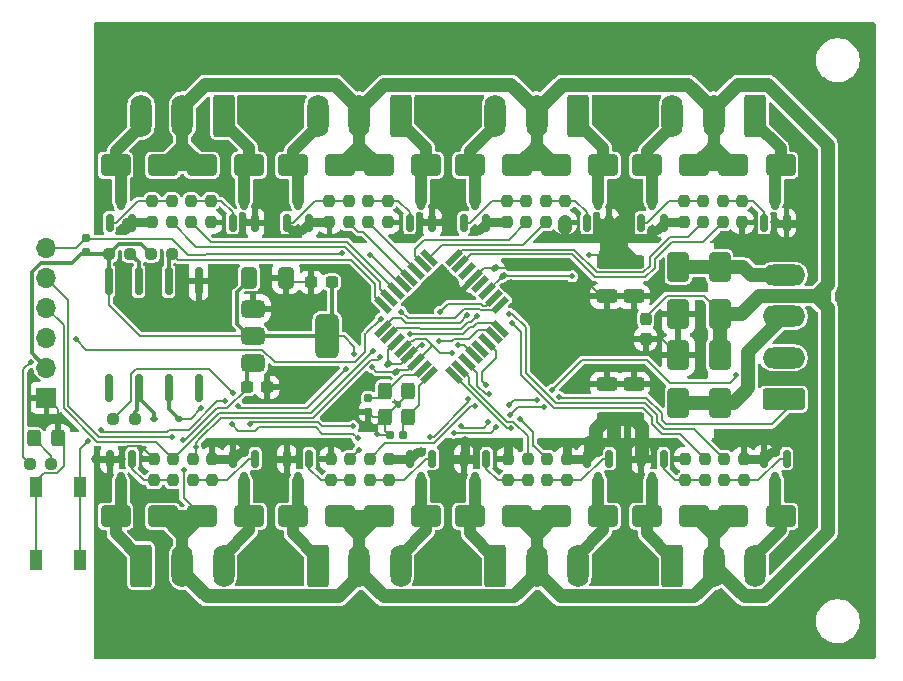
<source format=gbr>
%TF.GenerationSoftware,KiCad,Pcbnew,8.0.2*%
%TF.CreationDate,2024-09-22T00:14:53+02:00*%
%TF.ProjectId,solenoidDecoder,736f6c65-6e6f-4696-9444-65636f646572,rev?*%
%TF.SameCoordinates,Original*%
%TF.FileFunction,Copper,L1,Top*%
%TF.FilePolarity,Positive*%
%FSLAX46Y46*%
G04 Gerber Fmt 4.6, Leading zero omitted, Abs format (unit mm)*
G04 Created by KiCad (PCBNEW 8.0.2) date 2024-09-22 00:14:53*
%MOMM*%
%LPD*%
G01*
G04 APERTURE LIST*
G04 Aperture macros list*
%AMRoundRect*
0 Rectangle with rounded corners*
0 $1 Rounding radius*
0 $2 $3 $4 $5 $6 $7 $8 $9 X,Y pos of 4 corners*
0 Add a 4 corners polygon primitive as box body*
4,1,4,$2,$3,$4,$5,$6,$7,$8,$9,$2,$3,0*
0 Add four circle primitives for the rounded corners*
1,1,$1+$1,$2,$3*
1,1,$1+$1,$4,$5*
1,1,$1+$1,$6,$7*
1,1,$1+$1,$8,$9*
0 Add four rect primitives between the rounded corners*
20,1,$1+$1,$2,$3,$4,$5,0*
20,1,$1+$1,$4,$5,$6,$7,0*
20,1,$1+$1,$6,$7,$8,$9,0*
20,1,$1+$1,$8,$9,$2,$3,0*%
%AMRotRect*
0 Rectangle, with rotation*
0 The origin of the aperture is its center*
0 $1 length*
0 $2 width*
0 $3 Rotation angle, in degrees counterclockwise*
0 Add horizontal line*
21,1,$1,$2,0,0,$3*%
G04 Aperture macros list end*
%TA.AperFunction,SMDPad,CuDef*%
%ADD10RoundRect,0.140000X0.219203X0.021213X0.021213X0.219203X-0.219203X-0.021213X-0.021213X-0.219203X0*%
%TD*%
%TA.AperFunction,SMDPad,CuDef*%
%ADD11RoundRect,0.237500X-0.250000X-0.237500X0.250000X-0.237500X0.250000X0.237500X-0.250000X0.237500X0*%
%TD*%
%TA.AperFunction,SMDPad,CuDef*%
%ADD12RoundRect,0.155000X0.155000X-0.212500X0.155000X0.212500X-0.155000X0.212500X-0.155000X-0.212500X0*%
%TD*%
%TA.AperFunction,SMDPad,CuDef*%
%ADD13RoundRect,0.155000X-0.212500X-0.155000X0.212500X-0.155000X0.212500X0.155000X-0.212500X0.155000X0*%
%TD*%
%TA.AperFunction,SMDPad,CuDef*%
%ADD14RoundRect,0.237500X-0.300000X-0.237500X0.300000X-0.237500X0.300000X0.237500X-0.300000X0.237500X0*%
%TD*%
%TA.AperFunction,SMDPad,CuDef*%
%ADD15RoundRect,0.237500X0.300000X0.237500X-0.300000X0.237500X-0.300000X-0.237500X0.300000X-0.237500X0*%
%TD*%
%TA.AperFunction,SMDPad,CuDef*%
%ADD16RoundRect,0.250000X-0.412500X-0.650000X0.412500X-0.650000X0.412500X0.650000X-0.412500X0.650000X0*%
%TD*%
%TA.AperFunction,SMDPad,CuDef*%
%ADD17RoundRect,0.237500X-0.237500X0.300000X-0.237500X-0.300000X0.237500X-0.300000X0.237500X0.300000X0*%
%TD*%
%TA.AperFunction,SMDPad,CuDef*%
%ADD18RoundRect,0.112500X-0.187500X-0.112500X0.187500X-0.112500X0.187500X0.112500X-0.187500X0.112500X0*%
%TD*%
%TA.AperFunction,SMDPad,CuDef*%
%ADD19RoundRect,0.250000X0.325000X0.450000X-0.325000X0.450000X-0.325000X-0.450000X0.325000X-0.450000X0*%
%TD*%
%TA.AperFunction,SMDPad,CuDef*%
%ADD20RoundRect,0.250000X1.000000X0.650000X-1.000000X0.650000X-1.000000X-0.650000X1.000000X-0.650000X0*%
%TD*%
%TA.AperFunction,SMDPad,CuDef*%
%ADD21RoundRect,0.250000X-1.000000X-0.650000X1.000000X-0.650000X1.000000X0.650000X-1.000000X0.650000X0*%
%TD*%
%TA.AperFunction,SMDPad,CuDef*%
%ADD22RoundRect,0.250000X-0.650000X1.000000X-0.650000X-1.000000X0.650000X-1.000000X0.650000X1.000000X0*%
%TD*%
%TA.AperFunction,SMDPad,CuDef*%
%ADD23RoundRect,0.250000X0.650000X-1.000000X0.650000X1.000000X-0.650000X1.000000X-0.650000X-1.000000X0*%
%TD*%
%TA.AperFunction,ComponentPad*%
%ADD24R,1.700000X1.700000*%
%TD*%
%TA.AperFunction,ComponentPad*%
%ADD25O,1.700000X1.700000*%
%TD*%
%TA.AperFunction,ComponentPad*%
%ADD26O,1.800000X3.600000*%
%TD*%
%TA.AperFunction,ComponentPad*%
%ADD27RoundRect,0.250000X-0.650000X-1.550000X0.650000X-1.550000X0.650000X1.550000X-0.650000X1.550000X0*%
%TD*%
%TA.AperFunction,ComponentPad*%
%ADD28RoundRect,0.250000X0.650000X1.550000X-0.650000X1.550000X-0.650000X-1.550000X0.650000X-1.550000X0*%
%TD*%
%TA.AperFunction,SMDPad,CuDef*%
%ADD29RoundRect,0.150000X-0.150000X0.587500X-0.150000X-0.587500X0.150000X-0.587500X0.150000X0.587500X0*%
%TD*%
%TA.AperFunction,SMDPad,CuDef*%
%ADD30RoundRect,0.150000X0.150000X-0.587500X0.150000X0.587500X-0.150000X0.587500X-0.150000X-0.587500X0*%
%TD*%
%TA.AperFunction,SMDPad,CuDef*%
%ADD31RoundRect,0.160000X0.160000X-0.197500X0.160000X0.197500X-0.160000X0.197500X-0.160000X-0.197500X0*%
%TD*%
%TA.AperFunction,SMDPad,CuDef*%
%ADD32RoundRect,0.237500X-0.237500X0.250000X-0.237500X-0.250000X0.237500X-0.250000X0.237500X0.250000X0*%
%TD*%
%TA.AperFunction,SMDPad,CuDef*%
%ADD33RoundRect,0.237500X0.237500X-0.250000X0.237500X0.250000X-0.237500X0.250000X-0.237500X-0.250000X0*%
%TD*%
%TA.AperFunction,SMDPad,CuDef*%
%ADD34RoundRect,0.250000X-0.625000X0.312500X-0.625000X-0.312500X0.625000X-0.312500X0.625000X0.312500X0*%
%TD*%
%TA.AperFunction,SMDPad,CuDef*%
%ADD35RoundRect,0.250000X0.625000X-0.312500X0.625000X0.312500X-0.625000X0.312500X-0.625000X-0.312500X0*%
%TD*%
%TA.AperFunction,SMDPad,CuDef*%
%ADD36R,1.100000X1.800000*%
%TD*%
%TA.AperFunction,SMDPad,CuDef*%
%ADD37RotRect,1.600000X0.550000X135.000000*%
%TD*%
%TA.AperFunction,SMDPad,CuDef*%
%ADD38RotRect,1.600000X0.550000X45.000000*%
%TD*%
%TA.AperFunction,SMDPad,CuDef*%
%ADD39RoundRect,0.162500X0.162500X-1.012500X0.162500X1.012500X-0.162500X1.012500X-0.162500X-1.012500X0*%
%TD*%
%TA.AperFunction,SMDPad,CuDef*%
%ADD40RoundRect,0.375000X-0.625000X-0.375000X0.625000X-0.375000X0.625000X0.375000X-0.625000X0.375000X0*%
%TD*%
%TA.AperFunction,SMDPad,CuDef*%
%ADD41RoundRect,0.500000X-0.500000X-1.400000X0.500000X-1.400000X0.500000X1.400000X-0.500000X1.400000X0*%
%TD*%
%TA.AperFunction,SMDPad,CuDef*%
%ADD42RoundRect,0.300000X-0.300000X0.400000X-0.300000X-0.400000X0.300000X-0.400000X0.300000X0.400000X0*%
%TD*%
%TA.AperFunction,ComponentPad*%
%ADD43RoundRect,0.250000X1.550000X-0.650000X1.550000X0.650000X-1.550000X0.650000X-1.550000X-0.650000X0*%
%TD*%
%TA.AperFunction,ComponentPad*%
%ADD44O,3.600000X1.800000*%
%TD*%
%TA.AperFunction,ViaPad*%
%ADD45C,0.500000*%
%TD*%
%TA.AperFunction,ViaPad*%
%ADD46C,0.800000*%
%TD*%
%TA.AperFunction,Conductor*%
%ADD47C,0.600000*%
%TD*%
%TA.AperFunction,Conductor*%
%ADD48C,1.200000*%
%TD*%
%TA.AperFunction,Conductor*%
%ADD49C,0.200000*%
%TD*%
%TA.AperFunction,Conductor*%
%ADD50C,0.800000*%
%TD*%
%TA.AperFunction,Conductor*%
%ADD51C,0.300000*%
%TD*%
%TA.AperFunction,Conductor*%
%ADD52C,1.000000*%
%TD*%
G04 APERTURE END LIST*
D10*
%TO.P,C101,1*%
%TO.N,/GND2*%
X129617411Y-51250411D03*
%TO.P,C101,2*%
%TO.N,GND*%
X128938589Y-50571589D03*
%TD*%
%TO.P,C3,1*%
%TO.N,+5V*%
X120600411Y-59378411D03*
%TO.P,C3,2*%
%TO.N,GND*%
X119921589Y-58699589D03*
%TD*%
D11*
%TO.P,R5,1*%
%TO.N,/DCC/DCC_A*%
X96660500Y-63381000D03*
%TO.P,R5,2*%
%TO.N,Net-(D1-K)*%
X98485500Y-63381000D03*
%TD*%
%TO.P,R4,1*%
%TO.N,+5V*%
X99835500Y-49411000D03*
%TO.P,R4,2*%
%TO.N,/DCC/DCC_TTL*%
X101660500Y-49411000D03*
%TD*%
%TO.P,R3,1*%
%TO.N,+5V*%
X96279500Y-49411000D03*
%TO.P,R3,2*%
%TO.N,Net-(U3-EN)*%
X98104500Y-49411000D03*
%TD*%
D12*
%TO.P,C1,1*%
%TO.N,GND*%
X118229000Y-62781500D03*
%TO.P,C1,2*%
%TO.N,/uController/X1*%
X118229000Y-61646500D03*
%TD*%
D13*
%TO.P,C2,2*%
%TO.N,/uController/X2*%
X121209500Y-64754000D03*
%TO.P,C2,1*%
%TO.N,GND*%
X120074500Y-64754000D03*
%TD*%
D14*
%TO.P,C401,1*%
%TO.N,/POWER/Vcoils*%
X107968500Y-60690000D03*
%TO.P,C401,2*%
%TO.N,GND*%
X109693500Y-60690000D03*
%TD*%
D15*
%TO.P,C402,1*%
%TO.N,+5V*%
X115154500Y-51800000D03*
%TO.P,C402,2*%
%TO.N,GND*%
X113429500Y-51800000D03*
%TD*%
D16*
%TO.P,C403,1*%
%TO.N,+5V*%
X108157500Y-51419000D03*
%TO.P,C403,2*%
%TO.N,GND*%
X111282500Y-51419000D03*
%TD*%
D17*
%TO.P,C501,2*%
%TO.N,GND*%
X141732000Y-56615500D03*
%TO.P,C501,1*%
%TO.N,/POWER/Vcoils*%
X141732000Y-54890500D03*
%TD*%
D18*
%TO.P,D1,2,A*%
%TO.N,/DCC/DCC_B*%
X102179000Y-63381000D03*
%TO.P,D1,1,K*%
%TO.N,Net-(D1-K)*%
X100079000Y-63381000D03*
%TD*%
D19*
%TO.P,D4,1,K*%
%TO.N,GND*%
X91957000Y-65024000D03*
%TO.P,D4,2,A*%
%TO.N,Net-(D4-A)*%
X89907000Y-65024000D03*
%TD*%
D20*
%TO.P,D11,2,A*%
%TO.N,Net-(D11-A)*%
X141849000Y-71615500D03*
%TO.P,D11,1,K*%
%TO.N,/POWER/Vcoils*%
X145849000Y-71615500D03*
%TD*%
D21*
%TO.P,D12,2,A*%
%TO.N,Net-(D12-A)*%
X153151000Y-71615500D03*
%TO.P,D12,1,K*%
%TO.N,/POWER/Vcoils*%
X149151000Y-71615500D03*
%TD*%
D20*
%TO.P,D21,2,A*%
%TO.N,Net-(D21-A)*%
X126849000Y-71615500D03*
%TO.P,D21,1,K*%
%TO.N,/POWER/Vcoils*%
X130849000Y-71615500D03*
%TD*%
D21*
%TO.P,D22,2,A*%
%TO.N,Net-(D22-A)*%
X138151000Y-71615500D03*
%TO.P,D22,1,K*%
%TO.N,/POWER/Vcoils*%
X134151000Y-71615500D03*
%TD*%
D20*
%TO.P,D31,2,A*%
%TO.N,Net-(D31-A)*%
X111849000Y-71615500D03*
%TO.P,D31,1,K*%
%TO.N,/POWER/Vcoils*%
X115849000Y-71615500D03*
%TD*%
D21*
%TO.P,D32,2,A*%
%TO.N,Net-(D32-A)*%
X123151000Y-71615500D03*
%TO.P,D32,1,K*%
%TO.N,/POWER/Vcoils*%
X119151000Y-71615500D03*
%TD*%
D20*
%TO.P,D41,2,A*%
%TO.N,Net-(D41-A)*%
X96849000Y-71615500D03*
%TO.P,D41,1,K*%
%TO.N,/POWER/Vcoils*%
X100849000Y-71615500D03*
%TD*%
D21*
%TO.P,D42,2,A*%
%TO.N,Net-(D42-A)*%
X108151000Y-71615500D03*
%TO.P,D42,1,K*%
%TO.N,/POWER/Vcoils*%
X104151000Y-71615500D03*
%TD*%
%TO.P,D51,1,K*%
%TO.N,/POWER/Vcoils*%
X104151000Y-41901500D03*
%TO.P,D51,2,A*%
%TO.N,Net-(D51-A)*%
X108151000Y-41901500D03*
%TD*%
D20*
%TO.P,D52,1,K*%
%TO.N,/POWER/Vcoils*%
X100849000Y-41901500D03*
%TO.P,D52,2,A*%
%TO.N,Net-(D52-A)*%
X96849000Y-41901500D03*
%TD*%
D21*
%TO.P,D61,1,K*%
%TO.N,/POWER/Vcoils*%
X119151000Y-41901500D03*
%TO.P,D61,2,A*%
%TO.N,Net-(D61-A)*%
X123151000Y-41901500D03*
%TD*%
D20*
%TO.P,D62,1,K*%
%TO.N,/POWER/Vcoils*%
X115849000Y-41901500D03*
%TO.P,D62,2,A*%
%TO.N,Net-(D62-A)*%
X111849000Y-41901500D03*
%TD*%
D21*
%TO.P,D71,1,K*%
%TO.N,/POWER/Vcoils*%
X134151000Y-41901500D03*
%TO.P,D71,2,A*%
%TO.N,Net-(D71-A)*%
X138151000Y-41901500D03*
%TD*%
D20*
%TO.P,D72,1,K*%
%TO.N,/POWER/Vcoils*%
X130849000Y-41901500D03*
%TO.P,D72,2,A*%
%TO.N,Net-(D72-A)*%
X126849000Y-41901500D03*
%TD*%
D21*
%TO.P,D81,1,K*%
%TO.N,/POWER/Vcoils*%
X149151000Y-41901500D03*
%TO.P,D81,2,A*%
%TO.N,Net-(D81-A)*%
X153151000Y-41901500D03*
%TD*%
D20*
%TO.P,D82,1,K*%
%TO.N,/POWER/Vcoils*%
X145849000Y-41901500D03*
%TO.P,D82,2,A*%
%TO.N,Net-(D82-A)*%
X141849000Y-41901500D03*
%TD*%
D22*
%TO.P,D501,1,K*%
%TO.N,/POWER/Vin1*%
X144483500Y-50500000D03*
%TO.P,D501,2,A*%
%TO.N,GND*%
X144483500Y-54500000D03*
%TD*%
D23*
%TO.P,D502,1,K*%
%TO.N,/POWER/Vin2*%
X144483500Y-62000000D03*
%TO.P,D502,2,A*%
%TO.N,GND*%
X144483500Y-58000000D03*
%TD*%
D22*
%TO.P,D503,1,K*%
%TO.N,/POWER/Vcoils*%
X147983500Y-58000000D03*
%TO.P,D503,2,A*%
%TO.N,/POWER/Vin2*%
X147983500Y-62000000D03*
%TD*%
D23*
%TO.P,D504,1,K*%
%TO.N,/POWER/Vcoils*%
X147983500Y-54500000D03*
%TO.P,D504,2,A*%
%TO.N,/POWER/Vin1*%
X147983500Y-50500000D03*
%TD*%
D24*
%TO.P,J3,1,Pin_1*%
%TO.N,GND*%
X91000000Y-61580000D03*
D25*
%TO.P,J3,2,Pin_2*%
%TO.N,+5V*%
X91000000Y-59040000D03*
%TO.P,J3,3,Pin_3*%
%TO.N,/uController/LED*%
X91000000Y-56500000D03*
%TO.P,J3,4,Pin_4*%
%TO.N,/uController/GPIO8*%
X91000000Y-53960000D03*
%TO.P,J3,5,Pin_5*%
%TO.N,/uController/GPIO7*%
X91000000Y-51420000D03*
%TO.P,J3,6,Pin_6*%
%TO.N,/uController/RESET*%
X91000000Y-48880000D03*
%TD*%
D26*
%TO.P,J11,3,Pin_3*%
%TO.N,Net-(D12-A)*%
X151000000Y-75806500D03*
%TO.P,J11,2,Pin_2*%
%TO.N,/POWER/Vcoils*%
X147500000Y-75806500D03*
D27*
%TO.P,J11,1,Pin_1*%
%TO.N,Net-(D11-A)*%
X144000000Y-75806500D03*
%TD*%
%TO.P,J21,1,Pin_1*%
%TO.N,Net-(D21-A)*%
X129000000Y-75806500D03*
D26*
%TO.P,J21,2,Pin_2*%
%TO.N,/POWER/Vcoils*%
X132500000Y-75806500D03*
%TO.P,J21,3,Pin_3*%
%TO.N,Net-(D22-A)*%
X136000000Y-75806500D03*
%TD*%
%TO.P,J31,3,Pin_3*%
%TO.N,Net-(D32-A)*%
X121000000Y-75806500D03*
%TO.P,J31,2,Pin_2*%
%TO.N,/POWER/Vcoils*%
X117500000Y-75806500D03*
D27*
%TO.P,J31,1,Pin_1*%
%TO.N,Net-(D31-A)*%
X114000000Y-75806500D03*
%TD*%
D26*
%TO.P,J41,3,Pin_3*%
%TO.N,Net-(D42-A)*%
X106000000Y-75806500D03*
%TO.P,J41,2,Pin_2*%
%TO.N,/POWER/Vcoils*%
X102500000Y-75806500D03*
D27*
%TO.P,J41,1,Pin_1*%
%TO.N,Net-(D41-A)*%
X99000000Y-75806500D03*
%TD*%
D28*
%TO.P,J51,1,Pin_1*%
%TO.N,Net-(D51-A)*%
X106000000Y-37710500D03*
D26*
%TO.P,J51,2,Pin_2*%
%TO.N,/POWER/Vcoils*%
X102500000Y-37710500D03*
%TO.P,J51,3,Pin_3*%
%TO.N,Net-(D52-A)*%
X99000000Y-37710500D03*
%TD*%
D28*
%TO.P,J61,1,Pin_1*%
%TO.N,Net-(D61-A)*%
X121000000Y-37710500D03*
D26*
%TO.P,J61,2,Pin_2*%
%TO.N,/POWER/Vcoils*%
X117500000Y-37710500D03*
%TO.P,J61,3,Pin_3*%
%TO.N,Net-(D62-A)*%
X114000000Y-37710500D03*
%TD*%
D28*
%TO.P,J71,1,Pin_1*%
%TO.N,Net-(D71-A)*%
X136000000Y-37710500D03*
D26*
%TO.P,J71,2,Pin_2*%
%TO.N,/POWER/Vcoils*%
X132500000Y-37710500D03*
%TO.P,J71,3,Pin_3*%
%TO.N,Net-(D72-A)*%
X129000000Y-37710500D03*
%TD*%
D28*
%TO.P,J81,1,Pin_1*%
%TO.N,Net-(D81-A)*%
X151000000Y-37710500D03*
D26*
%TO.P,J81,2,Pin_2*%
%TO.N,/POWER/Vcoils*%
X147500000Y-37710500D03*
%TO.P,J81,3,Pin_3*%
%TO.N,Net-(D82-A)*%
X144000000Y-37710500D03*
%TD*%
D29*
%TO.P,Q11,3,D*%
%TO.N,Net-(D11-A)*%
X142293000Y-68616000D03*
%TO.P,Q11,2,S*%
%TO.N,/GND2*%
X141343000Y-66741000D03*
%TO.P,Q11,1,G*%
%TO.N,Net-(Q11-G)*%
X143243000Y-66741000D03*
%TD*%
%TO.P,Q12,3,D*%
%TO.N,Net-(D12-A)*%
X152707000Y-68616000D03*
%TO.P,Q12,2,S*%
%TO.N,/GND2*%
X151757000Y-66741000D03*
%TO.P,Q12,1,G*%
%TO.N,Net-(Q12-G)*%
X153657000Y-66741000D03*
%TD*%
%TO.P,Q21,3,D*%
%TO.N,Net-(D21-A)*%
X127293000Y-68616000D03*
%TO.P,Q21,2,S*%
%TO.N,/GND2*%
X126343000Y-66741000D03*
%TO.P,Q21,1,G*%
%TO.N,Net-(Q21-G)*%
X128243000Y-66741000D03*
%TD*%
%TO.P,Q22,3,D*%
%TO.N,Net-(D22-A)*%
X137707000Y-68616000D03*
%TO.P,Q22,2,S*%
%TO.N,/GND2*%
X136757000Y-66741000D03*
%TO.P,Q22,1,G*%
%TO.N,Net-(Q22-G)*%
X138657000Y-66741000D03*
%TD*%
%TO.P,Q31,3,D*%
%TO.N,Net-(D31-A)*%
X112293000Y-68616000D03*
%TO.P,Q31,2,S*%
%TO.N,/GND2*%
X111343000Y-66741000D03*
%TO.P,Q31,1,G*%
%TO.N,Net-(Q31-G)*%
X113243000Y-66741000D03*
%TD*%
%TO.P,Q32,3,D*%
%TO.N,Net-(D32-A)*%
X122707000Y-68616000D03*
%TO.P,Q32,2,S*%
%TO.N,/GND2*%
X121757000Y-66741000D03*
%TO.P,Q32,1,G*%
%TO.N,Net-(Q32-G)*%
X123657000Y-66741000D03*
%TD*%
%TO.P,Q41,3,D*%
%TO.N,Net-(D41-A)*%
X97293000Y-68616000D03*
%TO.P,Q41,2,S*%
%TO.N,/GND2*%
X96343000Y-66741000D03*
%TO.P,Q41,1,G*%
%TO.N,Net-(Q41-G)*%
X98243000Y-66741000D03*
%TD*%
%TO.P,Q42,3,D*%
%TO.N,Net-(D42-A)*%
X107707000Y-68616000D03*
%TO.P,Q42,2,S*%
%TO.N,/GND2*%
X106757000Y-66741000D03*
%TO.P,Q42,1,G*%
%TO.N,Net-(Q42-G)*%
X108657000Y-66741000D03*
%TD*%
D30*
%TO.P,Q51,1,G*%
%TO.N,Net-(Q51-G)*%
X106757000Y-46776000D03*
%TO.P,Q51,2,S*%
%TO.N,/GND2*%
X108657000Y-46776000D03*
%TO.P,Q51,3,D*%
%TO.N,Net-(D51-A)*%
X107707000Y-44901000D03*
%TD*%
%TO.P,Q52,1,G*%
%TO.N,Net-(Q52-G)*%
X96343000Y-46776000D03*
%TO.P,Q52,2,S*%
%TO.N,/GND2*%
X98243000Y-46776000D03*
%TO.P,Q52,3,D*%
%TO.N,Net-(D52-A)*%
X97293000Y-44901000D03*
%TD*%
%TO.P,Q61,1,G*%
%TO.N,Net-(Q61-G)*%
X121757000Y-46776000D03*
%TO.P,Q61,2,S*%
%TO.N,/GND2*%
X123657000Y-46776000D03*
%TO.P,Q61,3,D*%
%TO.N,Net-(D61-A)*%
X122707000Y-44901000D03*
%TD*%
%TO.P,Q62,1,G*%
%TO.N,Net-(Q62-G)*%
X111343000Y-46776000D03*
%TO.P,Q62,2,S*%
%TO.N,/GND2*%
X113243000Y-46776000D03*
%TO.P,Q62,3,D*%
%TO.N,Net-(D62-A)*%
X112293000Y-44901000D03*
%TD*%
%TO.P,Q71,1,G*%
%TO.N,Net-(Q71-G)*%
X136757000Y-46776000D03*
%TO.P,Q71,2,S*%
%TO.N,/GND2*%
X138657000Y-46776000D03*
%TO.P,Q71,3,D*%
%TO.N,Net-(D71-A)*%
X137707000Y-44901000D03*
%TD*%
%TO.P,Q72,1,G*%
%TO.N,Net-(Q72-G)*%
X126343000Y-46776000D03*
%TO.P,Q72,2,S*%
%TO.N,/GND2*%
X128243000Y-46776000D03*
%TO.P,Q72,3,D*%
%TO.N,Net-(D72-A)*%
X127293000Y-44901000D03*
%TD*%
%TO.P,Q81,1,G*%
%TO.N,Net-(Q81-G)*%
X151757000Y-46776000D03*
%TO.P,Q81,2,S*%
%TO.N,/GND2*%
X153657000Y-46776000D03*
%TO.P,Q81,3,D*%
%TO.N,Net-(D81-A)*%
X152707000Y-44901000D03*
%TD*%
%TO.P,Q82,1,G*%
%TO.N,Net-(Q82-G)*%
X141343000Y-46776000D03*
%TO.P,Q82,2,S*%
%TO.N,/GND2*%
X143243000Y-46776000D03*
%TO.P,Q82,3,D*%
%TO.N,Net-(D82-A)*%
X142293000Y-44901000D03*
%TD*%
D31*
%TO.P,R2,1*%
%TO.N,+5V*%
X94361000Y-49238500D03*
%TO.P,R2,2*%
%TO.N,/uController/RESET*%
X94361000Y-48043500D03*
%TD*%
D11*
%TO.P,R6,1*%
%TO.N,/uController/LED*%
X89587500Y-67183000D03*
%TO.P,R6,2*%
%TO.N,Net-(D4-A)*%
X91412500Y-67183000D03*
%TD*%
D32*
%TO.P,R11,2*%
%TO.N,Net-(Q11-G)*%
X146738000Y-68591000D03*
%TO.P,R11,1*%
%TO.N,/uController/GPIO2*%
X146738000Y-66766000D03*
%TD*%
%TO.P,R12,2*%
%TO.N,Net-(Q12-G)*%
X148389000Y-68591000D03*
%TO.P,R12,1*%
%TO.N,/uController/GPIO1*%
X148389000Y-66766000D03*
%TD*%
%TO.P,R13,2*%
%TO.N,Net-(Q11-G)*%
X145087000Y-68591000D03*
%TO.P,R13,1*%
%TO.N,/GND2*%
X145087000Y-66766000D03*
%TD*%
%TO.P,R14,2*%
%TO.N,Net-(Q12-G)*%
X150040000Y-68591000D03*
%TO.P,R14,1*%
%TO.N,/GND2*%
X150040000Y-66766000D03*
%TD*%
%TO.P,R21,2*%
%TO.N,Net-(Q21-G)*%
X131738000Y-68591000D03*
%TO.P,R21,1*%
%TO.N,/uController/GPIO4*%
X131738000Y-66766000D03*
%TD*%
%TO.P,R22,2*%
%TO.N,Net-(Q22-G)*%
X133389000Y-68591000D03*
%TO.P,R22,1*%
%TO.N,/uController/GPIO3*%
X133389000Y-66766000D03*
%TD*%
%TO.P,R23,2*%
%TO.N,Net-(Q21-G)*%
X130087000Y-68591000D03*
%TO.P,R23,1*%
%TO.N,/GND2*%
X130087000Y-66766000D03*
%TD*%
%TO.P,R24,2*%
%TO.N,Net-(Q22-G)*%
X135040000Y-68591000D03*
%TO.P,R24,1*%
%TO.N,/GND2*%
X135040000Y-66766000D03*
%TD*%
%TO.P,R31,2*%
%TO.N,Net-(Q31-G)*%
X116738000Y-68591000D03*
%TO.P,R31,1*%
%TO.N,/uController/GPIO6*%
X116738000Y-66766000D03*
%TD*%
%TO.P,R32,2*%
%TO.N,Net-(Q32-G)*%
X118389000Y-68591000D03*
%TO.P,R32,1*%
%TO.N,/uController/GPIO5*%
X118389000Y-66766000D03*
%TD*%
%TO.P,R33,2*%
%TO.N,Net-(Q31-G)*%
X115087000Y-68591000D03*
%TO.P,R33,1*%
%TO.N,/GND2*%
X115087000Y-66766000D03*
%TD*%
%TO.P,R34,2*%
%TO.N,Net-(Q32-G)*%
X120040000Y-68591000D03*
%TO.P,R34,1*%
%TO.N,/GND2*%
X120040000Y-66766000D03*
%TD*%
%TO.P,R41,2*%
%TO.N,Net-(Q41-G)*%
X101738000Y-68591000D03*
%TO.P,R41,1*%
%TO.N,/uController/GPIO8*%
X101738000Y-66766000D03*
%TD*%
%TO.P,R42,2*%
%TO.N,Net-(Q42-G)*%
X103389000Y-68591000D03*
%TO.P,R42,1*%
%TO.N,/uController/GPIO7*%
X103389000Y-66766000D03*
%TD*%
%TO.P,R43,2*%
%TO.N,Net-(Q41-G)*%
X100087000Y-68591000D03*
%TO.P,R43,1*%
%TO.N,/GND2*%
X100087000Y-66766000D03*
%TD*%
%TO.P,R44,2*%
%TO.N,Net-(Q42-G)*%
X105040000Y-68591000D03*
%TO.P,R44,1*%
%TO.N,/GND2*%
X105040000Y-66766000D03*
%TD*%
D33*
%TO.P,R51,1*%
%TO.N,/uController/GPIO10*%
X103262000Y-46751000D03*
%TO.P,R51,2*%
%TO.N,Net-(Q51-G)*%
X103262000Y-44926000D03*
%TD*%
%TO.P,R52,1*%
%TO.N,/uController/GPIO9*%
X101611000Y-46751000D03*
%TO.P,R52,2*%
%TO.N,Net-(Q52-G)*%
X101611000Y-44926000D03*
%TD*%
%TO.P,R53,1*%
%TO.N,/GND2*%
X104913000Y-46751000D03*
%TO.P,R53,2*%
%TO.N,Net-(Q51-G)*%
X104913000Y-44926000D03*
%TD*%
%TO.P,R54,1*%
%TO.N,/GND2*%
X99960000Y-46751000D03*
%TO.P,R54,2*%
%TO.N,Net-(Q52-G)*%
X99960000Y-44926000D03*
%TD*%
%TO.P,R61,1*%
%TO.N,/uController/GPIO12*%
X118262000Y-46751000D03*
%TO.P,R61,2*%
%TO.N,Net-(Q61-G)*%
X118262000Y-44926000D03*
%TD*%
%TO.P,R62,1*%
%TO.N,/uController/GPIO11*%
X116611000Y-46751000D03*
%TO.P,R62,2*%
%TO.N,Net-(Q62-G)*%
X116611000Y-44926000D03*
%TD*%
%TO.P,R63,1*%
%TO.N,/GND2*%
X119913000Y-46751000D03*
%TO.P,R63,2*%
%TO.N,Net-(Q61-G)*%
X119913000Y-44926000D03*
%TD*%
%TO.P,R64,1*%
%TO.N,/GND2*%
X114960000Y-46751000D03*
%TO.P,R64,2*%
%TO.N,Net-(Q62-G)*%
X114960000Y-44926000D03*
%TD*%
%TO.P,R71,1*%
%TO.N,/uController/GPIO14*%
X133262000Y-46751000D03*
%TO.P,R71,2*%
%TO.N,Net-(Q71-G)*%
X133262000Y-44926000D03*
%TD*%
%TO.P,R72,1*%
%TO.N,/uController/GPIO13*%
X131611000Y-46751000D03*
%TO.P,R72,2*%
%TO.N,Net-(Q72-G)*%
X131611000Y-44926000D03*
%TD*%
%TO.P,R73,1*%
%TO.N,/GND2*%
X134913000Y-46751000D03*
%TO.P,R73,2*%
%TO.N,Net-(Q71-G)*%
X134913000Y-44926000D03*
%TD*%
%TO.P,R74,1*%
%TO.N,/GND2*%
X129960000Y-46751000D03*
%TO.P,R74,2*%
%TO.N,Net-(Q72-G)*%
X129960000Y-44926000D03*
%TD*%
%TO.P,R81,1*%
%TO.N,/uController/GPIO16*%
X148262000Y-46751000D03*
%TO.P,R81,2*%
%TO.N,Net-(Q81-G)*%
X148262000Y-44926000D03*
%TD*%
%TO.P,R82,1*%
%TO.N,/uController/GPIO15*%
X146611000Y-46751000D03*
%TO.P,R82,2*%
%TO.N,Net-(Q82-G)*%
X146611000Y-44926000D03*
%TD*%
%TO.P,R83,1*%
%TO.N,/GND2*%
X149913000Y-46751000D03*
%TO.P,R83,2*%
%TO.N,Net-(Q81-G)*%
X149913000Y-44926000D03*
%TD*%
%TO.P,R84,1*%
%TO.N,/GND2*%
X144960000Y-46751000D03*
%TO.P,R84,2*%
%TO.N,Net-(Q82-G)*%
X144960000Y-44926000D03*
%TD*%
D34*
%TO.P,R101,1*%
%TO.N,/GND2*%
X140708000Y-50083500D03*
%TO.P,R101,2*%
%TO.N,GND*%
X140708000Y-53008500D03*
%TD*%
%TO.P,R102,1*%
%TO.N,/GND2*%
X138422000Y-50083500D03*
%TO.P,R102,2*%
%TO.N,GND*%
X138422000Y-53008500D03*
%TD*%
D35*
%TO.P,R103,1*%
%TO.N,/GND2*%
X138422000Y-63357000D03*
%TO.P,R103,2*%
%TO.N,GND*%
X138422000Y-60432000D03*
%TD*%
%TO.P,R104,1*%
%TO.N,/GND2*%
X140708000Y-63357000D03*
%TO.P,R104,2*%
%TO.N,GND*%
X140708000Y-60432000D03*
%TD*%
D36*
%TO.P,SW1,1,A*%
%TO.N,Net-(SW1-A)*%
X93798000Y-69163000D03*
X93798000Y-75363000D03*
%TO.P,SW1,2,B*%
%TO.N,GND*%
X90098000Y-69163000D03*
X90098000Y-75363000D03*
%TD*%
D37*
%TO.P,U1,32,PD2*%
%TO.N,/DCC/DCC_TTL*%
X119466897Y-53695695D03*
%TO.P,U1,31,PD1*%
%TO.N,/uController/GPIO9*%
X120032583Y-53130010D03*
%TO.P,U1,30,PD0*%
%TO.N,/uController/GPIO10*%
X120598268Y-52564324D03*
%TO.P,U1,29,~{RESET}/PC6*%
%TO.N,/uController/RESET*%
X121163953Y-51998639D03*
%TO.P,U1,28,PC5*%
%TO.N,/uController/GPIO11*%
X121729639Y-51432953D03*
%TO.P,U1,27,PC4*%
%TO.N,/uController/GPIO12*%
X122295324Y-50867268D03*
%TO.P,U1,26,PC3*%
%TO.N,/uController/GPIO13*%
X122861010Y-50301583D03*
%TO.P,U1,25,PC2*%
%TO.N,/uController/GPIO14*%
X123426695Y-49735897D03*
D38*
%TO.P,U1,24,PC1*%
%TO.N,/uController/GPIO15*%
X125477305Y-49735897D03*
%TO.P,U1,23,PC0*%
%TO.N,/uController/GPIO16*%
X126042990Y-50301583D03*
%TO.P,U1,22,ADC7*%
%TO.N,unconnected-(U1-ADC7-Pad22)*%
X126608676Y-50867268D03*
%TO.P,U1,21,GND*%
%TO.N,GND*%
X127174361Y-51432953D03*
%TO.P,U1,20,AREF*%
%TO.N,unconnected-(U1-AREF-Pad20)*%
X127740047Y-51998639D03*
%TO.P,U1,19,ADC6*%
%TO.N,/GND2*%
X128305732Y-52564324D03*
%TO.P,U1,18,AVCC*%
%TO.N,+5V*%
X128871417Y-53130010D03*
%TO.P,U1,17,PB5*%
%TO.N,/uController/LED*%
X129437103Y-53695695D03*
D37*
%TO.P,U1,16,PB4*%
%TO.N,/uController/GPIO8*%
X129437103Y-55746305D03*
%TO.P,U1,15,PB3*%
%TO.N,/uController/GPIO7*%
X128871417Y-56311990D03*
%TO.P,U1,14,PB2*%
%TO.N,/uController/GPIO6*%
X128305732Y-56877676D03*
%TO.P,U1,13,PB1*%
%TO.N,unconnected-(U1-PB1-Pad13)*%
X127740047Y-57443361D03*
%TO.P,U1,12,PB0*%
%TO.N,Net-(SW1-A)*%
X127174361Y-58009047D03*
%TO.P,U1,11,PD7*%
%TO.N,/uController/GPIO5*%
X126608676Y-58574732D03*
%TO.P,U1,10,PD6*%
%TO.N,/uController/GPIO4*%
X126042990Y-59140417D03*
%TO.P,U1,9,PD5*%
%TO.N,/uController/GPIO3*%
X125477305Y-59706103D03*
D38*
%TO.P,U1,8,XTAL2/PB7*%
%TO.N,/uController/X2*%
X123426695Y-59706103D03*
%TO.P,U1,7,XTAL1/PB6*%
%TO.N,/uController/X1*%
X122861010Y-59140417D03*
%TO.P,U1,6,VCC*%
%TO.N,+5V*%
X122295324Y-58574732D03*
%TO.P,U1,5,GND*%
%TO.N,GND*%
X121729639Y-58009047D03*
%TO.P,U1,4,VCC*%
%TO.N,+5V*%
X121163953Y-57443361D03*
%TO.P,U1,3,GND*%
%TO.N,GND*%
X120598268Y-56877676D03*
%TO.P,U1,2,PD4*%
%TO.N,/uController/GPIO1*%
X120032583Y-56311990D03*
%TO.P,U1,1,PD3*%
%TO.N,/uController/GPIO2*%
X119466897Y-55746305D03*
%TD*%
D39*
%TO.P,U3,8,VCC*%
%TO.N,+5V*%
X96258000Y-51720000D03*
%TO.P,U3,7,EN*%
%TO.N,Net-(U3-EN)*%
X98798000Y-51720000D03*
%TO.P,U3,6,VO*%
%TO.N,/DCC/DCC_TTL*%
X101338000Y-51720000D03*
%TO.P,U3,5,GND*%
%TO.N,GND*%
X103878000Y-51720000D03*
%TO.P,U3,4*%
%TO.N,N/C*%
X103878000Y-60770000D03*
%TO.P,U3,3,C*%
%TO.N,/DCC/DCC_B*%
X101338000Y-60770000D03*
%TO.P,U3,2,A*%
%TO.N,Net-(D1-K)*%
X98798000Y-60770000D03*
%TO.P,U3,1,NC*%
%TO.N,unconnected-(U3-NC-Pad1)*%
X96258000Y-60770000D03*
%TD*%
D40*
%TO.P,U401,1,GND*%
%TO.N,GND*%
X108475000Y-54072000D03*
%TO.P,U401,2,VO*%
%TO.N,+5V*%
X108475000Y-56372000D03*
D41*
X114775000Y-56372000D03*
D40*
%TO.P,U401,3,VI*%
%TO.N,/POWER/Vcoils*%
X108475000Y-58672000D03*
%TD*%
D42*
%TO.P,Y1,1,1*%
%TO.N,/uController/X1*%
X119692000Y-60987000D03*
%TO.P,Y1,2,GND*%
%TO.N,GND*%
X119692000Y-63187000D03*
%TO.P,Y1,3,3*%
%TO.N,/uController/X2*%
X121592000Y-63187000D03*
%TO.P,Y1,4,GND*%
%TO.N,GND*%
X121592000Y-60987000D03*
%TD*%
D43*
%TO.P,J62,1,Pin_1*%
%TO.N,/DCC/DCC_B*%
X153404500Y-61710000D03*
D44*
%TO.P,J62,2,Pin_2*%
%TO.N,/DCC/DCC_A*%
X153404500Y-58210000D03*
%TO.P,J62,3,Pin_3*%
%TO.N,/POWER/Vin2*%
X153404500Y-54710000D03*
%TO.P,J62,4,Pin_4*%
%TO.N,/POWER/Vin1*%
X153404500Y-51210000D03*
%TD*%
D45*
%TO.N,/GND2*%
X155829000Y-59690000D03*
X155829000Y-55118000D03*
X155829000Y-51054000D03*
X154940000Y-44323000D03*
X155194000Y-41148000D03*
X153026088Y-38487595D03*
X152273000Y-30734000D03*
X144018000Y-30607000D03*
X138303000Y-30861000D03*
X127762000Y-30734000D03*
X121285000Y-30861000D03*
X114554000Y-30861000D03*
X106680000Y-31496000D03*
X99441000Y-31242000D03*
%TO.N,GND*%
X101981000Y-55245000D03*
X98171000Y-53975000D03*
X97409000Y-50419000D03*
X103886000Y-54229000D03*
X102489000Y-51816000D03*
X106426000Y-51435000D03*
X132207000Y-54610000D03*
X132588000Y-57785000D03*
X133477000Y-59944000D03*
%TO.N,/GND2*%
X140843000Y-43942000D03*
X138811000Y-43815000D03*
X139954000Y-40005000D03*
X141859000Y-36830000D03*
X137795000Y-36703000D03*
X152400000Y-48768000D03*
X148209000Y-48260000D03*
X149860000Y-48133000D03*
X150876000Y-46736000D03*
X144018000Y-46736000D03*
X139700000Y-47879000D03*
X138303000Y-48006000D03*
X136017000Y-48006000D03*
X133350000Y-48133000D03*
X129032000Y-46736000D03*
X125984000Y-44069000D03*
X124079000Y-43815000D03*
X124968000Y-40132000D03*
X127000000Y-37084000D03*
X122936000Y-37211000D03*
X114046000Y-46736000D03*
X109982000Y-46736000D03*
X110998000Y-44958000D03*
X108966000Y-45085000D03*
X109982000Y-40132000D03*
X112141000Y-36957000D03*
X108077000Y-36703000D03*
X104267000Y-37211000D03*
X105918000Y-43815000D03*
X106045000Y-40513000D03*
X100203000Y-40005000D03*
X102616000Y-43688000D03*
X98933000Y-46736000D03*
X98933000Y-43561000D03*
X95631000Y-43815000D03*
X95377000Y-46355000D03*
X96393000Y-36703000D03*
X99695000Y-33909000D03*
X104394000Y-33401000D03*
X109601000Y-33274000D03*
X118364000Y-33020000D03*
X126111000Y-33147000D03*
X137160000Y-33020000D03*
X144399000Y-33020000D03*
X151511000Y-33401000D03*
X155956000Y-36703000D03*
X159131000Y-39243000D03*
X159004000Y-45212000D03*
X159131000Y-50927000D03*
X158877000Y-55626000D03*
X158877000Y-62484000D03*
X158750000Y-65532000D03*
X158623000Y-70612000D03*
X158623000Y-74676000D03*
X155575000Y-69596000D03*
X155702000Y-64389000D03*
X154178000Y-64643000D03*
X148336000Y-65024000D03*
X150000000Y-65500000D03*
X154178000Y-69342000D03*
X154940000Y-73279000D03*
X152781000Y-75438000D03*
X140843000Y-69469000D03*
X139192000Y-69596000D03*
X139954000Y-73533000D03*
X141986000Y-76581000D03*
X137795000Y-76454000D03*
X124841000Y-73533000D03*
X125857000Y-69342000D03*
X123952000Y-68199000D03*
X127127000Y-76581000D03*
X122936000Y-76454000D03*
X114046000Y-82804000D03*
X121158000Y-82804000D03*
X131191000Y-82550000D03*
X142113000Y-82423000D03*
X152019000Y-82423000D03*
X153416000Y-80137000D03*
X154940000Y-77597000D03*
X148590000Y-80010000D03*
X141478000Y-80137000D03*
X134493000Y-80137000D03*
X126873000Y-80137000D03*
X120777000Y-80010000D03*
X114300000Y-79883000D03*
X110871000Y-69342000D03*
X109220000Y-69342000D03*
X109982000Y-74041000D03*
X111760000Y-77089000D03*
X107950000Y-77216000D03*
X110109000Y-79756000D03*
X107950000Y-81788000D03*
X96393000Y-82169000D03*
X95758000Y-74676000D03*
X100711000Y-79121000D03*
X101600000Y-69850000D03*
X98933000Y-73025000D03*
X98552000Y-69088000D03*
X95885000Y-68580000D03*
X99060000Y-66675000D03*
X105918000Y-66802000D03*
X105029000Y-65405000D03*
X109982000Y-65405000D03*
X116205000Y-65532000D03*
X115062000Y-65532000D03*
%TO.N,GND*%
X139573000Y-54610000D03*
X146177000Y-52197000D03*
X142494000Y-51816000D03*
X142367000Y-52959000D03*
X142748000Y-61468000D03*
X142494000Y-60452000D03*
X135636000Y-60579000D03*
X136779000Y-59182000D03*
X136652000Y-60452000D03*
X140716000Y-59055000D03*
X139573000Y-59055000D03*
X138430000Y-59055000D03*
X146304000Y-58039000D03*
X146304000Y-56261000D03*
X146304000Y-54483000D03*
X143002000Y-56007000D03*
X142875000Y-54610000D03*
X141732000Y-57785000D03*
X140335000Y-56642000D03*
X140589000Y-54483000D03*
X138303000Y-54483000D03*
X136779000Y-52959000D03*
X132334000Y-52070000D03*
X132334000Y-50165000D03*
X135255000Y-50419000D03*
X123317000Y-53975000D03*
X121666000Y-53594000D03*
X124460000Y-50927000D03*
X118237000Y-59944000D03*
X116967000Y-60960000D03*
X114808000Y-63246000D03*
X113284000Y-61214000D03*
X115062000Y-59309000D03*
X111125000Y-60706000D03*
X110998000Y-61849000D03*
X108712000Y-61722000D03*
X110109000Y-59436000D03*
X118364000Y-54102000D03*
X116840000Y-55753000D03*
X116459000Y-53721000D03*
X116332000Y-50927000D03*
X113538000Y-50673000D03*
X113665000Y-53594000D03*
X112522000Y-55245000D03*
X112522000Y-53213000D03*
X109601000Y-52070000D03*
X109601000Y-50673000D03*
X110617000Y-53467000D03*
X110490000Y-55499000D03*
X90805000Y-63500000D03*
%TO.N,/DCC/DCC_A*%
X133789447Y-60944942D03*
X132516591Y-61793409D03*
X130175000Y-62230000D03*
X128397000Y-63627000D03*
%TO.N,/DCC/DCC_B*%
X129080192Y-64086808D03*
X130204353Y-63087622D03*
X134366000Y-61507000D03*
X133088091Y-62364909D03*
%TO.N,/DCC/DCC_A*%
X126076343Y-63973343D03*
%TO.N,/DCC/DCC_B*%
X125504843Y-64544843D03*
X117348000Y-65024000D03*
%TO.N,/DCC/DCC_A*%
X116967000Y-64008000D03*
X108204000Y-63815000D03*
X106799091Y-61206091D03*
%TO.N,/DCC/DCC_B*%
X106680000Y-63815000D03*
X104125405Y-62469405D03*
%TO.N,+5V*%
X124333000Y-54295000D03*
X125349000Y-57785000D03*
%TO.N,GND*%
X130048000Y-50419000D03*
X126111000Y-52578000D03*
%TO.N,/DCC/DCC_A*%
X149352000Y-59690000D03*
%TO.N,/GND2*%
X136915037Y-49520963D03*
X135501091Y-51315909D03*
%TO.N,GND*%
X130302000Y-51816000D03*
%TO.N,Net-(SW1-A)*%
X116376183Y-59122000D03*
X107245817Y-62315000D03*
X125857000Y-57145000D03*
X106100591Y-61904591D03*
X95637252Y-64321748D03*
X94480091Y-65285909D03*
%TO.N,GND*%
X122809000Y-57150000D03*
%TO.N,+5V*%
X118591252Y-59028252D03*
X117073753Y-57858742D03*
%TO.N,/uController/LED*%
X93472000Y-56642000D03*
X119289664Y-54898231D03*
X121031000Y-54314000D03*
%TO.N,/uController/GPIO7*%
X103632000Y-65786000D03*
X101600000Y-64897000D03*
%TO.N,/uController/LED*%
X89660235Y-58548765D03*
%TO.N,/uController/RESET*%
X118352881Y-49541119D03*
X116051441Y-49361000D03*
%TO.N,/POWER/Vcoils*%
X102532091Y-65194091D03*
X102616000Y-67691000D03*
%TO.N,/uController/GPIO7*%
X119253000Y-58166000D03*
X124206000Y-56769000D03*
%TO.N,/uController/GPIO8*%
X121793000Y-56195000D03*
X118618000Y-57658000D03*
%TO.N,GND*%
X118999000Y-64643000D03*
X118237000Y-63881000D03*
X117348000Y-62738000D03*
X120777000Y-62103000D03*
%TO.N,/uController/GPIO6*%
X128192310Y-60511918D03*
X126730692Y-61737308D03*
X123444000Y-64904500D03*
X117469500Y-66034500D03*
%TO.N,/uController/GPIO5*%
X128426354Y-61311648D03*
X127302192Y-62308808D03*
%TO.N,/uController/GPIO1*%
X130175000Y-54483000D03*
X127452409Y-54665591D03*
%TO.N,/uController/GPIO2*%
X126619000Y-54610000D03*
X130429000Y-55245000D03*
%TO.N,/uController/GPIO3*%
X131090196Y-63409804D03*
X130312378Y-64187622D03*
D46*
%TO.N,/GND2*%
X140192000Y-66786000D03*
X110220000Y-66786000D03*
X95234000Y-66786000D03*
X154670000Y-46847000D03*
X139684000Y-46720000D03*
X124698000Y-46720000D03*
X152707000Y-46727500D03*
X142293000Y-47362500D03*
X137707000Y-46727500D03*
X127293000Y-47362500D03*
X122707000Y-46727500D03*
X111793000Y-47362500D03*
X107707000Y-46727500D03*
X97293000Y-47362500D03*
X97293000Y-66789500D03*
X107707000Y-66154500D03*
X112293000Y-66789500D03*
X122707000Y-66154500D03*
X142293000Y-66789500D03*
X152707000Y-66154500D03*
X125261000Y-66789500D03*
X136818000Y-65265500D03*
X137707000Y-66154500D03*
X135040000Y-65519500D03*
X126404000Y-65265500D03*
X127293000Y-66789500D03*
X130087000Y-65519500D03*
%TD*%
D47*
%TO.N,/GND2*%
X140192000Y-64897000D02*
X140192000Y-63873000D01*
X140192000Y-66786000D02*
X140192000Y-64897000D01*
D48*
X139065000Y-64000000D02*
X139065000Y-65024000D01*
X138422000Y-63357000D02*
X139065000Y-64000000D01*
D47*
X140192000Y-63873000D02*
X140708000Y-63357000D01*
D49*
%TO.N,/DCC/DCC_A*%
X141859000Y-58420000D02*
X138811000Y-58420000D01*
X143764000Y-60325000D02*
X141859000Y-58420000D01*
X149352000Y-59817000D02*
X148844000Y-60325000D01*
X148844000Y-60325000D02*
X143764000Y-60325000D01*
X149352000Y-59690000D02*
X149352000Y-59817000D01*
D48*
%TO.N,/POWER/Vin2*%
X150402000Y-57712500D02*
X153404500Y-54710000D01*
X150402000Y-60799000D02*
X150402000Y-57712500D01*
X149201000Y-62000000D02*
X150402000Y-60799000D01*
X147983500Y-62000000D02*
X149201000Y-62000000D01*
%TO.N,/POWER/Vcoils*%
X149846750Y-54509500D02*
X151361250Y-52995000D01*
X147983500Y-54500000D02*
X147993000Y-54509500D01*
X147993000Y-54509500D02*
X149846750Y-54509500D01*
X151361250Y-52995000D02*
X156174000Y-52995000D01*
D50*
%TO.N,/GND2*%
X144003000Y-46751000D02*
X143268000Y-46751000D01*
X144018000Y-46736000D02*
X144003000Y-46751000D01*
X144033000Y-46751000D02*
X144018000Y-46736000D01*
D48*
X139684000Y-47895000D02*
X139684000Y-49059500D01*
X139700000Y-47879000D02*
X139684000Y-47895000D01*
X139684000Y-47863000D02*
X139700000Y-47879000D01*
X138422000Y-47887000D02*
X138422000Y-47011000D01*
X138303000Y-48006000D02*
X138422000Y-47887000D01*
X138422000Y-48125000D02*
X138303000Y-48006000D01*
D50*
X129017000Y-46751000D02*
X128268000Y-46751000D01*
X129032000Y-46736000D02*
X129017000Y-46751000D01*
X129047000Y-46751000D02*
X129032000Y-46736000D01*
X114031000Y-46751000D02*
X113268000Y-46751000D01*
X114046000Y-46736000D02*
X114031000Y-46751000D01*
X114061000Y-46751000D02*
X114046000Y-46736000D01*
X98918000Y-46751000D02*
X98268000Y-46751000D01*
X98933000Y-46736000D02*
X98918000Y-46751000D01*
X98948000Y-46751000D02*
X98933000Y-46736000D01*
X105954000Y-66766000D02*
X106732000Y-66766000D01*
X105918000Y-66802000D02*
X105954000Y-66766000D01*
X105882000Y-66766000D02*
X105918000Y-66802000D01*
D49*
%TO.N,GND*%
X135509000Y-50673000D02*
X135636000Y-50673000D01*
X135255000Y-50419000D02*
X135509000Y-50673000D01*
X135001000Y-50673000D02*
X135255000Y-50419000D01*
X111663500Y-51800000D02*
X111282500Y-51419000D01*
X113429500Y-51800000D02*
X111663500Y-51800000D01*
%TO.N,Net-(SW1-A)*%
X93798000Y-75363000D02*
X93798000Y-69163000D01*
%TO.N,+5V*%
X127920471Y-53790150D02*
X128211277Y-53790150D01*
X127790321Y-53660000D02*
X127920471Y-53790150D01*
X124968000Y-53660000D02*
X127790321Y-53660000D01*
X124333000Y-54295000D02*
X124968000Y-53660000D01*
X128211277Y-53790150D02*
X128871417Y-53130010D01*
%TO.N,/DCC/DCC_A*%
X133789447Y-60944942D02*
X136314389Y-58420000D01*
X136314389Y-58420000D02*
X138811000Y-58420000D01*
X138811000Y-58420000D02*
X136779000Y-58420000D01*
X130611591Y-61793409D02*
X132516591Y-61793409D01*
X130175000Y-62230000D02*
X130611591Y-61793409D01*
X128397000Y-63754000D02*
X128397000Y-63627000D01*
X128016000Y-64135000D02*
X128397000Y-63754000D01*
X126238000Y-64135000D02*
X128016000Y-64135000D01*
X126076343Y-63973343D02*
X126238000Y-64135000D01*
%TO.N,/DCC/DCC_B*%
X128622157Y-64544843D02*
X125504843Y-64544843D01*
X129080192Y-64086808D02*
X128622157Y-64544843D01*
X130927066Y-62364909D02*
X130204353Y-63087622D01*
X133088091Y-62364909D02*
X130927066Y-62364909D01*
X134454000Y-61595000D02*
X134366000Y-61507000D01*
X139700000Y-61595000D02*
X134454000Y-61595000D01*
%TO.N,GND*%
X118999000Y-64262000D02*
X118618000Y-64262000D01*
X118999000Y-64262000D02*
X118999000Y-63880000D01*
X118999000Y-64643000D02*
X118999000Y-64262000D01*
X118554500Y-63944500D02*
X118618000Y-63881000D01*
X118554500Y-64198500D02*
X118554500Y-63944500D01*
X118618000Y-64262000D02*
X118554500Y-64198500D01*
X118618000Y-63881000D02*
X118237000Y-63881000D01*
X118998000Y-63881000D02*
X118618000Y-63881000D01*
X118998000Y-63881000D02*
X118998000Y-63882000D01*
X118998000Y-63882000D02*
X118618000Y-64262000D01*
X118618000Y-64262000D02*
X118237000Y-63881000D01*
X118999000Y-64643000D02*
X118618000Y-64262000D01*
X119692000Y-63187000D02*
X118998000Y-63881000D01*
X118999000Y-63880000D02*
X119692000Y-63187000D01*
X119110000Y-64754000D02*
X120074500Y-64754000D01*
X118999000Y-64643000D02*
X119110000Y-64754000D01*
%TO.N,/uController/GPIO6*%
X117469500Y-66034500D02*
X116738000Y-66766000D01*
%TO.N,/DCC/DCC_B*%
X107230000Y-64365000D02*
X106680000Y-63815000D01*
X108666000Y-64365000D02*
X107230000Y-64365000D01*
X108966000Y-64065000D02*
X108666000Y-64365000D01*
X113788818Y-64065000D02*
X108966000Y-64065000D01*
X114366818Y-64643000D02*
X113788818Y-64065000D01*
X116967000Y-64643000D02*
X114366818Y-64643000D01*
X117348000Y-65024000D02*
X116967000Y-64643000D01*
%TO.N,/DCC/DCC_A*%
X108204000Y-63754000D02*
X108204000Y-63815000D01*
X113954504Y-63665000D02*
X108293000Y-63665000D01*
X108293000Y-63665000D02*
X108204000Y-63754000D01*
X116967000Y-64008000D02*
X114297504Y-64008000D01*
X114297504Y-64008000D02*
X113954504Y-63665000D01*
X98552424Y-59182000D02*
X104775000Y-59182000D01*
X98173000Y-59561424D02*
X98552424Y-59182000D01*
X98173000Y-61868500D02*
X98173000Y-59561424D01*
X96660500Y-63381000D02*
X98173000Y-61868500D01*
X104775000Y-59182000D02*
X106799091Y-61206091D01*
%TO.N,Net-(SW1-A)*%
X105468037Y-61904591D02*
X106100591Y-61904591D01*
X101215682Y-64503500D02*
X101372182Y-64347000D01*
X95819004Y-64503500D02*
X101215682Y-64503500D01*
X103025628Y-64347000D02*
X105468037Y-61904591D01*
X95637252Y-64321748D02*
X95819004Y-64503500D01*
X101372182Y-64347000D02*
X103025628Y-64347000D01*
%TO.N,/uController/GPIO7*%
X95441186Y-64903500D02*
X101593500Y-64903500D01*
X101593500Y-64903500D02*
X101600000Y-64897000D01*
X92856000Y-53276000D02*
X92856000Y-62318314D01*
X91000000Y-51420000D02*
X92856000Y-53276000D01*
X92856000Y-62318314D02*
X95441186Y-64903500D01*
%TO.N,/uController/GPIO8*%
X95275500Y-65303500D02*
X92456000Y-62484000D01*
X100275500Y-65303500D02*
X95275500Y-65303500D01*
X92456000Y-62484000D02*
X92456000Y-55416000D01*
X92456000Y-55416000D02*
X91000000Y-53960000D01*
X101738000Y-66766000D02*
X100275500Y-65303500D01*
%TO.N,/DCC/DCC_B*%
X103213810Y-63381000D02*
X104125405Y-62469405D01*
X102179000Y-63381000D02*
X103213810Y-63381000D01*
%TO.N,/uController/LED*%
X121577686Y-54845000D02*
X121046686Y-54314000D01*
X125606182Y-54845000D02*
X121577686Y-54845000D01*
X126391182Y-54060000D02*
X125606182Y-54845000D01*
X127754786Y-54190150D02*
X127624636Y-54060000D01*
X121046686Y-54314000D02*
X121031000Y-54314000D01*
X128942648Y-54190150D02*
X127754786Y-54190150D01*
X127624636Y-54060000D02*
X126391182Y-54060000D01*
X129437103Y-53695695D02*
X128942648Y-54190150D01*
%TO.N,+5V*%
X124333000Y-57785000D02*
X125349000Y-57785000D01*
X123571000Y-57023000D02*
X124333000Y-57785000D01*
%TO.N,GND*%
X130022411Y-50571589D02*
X128938589Y-50571589D01*
X130048000Y-50546000D02*
X130022411Y-50571589D01*
X137971500Y-53008500D02*
X138422000Y-53008500D01*
X135636000Y-50673000D02*
X137971500Y-53008500D01*
X130073589Y-50571589D02*
X130581589Y-50571589D01*
X130581589Y-50571589D02*
X130683000Y-50673000D01*
X130048000Y-50546000D02*
X130073589Y-50571589D01*
X130683000Y-50673000D02*
X135001000Y-50673000D01*
%TO.N,/uController/GPIO6*%
X129095500Y-57594500D02*
X128378676Y-56877676D01*
X129095500Y-58229500D02*
X129095500Y-57594500D01*
X128378676Y-56877676D02*
X128305732Y-56877676D01*
X127888972Y-59436028D02*
X129095500Y-58229500D01*
X128192310Y-60501310D02*
X127888972Y-60197972D01*
X128192310Y-60511918D02*
X128192310Y-60501310D01*
X127888972Y-60197972D02*
X127888972Y-59436028D01*
%TO.N,/uController/GPIO5*%
X123817368Y-65454500D02*
X119700500Y-65454500D01*
X126963060Y-62308808D02*
X123817368Y-65454500D01*
X127302192Y-62308808D02*
X126963060Y-62308808D01*
X119700500Y-65454500D02*
X118389000Y-66766000D01*
%TO.N,/uController/GPIO6*%
X126730692Y-61737308D02*
X126730692Y-61975490D01*
X126730692Y-61975490D02*
X123801682Y-64904500D01*
X123801682Y-64904500D02*
X123444000Y-64904500D01*
%TO.N,/uController/GPIO5*%
X127488972Y-59455028D02*
X126608676Y-58574732D01*
X127488972Y-60586398D02*
X127488972Y-59455028D01*
X128214222Y-61311648D02*
X127488972Y-60586398D01*
X128426354Y-61311648D02*
X128214222Y-61311648D01*
%TO.N,/uController/GPIO4*%
X126746000Y-59843427D02*
X126042990Y-59140417D01*
X131738000Y-64835426D02*
X130540196Y-63637622D01*
X129974510Y-63637622D02*
X126746000Y-60409112D01*
X131738000Y-66766000D02*
X131738000Y-64835426D01*
X130540196Y-63637622D02*
X129974510Y-63637622D01*
X126746000Y-60409112D02*
X126746000Y-59843427D01*
%TO.N,/DCC/DCC_B*%
X141799615Y-61595000D02*
X139700000Y-61595000D01*
X143104000Y-63486628D02*
X143104000Y-62899385D01*
X143460372Y-63843000D02*
X143104000Y-63486628D01*
X143104000Y-62899385D02*
X141799615Y-61595000D01*
X145923000Y-63843000D02*
X143764000Y-63843000D01*
X152403000Y-63843000D02*
X145923000Y-63843000D01*
X154551000Y-61695000D02*
X152403000Y-63843000D01*
X143764000Y-63843000D02*
X143460372Y-63843000D01*
%TO.N,/uController/GPIO1*%
X143294686Y-64243000D02*
X145866000Y-64243000D01*
X145866000Y-64243000D02*
X148389000Y-66766000D01*
X142704000Y-63652314D02*
X143294686Y-64243000D01*
X141930244Y-62291315D02*
X142704000Y-63065070D01*
X134123686Y-62057000D02*
X141695930Y-62057000D01*
X131591000Y-59524314D02*
X134123686Y-62057000D01*
X130444818Y-54483000D02*
X131591000Y-55629182D01*
X142704000Y-63065070D02*
X142704000Y-63652314D01*
X130175000Y-54483000D02*
X130444818Y-54483000D01*
X131591000Y-55629182D02*
X131591000Y-59524314D01*
X141695930Y-62057000D02*
X141930244Y-62291315D01*
%TO.N,/uController/GPIO2*%
X131191000Y-56007000D02*
X130429000Y-55245000D01*
X133958000Y-62457000D02*
X131191000Y-59690000D01*
X142304000Y-63230756D02*
X141530244Y-62457000D01*
X142304000Y-63818000D02*
X142304000Y-63230756D01*
X141530244Y-62457000D02*
X133958000Y-62457000D01*
X143129000Y-64643000D02*
X142304000Y-63818000D01*
X144615000Y-64643000D02*
X143129000Y-64643000D01*
X131191000Y-59690000D02*
X131191000Y-56007000D01*
X146738000Y-66766000D02*
X144615000Y-64643000D01*
%TO.N,/GND2*%
X97902448Y-65703500D02*
X97293000Y-66312948D01*
X100087000Y-66766000D02*
X99024500Y-65703500D01*
X99024500Y-65703500D02*
X97902448Y-65703500D01*
X97293000Y-66312948D02*
X97293000Y-66789500D01*
X137859463Y-49520963D02*
X138422000Y-50083500D01*
X136915037Y-49520963D02*
X137859463Y-49520963D01*
X135435593Y-51250411D02*
X135501091Y-51315909D01*
X129617411Y-51250411D02*
X135435593Y-51250411D01*
%TO.N,Net-(SW1-A)*%
X126310314Y-57145000D02*
X127174361Y-58009047D01*
X125857000Y-57145000D02*
X126310314Y-57145000D01*
X113033183Y-62465000D02*
X116376183Y-59122000D01*
X107395817Y-62465000D02*
X112903000Y-62465000D01*
X107245817Y-62315000D02*
X107395817Y-62465000D01*
X112903000Y-62465000D02*
X113033183Y-62465000D01*
X93798000Y-65968000D02*
X94480091Y-65285909D01*
X93798000Y-69163000D02*
X93798000Y-65968000D01*
%TO.N,GND*%
X122588686Y-57150000D02*
X121729639Y-58009047D01*
X122809000Y-57150000D02*
X122588686Y-57150000D01*
%TO.N,+5V*%
X121862314Y-56745000D02*
X121163953Y-57443361D01*
X122020818Y-56745000D02*
X121862314Y-56745000D01*
X123143000Y-56595000D02*
X122170818Y-56595000D01*
X123571000Y-57023000D02*
X123143000Y-56595000D01*
X122295324Y-58574732D02*
X123571000Y-57299056D01*
X123571000Y-57299056D02*
X123571000Y-57023000D01*
X122170818Y-56595000D02*
X122020818Y-56745000D01*
%TO.N,/uController/GPIO7*%
X128376963Y-55817536D02*
X128871417Y-56311990D01*
X127570464Y-55817536D02*
X128376963Y-55817536D01*
X126793000Y-56595000D02*
X127570464Y-55817536D01*
X125302000Y-56769000D02*
X125476000Y-56595000D01*
X124206000Y-56769000D02*
X125302000Y-56769000D01*
X125476000Y-56595000D02*
X126793000Y-56595000D01*
%TO.N,/uController/GPIO8*%
X128942648Y-55251850D02*
X129437103Y-55746305D01*
X127123686Y-55560000D02*
X127431836Y-55251850D01*
X126869686Y-55560000D02*
X127123686Y-55560000D01*
X121793000Y-56195000D02*
X126234686Y-56195000D01*
X127431836Y-55251850D02*
X128942648Y-55251850D01*
X126234686Y-56195000D02*
X126869686Y-55560000D01*
%TO.N,/uController/GPIO1*%
X122705000Y-55795000D02*
X122555000Y-55645000D01*
%TO.N,+5V*%
X117073753Y-57256753D02*
X116189000Y-56372000D01*
X116189000Y-56372000D02*
X114775000Y-56372000D01*
X117073753Y-57858742D02*
X117073753Y-57256753D01*
X118941411Y-59378411D02*
X118591252Y-59028252D01*
X120600411Y-59378411D02*
X118941411Y-59378411D01*
%TO.N,/uController/LED*%
X117983000Y-57727314D02*
X117983000Y-56204894D01*
X117138314Y-58572000D02*
X117983000Y-57727314D01*
X109288594Y-57531000D02*
X110329594Y-58572000D01*
X94361000Y-57531000D02*
X109288594Y-57531000D01*
X117983000Y-56204894D02*
X118081947Y-56105947D01*
X93472000Y-56642000D02*
X94361000Y-57531000D01*
X110329594Y-58572000D02*
X117138314Y-58572000D01*
X118081947Y-56105947D02*
X119289664Y-54898231D01*
%TO.N,+5V*%
X98917000Y-56372000D02*
X108475000Y-56372000D01*
X96258000Y-53713000D02*
X98917000Y-56372000D01*
X96258000Y-51720000D02*
X96258000Y-53713000D01*
%TO.N,/uController/GPIO7*%
X103632000Y-65786000D02*
X103632000Y-65437686D01*
X103632000Y-65437686D02*
X104029343Y-65040343D01*
X105804686Y-63265000D02*
X104029343Y-65040343D01*
X103632000Y-66523000D02*
X103389000Y-66766000D01*
X103632000Y-65786000D02*
X103632000Y-66523000D01*
%TO.N,GND*%
X91957000Y-62537000D02*
X91000000Y-61580000D01*
X91957000Y-65024000D02*
X91957000Y-62537000D01*
X92456000Y-65523000D02*
X91957000Y-65024000D01*
X91891722Y-67958000D02*
X92456000Y-67393722D01*
X92456000Y-67393722D02*
X92456000Y-65523000D01*
X90098000Y-68671578D02*
X90811578Y-67958000D01*
X90811578Y-67958000D02*
X91891722Y-67958000D01*
X90098000Y-69163000D02*
X90098000Y-68671578D01*
X90098000Y-75363000D02*
X90098000Y-69163000D01*
%TO.N,/uController/LED*%
X89032000Y-59177000D02*
X89660235Y-58548765D01*
X89032000Y-66627500D02*
X89032000Y-59177000D01*
X89587500Y-67183000D02*
X89032000Y-66627500D01*
%TO.N,Net-(D4-A)*%
X91412500Y-66529500D02*
X91412500Y-67183000D01*
X89907000Y-65024000D02*
X91412500Y-66529500D01*
%TO.N,/uController/RESET*%
X104394000Y-49511000D02*
X104502000Y-49403000D01*
X103014722Y-49511000D02*
X104394000Y-49511000D01*
X101639722Y-48136000D02*
X103014722Y-49511000D01*
X116009441Y-49403000D02*
X116051441Y-49361000D01*
X94453500Y-48136000D02*
X101639722Y-48136000D01*
X94361000Y-48043500D02*
X94453500Y-48136000D01*
X104502000Y-49403000D02*
X116009441Y-49403000D01*
X118502119Y-49541119D02*
X120959639Y-51998639D01*
X120959639Y-51998639D02*
X121163953Y-51998639D01*
X118352881Y-49541119D02*
X118502119Y-49541119D01*
%TO.N,/DCC/DCC_TTL*%
X118853000Y-53081798D02*
X119466897Y-53695695D01*
X118853000Y-51950428D02*
X118853000Y-53081798D01*
X116813572Y-49911000D02*
X118853000Y-51950428D01*
X102160500Y-49911000D02*
X116813572Y-49911000D01*
X101660500Y-49411000D02*
X102160500Y-49911000D01*
%TO.N,/uController/RESET*%
X93524500Y-48880000D02*
X94361000Y-48043500D01*
X91000000Y-48880000D02*
X93524500Y-48880000D01*
%TO.N,/POWER/Vcoils*%
X107968500Y-60814500D02*
X107968500Y-60690000D01*
X106318000Y-62465000D02*
X107968500Y-60814500D01*
X105473314Y-62465000D02*
X106318000Y-62465000D01*
X102744223Y-65194091D02*
X105473314Y-62465000D01*
X102532091Y-65194091D02*
X102744223Y-65194091D01*
X102614000Y-67693000D02*
X102616000Y-67691000D01*
X102614000Y-70078500D02*
X102614000Y-67693000D01*
X104151000Y-71615500D02*
X102614000Y-70078500D01*
%TO.N,/uController/GPIO7*%
X113576686Y-63265000D02*
X105804686Y-63265000D01*
X118456343Y-58385343D02*
X113576686Y-63265000D01*
X119033657Y-58385343D02*
X118456343Y-58385343D01*
X119253000Y-58166000D02*
X119033657Y-58385343D01*
%TO.N,/uController/GPIO1*%
X126069000Y-55795000D02*
X122705000Y-55795000D01*
X126958000Y-55160000D02*
X126704000Y-55160000D01*
X127452409Y-54665591D02*
X126958000Y-55160000D01*
X126704000Y-55160000D02*
X126069000Y-55795000D01*
%TO.N,/uController/GPIO2*%
X121412000Y-55245000D02*
X121031000Y-54864000D01*
X120349202Y-54864000D02*
X119466897Y-55746305D01*
X126619000Y-54610000D02*
X125984000Y-55245000D01*
X125984000Y-55245000D02*
X121412000Y-55245000D01*
X121031000Y-54864000D02*
X120349202Y-54864000D01*
%TO.N,/uController/GPIO8*%
X113411000Y-62865000D02*
X118618000Y-57658000D01*
X105639000Y-62865000D02*
X112395000Y-62865000D01*
X101738000Y-66766000D02*
X105639000Y-62865000D01*
X112395000Y-62865000D02*
X113411000Y-62865000D01*
%TO.N,GND*%
X120777000Y-62102000D02*
X121592000Y-61287000D01*
X120777000Y-62103000D02*
X120777000Y-62102000D01*
X120776000Y-62103000D02*
X120777000Y-62103000D01*
%TO.N,/uController/GPIO1*%
X120699573Y-55645000D02*
X122555000Y-55645000D01*
X120032583Y-56311990D02*
X120699573Y-55645000D01*
%TO.N,/uController/GPIO9*%
X103647000Y-48787000D02*
X101611000Y-46751000D01*
X119253000Y-51784742D02*
X116255258Y-48787000D01*
X119253000Y-52350427D02*
X119253000Y-51784742D01*
X116255258Y-48787000D02*
X103647000Y-48787000D01*
X120032583Y-53130010D02*
X119253000Y-52350427D01*
%TO.N,/uController/GPIO10*%
X104898000Y-48387000D02*
X103262000Y-46751000D01*
X120598268Y-52564324D02*
X116420944Y-48387000D01*
X116420944Y-48387000D02*
X104898000Y-48387000D01*
%TO.N,/uController/GPIO3*%
X129958824Y-64187622D02*
X125477305Y-59706103D01*
X130312378Y-64187622D02*
X129958824Y-64187622D01*
X132207000Y-65659000D02*
X132207000Y-64526608D01*
X132207000Y-64526608D02*
X131090196Y-63409804D01*
X133389000Y-66766000D02*
X132282000Y-65659000D01*
X132282000Y-65659000D02*
X132207000Y-65659000D01*
%TO.N,/POWER/Vcoils*%
X146676000Y-52950000D02*
X147983500Y-54257500D01*
X147983500Y-54257500D02*
X147983500Y-54500000D01*
X141732000Y-54890500D02*
X141732000Y-54737000D01*
X141732000Y-54737000D02*
X143519000Y-52950000D01*
X143519000Y-52950000D02*
X146676000Y-52950000D01*
%TO.N,GND*%
X143099000Y-56615500D02*
X144483500Y-58000000D01*
X141732000Y-56615500D02*
X143099000Y-56615500D01*
X128938589Y-50571589D02*
X128035725Y-50571589D01*
X128035725Y-50571589D02*
X127174361Y-51432953D01*
%TO.N,/GND2*%
X129617411Y-51250411D02*
X129617411Y-51252645D01*
X129617411Y-51252645D02*
X128305732Y-52564324D01*
%TO.N,/uController/GPIO16*%
X126903573Y-49441000D02*
X126042990Y-50301583D01*
X135491570Y-49441000D02*
X126903573Y-49441000D01*
X137434070Y-51383500D02*
X135491570Y-49441000D01*
X141695930Y-51383500D02*
X137434070Y-51383500D01*
X142513000Y-49822686D02*
X142513000Y-50566430D01*
X143929686Y-48406000D02*
X142513000Y-49822686D01*
X146607000Y-48406000D02*
X143929686Y-48406000D01*
X142513000Y-50566430D02*
X141695930Y-51383500D01*
X148262000Y-46751000D02*
X146607000Y-48406000D01*
%TO.N,/uController/GPIO15*%
X145356000Y-48006000D02*
X146611000Y-46751000D01*
X143764000Y-48006000D02*
X145356000Y-48006000D01*
X142113000Y-49657000D02*
X143764000Y-48006000D01*
X142113000Y-50400744D02*
X142113000Y-49657000D01*
X141530244Y-50983500D02*
X142113000Y-50400744D01*
X137599756Y-50983500D02*
X141530244Y-50983500D01*
X135657256Y-49041000D02*
X137599756Y-50983500D01*
X126219000Y-49041000D02*
X135657256Y-49041000D01*
X125524103Y-49735897D02*
X126219000Y-49041000D01*
X125477305Y-49735897D02*
X125524103Y-49735897D01*
%TO.N,/uController/GPIO13*%
X122174000Y-49022000D02*
X122174000Y-49614573D01*
X130121000Y-48241000D02*
X122955000Y-48241000D01*
X122955000Y-48241000D02*
X122174000Y-49022000D01*
X131611000Y-46751000D02*
X130121000Y-48241000D01*
X122174000Y-49614573D02*
X122861010Y-50301583D01*
%TO.N,/uController/GPIO14*%
X131372000Y-48641000D02*
X133262000Y-46751000D01*
X124521592Y-48641000D02*
X131372000Y-48641000D01*
X123426695Y-49735897D02*
X124521592Y-48641000D01*
%TO.N,/uController/GPIO11*%
X117835186Y-47538500D02*
X121729639Y-51432953D01*
X116611000Y-46751000D02*
X117398500Y-47538500D01*
X117398500Y-47538500D02*
X117835186Y-47538500D01*
%TO.N,/uController/GPIO12*%
X122295324Y-50784324D02*
X118262000Y-46751000D01*
X122295324Y-50867268D02*
X122295324Y-50784324D01*
D48*
%TO.N,/GND2*%
X139684000Y-49059500D02*
X140708000Y-50083500D01*
X139684000Y-46720000D02*
X139684000Y-47863000D01*
X138422000Y-47011000D02*
X138657000Y-46776000D01*
X138422000Y-50083500D02*
X138422000Y-48125000D01*
X138422000Y-63357000D02*
X140708000Y-63357000D01*
X137557000Y-64222000D02*
X137557000Y-65755840D01*
X138422000Y-63357000D02*
X137557000Y-64222000D01*
X141404000Y-64053000D02*
X141404000Y-66680000D01*
X140708000Y-63357000D02*
X141404000Y-64053000D01*
X134913000Y-47238500D02*
X134913000Y-46751000D01*
X138362920Y-49440920D02*
X138362920Y-49362920D01*
X138422000Y-49500000D02*
X138362920Y-49440920D01*
X138422000Y-49500000D02*
X138875500Y-49500000D01*
X138422000Y-50083500D02*
X138422000Y-49500000D01*
X139500000Y-50083500D02*
X139500000Y-50000000D01*
X139500000Y-50083500D02*
X138422000Y-50083500D01*
X140708000Y-50083500D02*
X139500000Y-50083500D01*
%TO.N,/POWER/Vcoils*%
X156872500Y-52296500D02*
X157151000Y-52018000D01*
X156872500Y-53693500D02*
X156872500Y-52296500D01*
X157151000Y-53972000D02*
X156872500Y-53693500D01*
X157151000Y-53972000D02*
X156174000Y-52995000D01*
X157151000Y-72973000D02*
X157151000Y-53972000D01*
X151717500Y-78406500D02*
X157151000Y-72973000D01*
X150100000Y-78406500D02*
X151717500Y-78406500D01*
X147500000Y-75806500D02*
X150100000Y-78406500D01*
X152091852Y-35110500D02*
X149547500Y-35110500D01*
X157151000Y-52018000D02*
X157151000Y-40169648D01*
X157151000Y-40169648D02*
X152091852Y-35110500D01*
X156174000Y-52995000D02*
X157151000Y-52018000D01*
X149547500Y-35110500D02*
X147500000Y-37158000D01*
X147500000Y-37158000D02*
X147500000Y-37710500D01*
X147983500Y-58000000D02*
X147983500Y-54500000D01*
%TO.N,/POWER/Vin2*%
X147983500Y-62000000D02*
X144483500Y-62000000D01*
%TO.N,/POWER/Vin1*%
X149987000Y-50546000D02*
X150636000Y-51195000D01*
X150636000Y-51195000D02*
X154551000Y-51195000D01*
X148029500Y-50546000D02*
X149987000Y-50546000D01*
X147983500Y-50500000D02*
X148029500Y-50546000D01*
D51*
%TO.N,Net-(D1-K)*%
X98679000Y-60889000D02*
X98798000Y-60770000D01*
X98679000Y-62595000D02*
X98679000Y-60889000D01*
X98485500Y-62788500D02*
X98679000Y-62595000D01*
X98485500Y-63381000D02*
X98485500Y-62788500D01*
X98798000Y-61587000D02*
X98798000Y-60770000D01*
X100079000Y-62868000D02*
X98798000Y-61587000D01*
X100079000Y-63381000D02*
X100079000Y-62868000D01*
%TO.N,/DCC/DCC_B*%
X101338000Y-62540000D02*
X102179000Y-63381000D01*
X101338000Y-60770000D02*
X101338000Y-62540000D01*
%TO.N,/POWER/Vcoils*%
X107968500Y-59178500D02*
X108475000Y-58672000D01*
X107968500Y-60690000D02*
X107968500Y-59178500D01*
%TO.N,+5V*%
X108188000Y-56372000D02*
X108475000Y-56372000D01*
X107125000Y-55309000D02*
X108188000Y-56372000D01*
X107125000Y-52673250D02*
X107125000Y-55309000D01*
X108157500Y-51640750D02*
X107125000Y-52673250D01*
X108157500Y-51419000D02*
X108157500Y-51640750D01*
X114775000Y-56372000D02*
X108475000Y-56372000D01*
X115154500Y-55992500D02*
X114775000Y-56372000D01*
X115154500Y-51800000D02*
X115154500Y-55992500D01*
%TO.N,/DCC/DCC_TTL*%
X101338000Y-49733500D02*
X101660500Y-49411000D01*
X101338000Y-51720000D02*
X101338000Y-49733500D01*
%TO.N,+5V*%
X89800000Y-57840000D02*
X91000000Y-59040000D01*
X89800000Y-50916000D02*
X89800000Y-57840000D01*
X90496000Y-50220000D02*
X89800000Y-50916000D01*
X93591000Y-49768000D02*
X93139000Y-50220000D01*
X93139000Y-50220000D02*
X90496000Y-50220000D01*
X93948000Y-49411000D02*
X93591000Y-49768000D01*
X96279500Y-49411000D02*
X93948000Y-49411000D01*
X97104500Y-48586000D02*
X96279500Y-49411000D01*
X99010500Y-48586000D02*
X97104500Y-48586000D01*
X99835500Y-49411000D02*
X99010500Y-48586000D01*
X96258000Y-49432500D02*
X96279500Y-49411000D01*
X96258000Y-51720000D02*
X96258000Y-49432500D01*
%TO.N,Net-(U3-EN)*%
X98798000Y-51720000D02*
X98798000Y-50104500D01*
X98798000Y-50104500D02*
X98104500Y-49411000D01*
D48*
%TO.N,/POWER/Vin1*%
X147983500Y-50500000D02*
X144483500Y-50500000D01*
%TO.N,/POWER/Vcoils*%
X115744500Y-78406500D02*
X117500000Y-76651000D01*
X117500000Y-76651000D02*
X117500000Y-75806500D01*
X102500000Y-76338000D02*
X104568500Y-78406500D01*
X104568500Y-78406500D02*
X115744500Y-78406500D01*
X102500000Y-75806500D02*
X102500000Y-76338000D01*
X132500000Y-76510000D02*
X132500000Y-75806500D01*
X130603500Y-78406500D02*
X132500000Y-76510000D01*
X119554500Y-78406500D02*
X130603500Y-78406500D01*
X117500000Y-76352000D02*
X119554500Y-78406500D01*
X117500000Y-75806500D02*
X117500000Y-76352000D01*
X134540500Y-78406500D02*
X145843500Y-78406500D01*
X132500000Y-76366000D02*
X134540500Y-78406500D01*
X145843500Y-78406500D02*
X147500000Y-76750000D01*
X147500000Y-76750000D02*
X147500000Y-75806500D01*
X132500000Y-75806500D02*
X132500000Y-76366000D01*
D49*
%TO.N,/uController/X2*%
X122547000Y-62232000D02*
X122547000Y-60585798D01*
X122547000Y-60585798D02*
X123426695Y-59706103D01*
X121592000Y-63187000D02*
X122547000Y-62232000D01*
X121209500Y-63569500D02*
X121592000Y-63187000D01*
X121209500Y-64754000D02*
X121209500Y-63569500D01*
%TO.N,GND*%
X121592000Y-61287000D02*
X121592000Y-60987000D01*
X119692000Y-63187000D02*
X120776000Y-62103000D01*
X119692000Y-64371500D02*
X120074500Y-64754000D01*
X119692000Y-63187000D02*
X119692000Y-64371500D01*
X118634500Y-63187000D02*
X118229000Y-62781500D01*
X119692000Y-63187000D02*
X118634500Y-63187000D01*
%TO.N,/uController/X1*%
X119032500Y-61646500D02*
X119692000Y-60987000D01*
X118229000Y-61646500D02*
X119032500Y-61646500D01*
%TO.N,GND*%
X119921589Y-57554355D02*
X119921589Y-58699589D01*
X120598268Y-56877676D02*
X119921589Y-57554355D01*
X119921589Y-58699589D02*
X121039097Y-58699589D01*
X121039097Y-58699589D02*
X121729639Y-58009047D01*
%TO.N,+5V*%
X121635184Y-59234872D02*
X122295324Y-58574732D01*
X120743950Y-59234872D02*
X121635184Y-59234872D01*
X120600411Y-59378411D02*
X120743950Y-59234872D01*
%TO.N,/uController/X1*%
X119837000Y-60987000D02*
X119692000Y-60987000D01*
X121189128Y-59634872D02*
X119837000Y-60987000D01*
X122861010Y-59140417D02*
X122366555Y-59634872D01*
X122366555Y-59634872D02*
X121189128Y-59634872D01*
D47*
%TO.N,/GND2*%
X142289500Y-66786000D02*
X142293000Y-66789500D01*
X140192000Y-66786000D02*
X142289500Y-66786000D01*
X112293000Y-66789500D02*
X110223500Y-66789500D01*
X110223500Y-66789500D02*
X110220000Y-66786000D01*
X97289500Y-66786000D02*
X97293000Y-66789500D01*
X95234000Y-66786000D02*
X97289500Y-66786000D01*
X152826500Y-46847000D02*
X152707000Y-46727500D01*
X154670000Y-46847000D02*
X152826500Y-46847000D01*
X139684000Y-46720000D02*
X137714500Y-46720000D01*
X137714500Y-46720000D02*
X137707000Y-46727500D01*
X122714500Y-46720000D02*
X122707000Y-46727500D01*
X124698000Y-46720000D02*
X122714500Y-46720000D01*
X108608500Y-46727500D02*
X108657000Y-46776000D01*
X107707000Y-46727500D02*
X108608500Y-46727500D01*
D49*
X138608500Y-46727500D02*
X138657000Y-46776000D01*
X137707000Y-46727500D02*
X138608500Y-46727500D01*
D48*
%TO.N,/POWER/Vcoils*%
X117500000Y-37110500D02*
X117500000Y-37710500D01*
X104443000Y-35110500D02*
X115500000Y-35110500D01*
X102500000Y-37053500D02*
X104443000Y-35110500D01*
X115500000Y-35110500D02*
X117500000Y-37110500D01*
X102500000Y-37710500D02*
X102500000Y-37053500D01*
X147500000Y-37265500D02*
X147500000Y-37710500D01*
X134669000Y-35110500D02*
X145345000Y-35110500D01*
X145345000Y-35110500D02*
X147500000Y-37265500D01*
X132500000Y-37279500D02*
X134669000Y-35110500D01*
X132500000Y-37710500D02*
X132500000Y-37279500D01*
X130355000Y-35106500D02*
X132500000Y-37251500D01*
X119609074Y-35106500D02*
X130355000Y-35106500D01*
X132500000Y-37251500D02*
X132500000Y-37710500D01*
X117500000Y-37215574D02*
X119609074Y-35106500D01*
X117500000Y-37710500D02*
X117500000Y-37215574D01*
D52*
X147500000Y-40250500D02*
X145849000Y-41901500D01*
X147500000Y-37710500D02*
X147500000Y-40250500D01*
X147500000Y-40250500D02*
X149151000Y-41901500D01*
%TO.N,Net-(D81-A)*%
X152707000Y-44901000D02*
X152707000Y-42345500D01*
X152707000Y-42345500D02*
X153151000Y-41901500D01*
%TO.N,Net-(D82-A)*%
X144000000Y-38543500D02*
X144000000Y-37710500D01*
X141849000Y-41901500D02*
X141849000Y-40694500D01*
X141849000Y-40694500D02*
X144000000Y-38543500D01*
%TO.N,Net-(D81-A)*%
X153151000Y-41901500D02*
X153151000Y-40440500D01*
X153151000Y-40440500D02*
X151000000Y-38289500D01*
X151000000Y-38289500D02*
X151000000Y-37710500D01*
%TO.N,/POWER/Vcoils*%
X149151000Y-41901500D02*
X147373000Y-41901500D01*
X147373000Y-41901500D02*
X145849000Y-41901500D01*
X147373000Y-41901500D02*
X147373000Y-40377500D01*
X147373000Y-40377500D02*
X147500000Y-40250500D01*
%TO.N,Net-(D82-A)*%
X142293000Y-44901000D02*
X142293000Y-42345500D01*
X142293000Y-42345500D02*
X141849000Y-41901500D01*
D49*
%TO.N,Net-(Q82-G)*%
X144960000Y-44926000D02*
X146611000Y-44926000D01*
X141343000Y-46776000D02*
X141864948Y-46776000D01*
X141864948Y-46776000D02*
X143714948Y-44926000D01*
X143714948Y-44926000D02*
X144960000Y-44926000D01*
%TO.N,Net-(Q81-G)*%
X149913000Y-44926000D02*
X148262000Y-44926000D01*
X149913000Y-44926000D02*
X150778500Y-44926000D01*
X150778500Y-44926000D02*
X151757000Y-45904500D01*
X151757000Y-45904500D02*
X151757000Y-46776000D01*
D50*
%TO.N,/GND2*%
X153596000Y-46837000D02*
X153657000Y-46776000D01*
X144960000Y-46751000D02*
X144033000Y-46751000D01*
X143268000Y-46751000D02*
X143243000Y-46776000D01*
X142293000Y-47362500D02*
X142656500Y-47362500D01*
X142656500Y-47362500D02*
X143243000Y-46776000D01*
X143182000Y-46837000D02*
X143243000Y-46776000D01*
D52*
%TO.N,/POWER/Vcoils*%
X132500000Y-40250500D02*
X130849000Y-41901500D01*
X132500000Y-37710500D02*
X132500000Y-40250500D01*
X132500000Y-40250500D02*
X134151000Y-41901500D01*
%TO.N,Net-(D71-A)*%
X137707000Y-44901000D02*
X137707000Y-42345500D01*
X137707000Y-42345500D02*
X138151000Y-41901500D01*
%TO.N,Net-(D72-A)*%
X129000000Y-38543500D02*
X129000000Y-37710500D01*
X126849000Y-41901500D02*
X126849000Y-40694500D01*
X126849000Y-40694500D02*
X129000000Y-38543500D01*
%TO.N,Net-(D71-A)*%
X138151000Y-41901500D02*
X138151000Y-40440500D01*
X138151000Y-40440500D02*
X136000000Y-38289500D01*
X136000000Y-38289500D02*
X136000000Y-37710500D01*
%TO.N,/POWER/Vcoils*%
X134151000Y-41901500D02*
X132373000Y-41901500D01*
X132373000Y-41901500D02*
X130849000Y-41901500D01*
X132373000Y-41901500D02*
X132373000Y-40377500D01*
X132373000Y-40377500D02*
X132500000Y-40250500D01*
%TO.N,Net-(D72-A)*%
X127293000Y-44901000D02*
X127293000Y-42345500D01*
X127293000Y-42345500D02*
X126849000Y-41901500D01*
D49*
%TO.N,Net-(Q72-G)*%
X129960000Y-44926000D02*
X131611000Y-44926000D01*
X126343000Y-46776000D02*
X126864948Y-46776000D01*
X126864948Y-46776000D02*
X128714948Y-44926000D01*
X128714948Y-44926000D02*
X129960000Y-44926000D01*
%TO.N,Net-(Q71-G)*%
X134913000Y-44926000D02*
X133262000Y-44926000D01*
X134913000Y-44926000D02*
X135778500Y-44926000D01*
X135778500Y-44926000D02*
X136757000Y-45904500D01*
X136757000Y-45904500D02*
X136757000Y-46776000D01*
D50*
%TO.N,/GND2*%
X138596000Y-46837000D02*
X138657000Y-46776000D01*
X129960000Y-46751000D02*
X129047000Y-46751000D01*
X128268000Y-46751000D02*
X128243000Y-46776000D01*
X127293000Y-47362500D02*
X127656500Y-47362500D01*
X127656500Y-47362500D02*
X128243000Y-46776000D01*
X128182000Y-46837000D02*
X128243000Y-46776000D01*
D52*
%TO.N,/POWER/Vcoils*%
X117500000Y-40250500D02*
X115849000Y-41901500D01*
X117500000Y-37710500D02*
X117500000Y-40250500D01*
X117500000Y-40250500D02*
X119151000Y-41901500D01*
%TO.N,Net-(D61-A)*%
X122707000Y-44901000D02*
X122707000Y-42345500D01*
X122707000Y-42345500D02*
X123151000Y-41901500D01*
%TO.N,Net-(D62-A)*%
X114000000Y-38543500D02*
X114000000Y-37710500D01*
X111849000Y-41901500D02*
X111849000Y-40694500D01*
X111849000Y-40694500D02*
X114000000Y-38543500D01*
%TO.N,Net-(D61-A)*%
X123151000Y-41901500D02*
X123151000Y-40440500D01*
X123151000Y-40440500D02*
X121000000Y-38289500D01*
X121000000Y-38289500D02*
X121000000Y-37710500D01*
%TO.N,/POWER/Vcoils*%
X119151000Y-41901500D02*
X117373000Y-41901500D01*
X117373000Y-41901500D02*
X115849000Y-41901500D01*
X117373000Y-41901500D02*
X117373000Y-40377500D01*
X117373000Y-40377500D02*
X117500000Y-40250500D01*
%TO.N,Net-(D62-A)*%
X112293000Y-44901000D02*
X112293000Y-42345500D01*
X112293000Y-42345500D02*
X111849000Y-41901500D01*
D49*
%TO.N,Net-(Q62-G)*%
X114960000Y-44926000D02*
X116611000Y-44926000D01*
X111343000Y-46776000D02*
X111864948Y-46776000D01*
X111864948Y-46776000D02*
X113714948Y-44926000D01*
X113714948Y-44926000D02*
X114960000Y-44926000D01*
%TO.N,Net-(Q61-G)*%
X119913000Y-44926000D02*
X118262000Y-44926000D01*
X119913000Y-44926000D02*
X120778500Y-44926000D01*
X120778500Y-44926000D02*
X121757000Y-45904500D01*
X121757000Y-45904500D02*
X121757000Y-46776000D01*
D50*
%TO.N,/GND2*%
X123596000Y-46837000D02*
X123657000Y-46776000D01*
X114960000Y-46751000D02*
X114061000Y-46751000D01*
X113268000Y-46751000D02*
X113243000Y-46776000D01*
X111793000Y-47362500D02*
X112156500Y-47362500D01*
X112656500Y-47362500D02*
X113243000Y-46776000D01*
X113182000Y-46837000D02*
X113243000Y-46776000D01*
D52*
%TO.N,/POWER/Vcoils*%
X102500000Y-40250500D02*
X100849000Y-41901500D01*
X102500000Y-37710500D02*
X102500000Y-40250500D01*
X102500000Y-40250500D02*
X104151000Y-41901500D01*
%TO.N,Net-(D51-A)*%
X107707000Y-44901000D02*
X107707000Y-42345500D01*
X107707000Y-42345500D02*
X108151000Y-41901500D01*
%TO.N,Net-(D52-A)*%
X99000000Y-38543500D02*
X99000000Y-37710500D01*
X96849000Y-41901500D02*
X96849000Y-40694500D01*
X96849000Y-40694500D02*
X99000000Y-38543500D01*
%TO.N,Net-(D51-A)*%
X108151000Y-41901500D02*
X108151000Y-40440500D01*
X108151000Y-40440500D02*
X106000000Y-38289500D01*
X106000000Y-38289500D02*
X106000000Y-37710500D01*
%TO.N,/POWER/Vcoils*%
X104151000Y-41901500D02*
X102373000Y-41901500D01*
X102373000Y-41901500D02*
X100849000Y-41901500D01*
X102373000Y-41901500D02*
X102373000Y-40377500D01*
X102373000Y-40377500D02*
X102500000Y-40250500D01*
%TO.N,Net-(D52-A)*%
X97293000Y-44901000D02*
X97293000Y-42345500D01*
X97293000Y-42345500D02*
X96849000Y-41901500D01*
D49*
%TO.N,Net-(Q52-G)*%
X99960000Y-44926000D02*
X101611000Y-44926000D01*
X96343000Y-46776000D02*
X96864948Y-46776000D01*
X96864948Y-46776000D02*
X98714948Y-44926000D01*
X98714948Y-44926000D02*
X99960000Y-44926000D01*
%TO.N,Net-(Q51-G)*%
X104913000Y-44926000D02*
X103262000Y-44926000D01*
X104913000Y-44926000D02*
X105778500Y-44926000D01*
X105778500Y-44926000D02*
X106757000Y-45904500D01*
X106757000Y-45904500D02*
X106757000Y-46776000D01*
D50*
%TO.N,/GND2*%
X108596000Y-46837000D02*
X108657000Y-46776000D01*
X99960000Y-46751000D02*
X98948000Y-46751000D01*
X97768000Y-46751000D02*
X97743000Y-46776000D01*
X97293000Y-47362500D02*
X97656500Y-47362500D01*
X97656500Y-47362500D02*
X98243000Y-46776000D01*
X98182000Y-46837000D02*
X98243000Y-46776000D01*
D52*
%TO.N,/POWER/Vcoils*%
X102500000Y-73266500D02*
X104151000Y-71615500D01*
X102500000Y-75806500D02*
X102500000Y-73266500D01*
X102500000Y-73266500D02*
X100849000Y-71615500D01*
%TO.N,Net-(D41-A)*%
X97293000Y-68616000D02*
X97293000Y-71171500D01*
X97293000Y-71171500D02*
X96849000Y-71615500D01*
%TO.N,Net-(D42-A)*%
X106000000Y-74973500D02*
X106000000Y-75806500D01*
X108151000Y-71615500D02*
X108151000Y-72822500D01*
X108151000Y-72822500D02*
X106000000Y-74973500D01*
%TO.N,Net-(D41-A)*%
X96849000Y-71615500D02*
X96849000Y-73076500D01*
X96849000Y-73076500D02*
X99000000Y-75227500D01*
X99000000Y-75227500D02*
X99000000Y-75806500D01*
%TO.N,/POWER/Vcoils*%
X100849000Y-71615500D02*
X102627000Y-71615500D01*
X102627000Y-71615500D02*
X104151000Y-71615500D01*
X102627000Y-71615500D02*
X102627000Y-73139500D01*
X102627000Y-73139500D02*
X102500000Y-73266500D01*
%TO.N,Net-(D42-A)*%
X107707000Y-68616000D02*
X107707000Y-71171500D01*
X107707000Y-71171500D02*
X108151000Y-71615500D01*
D49*
%TO.N,Net-(Q42-G)*%
X105040000Y-68591000D02*
X103389000Y-68591000D01*
X108657000Y-66741000D02*
X108135052Y-66741000D01*
X108135052Y-66741000D02*
X106285052Y-68591000D01*
X106285052Y-68591000D02*
X105040000Y-68591000D01*
%TO.N,Net-(Q41-G)*%
X100087000Y-68591000D02*
X101738000Y-68591000D01*
X100087000Y-68591000D02*
X99221500Y-68591000D01*
X99221500Y-68591000D02*
X98243000Y-67612500D01*
X98243000Y-67612500D02*
X98243000Y-66741000D01*
D50*
%TO.N,/GND2*%
X96404000Y-66680000D02*
X96343000Y-66741000D01*
X105040000Y-66766000D02*
X105882000Y-66766000D01*
X106732000Y-66766000D02*
X106757000Y-66741000D01*
X107707000Y-66154500D02*
X107343500Y-66154500D01*
X107343500Y-66154500D02*
X106757000Y-66741000D01*
X106818000Y-66680000D02*
X106757000Y-66741000D01*
D52*
%TO.N,/POWER/Vcoils*%
X117500000Y-73266500D02*
X119151000Y-71615500D01*
X117500000Y-75806500D02*
X117500000Y-73266500D01*
X117500000Y-73266500D02*
X115849000Y-71615500D01*
%TO.N,Net-(D31-A)*%
X112293000Y-68616000D02*
X112293000Y-71171500D01*
X112293000Y-71171500D02*
X111849000Y-71615500D01*
%TO.N,Net-(D32-A)*%
X121000000Y-74973500D02*
X121000000Y-75806500D01*
X123151000Y-71615500D02*
X123151000Y-72822500D01*
X123151000Y-72822500D02*
X121000000Y-74973500D01*
%TO.N,Net-(D31-A)*%
X111849000Y-71615500D02*
X111849000Y-73076500D01*
X111849000Y-73076500D02*
X114000000Y-75227500D01*
X114000000Y-75227500D02*
X114000000Y-75806500D01*
%TO.N,/POWER/Vcoils*%
X115849000Y-71615500D02*
X117627000Y-71615500D01*
X117627000Y-71615500D02*
X119151000Y-71615500D01*
X117627000Y-71615500D02*
X117627000Y-73139500D01*
X117627000Y-73139500D02*
X117500000Y-73266500D01*
%TO.N,Net-(D32-A)*%
X122707000Y-68616000D02*
X122707000Y-71171500D01*
X122707000Y-71171500D02*
X123151000Y-71615500D01*
D49*
%TO.N,Net-(Q32-G)*%
X120040000Y-68591000D02*
X118389000Y-68591000D01*
X123657000Y-66741000D02*
X123135052Y-66741000D01*
X123135052Y-66741000D02*
X121285052Y-68591000D01*
X121285052Y-68591000D02*
X120040000Y-68591000D01*
%TO.N,Net-(Q31-G)*%
X115087000Y-68591000D02*
X116738000Y-68591000D01*
X115087000Y-68591000D02*
X114221500Y-68591000D01*
X114221500Y-68591000D02*
X113243000Y-67612500D01*
X113243000Y-67612500D02*
X113243000Y-66741000D01*
D50*
%TO.N,/GND2*%
X111404000Y-66680000D02*
X111343000Y-66741000D01*
X120040000Y-66766000D02*
X121732000Y-66766000D01*
X121732000Y-66766000D02*
X121757000Y-66741000D01*
X122707000Y-66154500D02*
X122343500Y-66154500D01*
X122343500Y-66154500D02*
X121757000Y-66741000D01*
X121818000Y-66680000D02*
X121757000Y-66741000D01*
D52*
%TO.N,/POWER/Vcoils*%
X147500000Y-73266500D02*
X149151000Y-71615500D01*
X147500000Y-75806500D02*
X147500000Y-73266500D01*
X147500000Y-73266500D02*
X145849000Y-71615500D01*
%TO.N,Net-(D11-A)*%
X142293000Y-68616000D02*
X142293000Y-71171500D01*
X142293000Y-71171500D02*
X141849000Y-71615500D01*
%TO.N,Net-(D12-A)*%
X151000000Y-74973500D02*
X151000000Y-75806500D01*
X153151000Y-71615500D02*
X153151000Y-72822500D01*
X153151000Y-72822500D02*
X151000000Y-74973500D01*
%TO.N,Net-(D11-A)*%
X141849000Y-71615500D02*
X141849000Y-73076500D01*
X141849000Y-73076500D02*
X144000000Y-75227500D01*
X144000000Y-75227500D02*
X144000000Y-75806500D01*
%TO.N,/POWER/Vcoils*%
X145849000Y-71615500D02*
X147627000Y-71615500D01*
X147627000Y-71615500D02*
X149151000Y-71615500D01*
X147627000Y-71615500D02*
X147627000Y-73139500D01*
X147627000Y-73139500D02*
X147500000Y-73266500D01*
%TO.N,Net-(D12-A)*%
X152707000Y-68616000D02*
X152707000Y-71171500D01*
X152707000Y-71171500D02*
X153151000Y-71615500D01*
D49*
%TO.N,Net-(Q12-G)*%
X150040000Y-68591000D02*
X148389000Y-68591000D01*
X153657000Y-66741000D02*
X153135052Y-66741000D01*
X153135052Y-66741000D02*
X151285052Y-68591000D01*
X151285052Y-68591000D02*
X150040000Y-68591000D01*
%TO.N,Net-(Q11-G)*%
X145087000Y-68591000D02*
X146738000Y-68591000D01*
X145087000Y-68591000D02*
X144221500Y-68591000D01*
X144221500Y-68591000D02*
X143243000Y-67612500D01*
X143243000Y-67612500D02*
X143243000Y-66741000D01*
D50*
%TO.N,/GND2*%
X141404000Y-66680000D02*
X141343000Y-66741000D01*
X150040000Y-66766000D02*
X151732000Y-66766000D01*
X151732000Y-66766000D02*
X151757000Y-66741000D01*
X152707000Y-66154500D02*
X152343500Y-66154500D01*
X152343500Y-66154500D02*
X151757000Y-66741000D01*
X151818000Y-66680000D02*
X151757000Y-66741000D01*
X136818000Y-66680000D02*
X136757000Y-66741000D01*
X136818000Y-65265500D02*
X136818000Y-66680000D01*
X137343500Y-66154500D02*
X136757000Y-66741000D01*
X137707000Y-66154500D02*
X137343500Y-66154500D01*
X136732000Y-66766000D02*
X136757000Y-66741000D01*
X135040000Y-66766000D02*
X136732000Y-66766000D01*
X135040000Y-65519500D02*
X135040000Y-66766000D01*
X130087000Y-65519500D02*
X130087000Y-66766000D01*
X126404000Y-66680000D02*
X126343000Y-66741000D01*
X126404000Y-65265500D02*
X126404000Y-66680000D01*
X127293000Y-66789500D02*
X125261000Y-66789500D01*
D49*
%TO.N,Net-(Q21-G)*%
X128243000Y-67612500D02*
X128243000Y-66741000D01*
X129221500Y-68591000D02*
X128243000Y-67612500D01*
X130087000Y-68591000D02*
X129221500Y-68591000D01*
X130087000Y-68591000D02*
X131738000Y-68591000D01*
%TO.N,Net-(Q22-G)*%
X136285052Y-68591000D02*
X135040000Y-68591000D01*
X138135052Y-66741000D02*
X136285052Y-68591000D01*
X138657000Y-66741000D02*
X138135052Y-66741000D01*
X135040000Y-68591000D02*
X133389000Y-68591000D01*
D52*
%TO.N,Net-(D22-A)*%
X137707000Y-71171500D02*
X138151000Y-71615500D01*
X137707000Y-68616000D02*
X137707000Y-71171500D01*
%TO.N,/POWER/Vcoils*%
X132627000Y-73139500D02*
X132500000Y-73266500D01*
X132627000Y-71615500D02*
X132627000Y-73139500D01*
X132627000Y-71615500D02*
X134151000Y-71615500D01*
X130849000Y-71615500D02*
X132627000Y-71615500D01*
%TO.N,Net-(D21-A)*%
X129000000Y-75227500D02*
X129000000Y-75806500D01*
X126849000Y-73076500D02*
X129000000Y-75227500D01*
X126849000Y-71615500D02*
X126849000Y-73076500D01*
%TO.N,Net-(D22-A)*%
X138151000Y-72822500D02*
X136000000Y-74973500D01*
X138151000Y-71615500D02*
X138151000Y-72822500D01*
X136000000Y-74973500D02*
X136000000Y-75806500D01*
%TO.N,Net-(D21-A)*%
X127293000Y-71171500D02*
X126849000Y-71615500D01*
X127293000Y-68616000D02*
X127293000Y-71171500D01*
%TO.N,/POWER/Vcoils*%
X132500000Y-73266500D02*
X130849000Y-71615500D01*
X132500000Y-75806500D02*
X132500000Y-73266500D01*
X132500000Y-73266500D02*
X134151000Y-71615500D01*
%TD*%
%TA.AperFunction,Conductor*%
%TO.N,/GND2*%
G36*
X161199500Y-83575500D02*
G01*
X161179815Y-83642539D01*
X161127011Y-83688294D01*
X161075500Y-83699500D01*
X95124000Y-83699500D01*
X95056961Y-83679815D01*
X95011206Y-83627011D01*
X95000000Y-83575500D01*
X95000000Y-80378711D01*
X156149500Y-80378711D01*
X156149500Y-80621288D01*
X156181161Y-80861785D01*
X156243947Y-81096104D01*
X156336773Y-81320205D01*
X156336776Y-81320212D01*
X156458064Y-81530289D01*
X156458066Y-81530292D01*
X156458067Y-81530293D01*
X156605733Y-81722736D01*
X156605739Y-81722743D01*
X156777256Y-81894260D01*
X156777262Y-81894265D01*
X156969711Y-82041936D01*
X157179788Y-82163224D01*
X157403900Y-82256054D01*
X157638211Y-82318838D01*
X157818586Y-82342584D01*
X157878711Y-82350500D01*
X157878712Y-82350500D01*
X158121289Y-82350500D01*
X158169388Y-82344167D01*
X158361789Y-82318838D01*
X158596100Y-82256054D01*
X158820212Y-82163224D01*
X159030289Y-82041936D01*
X159222738Y-81894265D01*
X159394265Y-81722738D01*
X159541936Y-81530289D01*
X159663224Y-81320212D01*
X159756054Y-81096100D01*
X159818838Y-80861789D01*
X159850500Y-80621288D01*
X159850500Y-80378712D01*
X159818838Y-80138211D01*
X159756054Y-79903900D01*
X159663224Y-79679788D01*
X159541936Y-79469711D01*
X159394265Y-79277262D01*
X159394260Y-79277256D01*
X159222743Y-79105739D01*
X159222736Y-79105733D01*
X159030293Y-78958067D01*
X159030292Y-78958066D01*
X159030289Y-78958064D01*
X158820212Y-78836776D01*
X158820205Y-78836773D01*
X158596104Y-78743947D01*
X158361785Y-78681161D01*
X158121289Y-78649500D01*
X158121288Y-78649500D01*
X157878712Y-78649500D01*
X157878711Y-78649500D01*
X157638214Y-78681161D01*
X157403895Y-78743947D01*
X157179794Y-78836773D01*
X157179785Y-78836777D01*
X156969706Y-78958067D01*
X156777263Y-79105733D01*
X156777256Y-79105739D01*
X156605739Y-79277256D01*
X156605733Y-79277263D01*
X156458067Y-79469706D01*
X156336777Y-79679785D01*
X156336773Y-79679794D01*
X156243947Y-79903895D01*
X156181161Y-80138214D01*
X156149500Y-80378711D01*
X95000000Y-80378711D01*
X95000000Y-67394149D01*
X95543000Y-67394149D01*
X95545899Y-67430989D01*
X95545900Y-67430995D01*
X95591716Y-67588693D01*
X95591717Y-67588696D01*
X95675314Y-67730052D01*
X95675321Y-67730061D01*
X95791438Y-67846178D01*
X95791447Y-67846185D01*
X95932801Y-67929781D01*
X96090514Y-67975600D01*
X96090511Y-67975600D01*
X96092998Y-67975795D01*
X96093000Y-67975795D01*
X96093000Y-66991000D01*
X95543000Y-66991000D01*
X95543000Y-67394149D01*
X95000000Y-67394149D01*
X95000000Y-65758284D01*
X95019685Y-65691245D01*
X95072489Y-65645490D01*
X95141647Y-65635546D01*
X95156084Y-65638507D01*
X95228829Y-65658000D01*
X95513480Y-65658000D01*
X95580519Y-65677685D01*
X95626274Y-65730489D01*
X95636218Y-65799647D01*
X95620212Y-65845121D01*
X95591717Y-65893303D01*
X95591716Y-65893306D01*
X95545900Y-66051004D01*
X95545899Y-66051010D01*
X95543000Y-66087850D01*
X95543000Y-66491000D01*
X97143000Y-66491000D01*
X97143000Y-66087865D01*
X97142999Y-66087850D01*
X97140100Y-66051010D01*
X97140099Y-66051004D01*
X97094283Y-65893306D01*
X97094282Y-65893303D01*
X97065788Y-65845121D01*
X97048605Y-65777397D01*
X97070765Y-65711134D01*
X97125232Y-65667371D01*
X97172520Y-65658000D01*
X97717088Y-65658000D01*
X97784127Y-65677685D01*
X97829882Y-65730489D01*
X97839826Y-65799647D01*
X97810801Y-65863203D01*
X97804769Y-65869681D01*
X97761678Y-65912771D01*
X97761675Y-65912776D01*
X97703500Y-66026947D01*
X97688500Y-66121660D01*
X97688500Y-67360339D01*
X97703500Y-67455052D01*
X97703501Y-67455055D01*
X97706729Y-67461389D01*
X97719625Y-67530058D01*
X97693348Y-67594799D01*
X97636241Y-67635055D01*
X97576846Y-67640156D01*
X97474839Y-67624000D01*
X97474834Y-67624000D01*
X97249178Y-67624000D01*
X97182139Y-67604315D01*
X97136384Y-67551511D01*
X97126440Y-67482353D01*
X97130102Y-67465404D01*
X97140099Y-67430992D01*
X97140100Y-67430989D01*
X97142999Y-67394149D01*
X97143000Y-67394134D01*
X97143000Y-66991000D01*
X96593000Y-66991000D01*
X96593000Y-67975795D01*
X96602011Y-67984125D01*
X96639085Y-67991914D01*
X96688841Y-68040965D01*
X96704180Y-68109130D01*
X96683539Y-68170057D01*
X96624370Y-68258611D01*
X96567495Y-68395919D01*
X96567493Y-68395927D01*
X96538500Y-68541683D01*
X96538500Y-70337000D01*
X96518815Y-70404039D01*
X96466011Y-70449794D01*
X96414500Y-70461000D01*
X95800748Y-70461000D01*
X95800742Y-70461001D01*
X95740655Y-70467460D01*
X95604738Y-70518155D01*
X95604730Y-70518160D01*
X95488595Y-70605095D01*
X95401660Y-70721230D01*
X95401658Y-70721233D01*
X95350960Y-70857158D01*
X95350959Y-70857162D01*
X95344500Y-70917228D01*
X95344500Y-72313751D01*
X95344501Y-72313757D01*
X95350960Y-72373844D01*
X95401655Y-72509761D01*
X95401656Y-72509764D01*
X95401658Y-72509767D01*
X95430747Y-72548626D01*
X95488595Y-72625904D01*
X95527962Y-72655373D01*
X95604733Y-72712842D01*
X95740658Y-72763540D01*
X95800745Y-72770000D01*
X95970500Y-72769999D01*
X96037539Y-72789683D01*
X96083294Y-72842487D01*
X96094500Y-72893999D01*
X96094500Y-72997052D01*
X96094499Y-72997078D01*
X96094499Y-73002188D01*
X96094499Y-73150812D01*
X96118684Y-73272394D01*
X96122300Y-73290575D01*
X96123495Y-73296581D01*
X96141817Y-73340813D01*
X96180366Y-73433881D01*
X96180372Y-73433892D01*
X96262942Y-73557468D01*
X96262943Y-73557469D01*
X97809181Y-75103705D01*
X97842666Y-75165028D01*
X97845500Y-75191386D01*
X97845500Y-77404751D01*
X97845501Y-77404757D01*
X97851960Y-77464844D01*
X97902655Y-77600761D01*
X97902656Y-77600764D01*
X97902658Y-77600767D01*
X97931747Y-77639626D01*
X97989595Y-77716904D01*
X98047443Y-77760207D01*
X98105733Y-77803842D01*
X98241658Y-77854540D01*
X98301745Y-77861000D01*
X99698254Y-77860999D01*
X99758342Y-77854540D01*
X99894267Y-77803842D01*
X100010404Y-77716904D01*
X100097342Y-77600767D01*
X100148040Y-77464842D01*
X100153426Y-77414745D01*
X100154499Y-77404771D01*
X100154499Y-77404760D01*
X100154500Y-77404755D01*
X100154499Y-74208246D01*
X100148040Y-74148158D01*
X100109179Y-74043968D01*
X100097344Y-74012238D01*
X100097343Y-74012237D01*
X100097342Y-74012233D01*
X100027612Y-73919083D01*
X100010404Y-73896095D01*
X99930900Y-73836581D01*
X99894267Y-73809158D01*
X99758342Y-73758460D01*
X99758338Y-73758459D01*
X99698271Y-73752000D01*
X99698255Y-73752000D01*
X98642887Y-73752000D01*
X98575848Y-73732315D01*
X98555206Y-73715681D01*
X97820721Y-72981196D01*
X97787236Y-72919873D01*
X97792220Y-72850181D01*
X97834092Y-72794248D01*
X97895150Y-72770225D01*
X97897252Y-72769999D01*
X97897254Y-72769999D01*
X97957342Y-72763540D01*
X98093267Y-72712842D01*
X98209404Y-72625904D01*
X98296342Y-72509767D01*
X98347040Y-72373842D01*
X98349800Y-72348164D01*
X98353499Y-72313771D01*
X98353499Y-72313764D01*
X98353500Y-72313755D01*
X98353499Y-70917246D01*
X98347040Y-70857158D01*
X98296342Y-70721233D01*
X98243940Y-70651232D01*
X98209403Y-70605094D01*
X98097190Y-70521093D01*
X98055318Y-70465160D01*
X98047500Y-70421826D01*
X98047500Y-68541687D01*
X98047499Y-68541683D01*
X98018506Y-68395927D01*
X98018505Y-68395920D01*
X97961629Y-68258610D01*
X97944437Y-68232879D01*
X97879058Y-68135032D01*
X97875638Y-68130864D01*
X97848332Y-68066552D01*
X97847500Y-68052210D01*
X97847500Y-68017701D01*
X97867185Y-67950662D01*
X97919989Y-67904907D01*
X97989147Y-67894963D01*
X98052703Y-67923988D01*
X98059181Y-67930020D01*
X99003832Y-68874671D01*
X99084668Y-68921341D01*
X99174829Y-68945500D01*
X99268171Y-68945500D01*
X99277274Y-68945500D01*
X99344313Y-68965185D01*
X99390068Y-69017989D01*
X99393455Y-69026165D01*
X99413242Y-69079215D01*
X99498026Y-69192474D01*
X99611285Y-69277258D01*
X99743843Y-69326700D01*
X99802443Y-69333000D01*
X100371556Y-69332999D01*
X100430157Y-69326700D01*
X100562715Y-69277258D01*
X100675974Y-69192474D01*
X100760758Y-69079215D01*
X100780545Y-69026165D01*
X100822416Y-68970232D01*
X100887881Y-68945816D01*
X100896726Y-68945500D01*
X100928274Y-68945500D01*
X100995313Y-68965185D01*
X101041068Y-69017989D01*
X101044455Y-69026165D01*
X101064242Y-69079215D01*
X101149026Y-69192474D01*
X101262285Y-69277258D01*
X101394843Y-69326700D01*
X101453443Y-69333000D01*
X102022556Y-69332999D01*
X102081157Y-69326700D01*
X102092163Y-69322595D01*
X102161854Y-69317608D01*
X102223178Y-69351091D01*
X102256665Y-69412413D01*
X102259500Y-69438775D01*
X102259500Y-70031829D01*
X102259500Y-70125171D01*
X102283659Y-70215332D01*
X102330328Y-70296166D01*
X102330330Y-70296169D01*
X102661362Y-70627201D01*
X102694847Y-70688524D01*
X102689864Y-70758213D01*
X102681615Y-70780331D01*
X102639745Y-70836265D01*
X102574281Y-70860684D01*
X102565432Y-70861000D01*
X102434567Y-70861000D01*
X102367528Y-70841315D01*
X102321773Y-70788511D01*
X102318392Y-70780353D01*
X102296342Y-70721233D01*
X102252707Y-70662943D01*
X102209404Y-70605095D01*
X102132126Y-70547247D01*
X102093267Y-70518158D01*
X101957342Y-70467460D01*
X101957338Y-70467459D01*
X101897262Y-70461000D01*
X99800748Y-70461000D01*
X99800742Y-70461001D01*
X99740655Y-70467460D01*
X99604738Y-70518155D01*
X99604730Y-70518160D01*
X99488595Y-70605095D01*
X99401660Y-70721230D01*
X99401658Y-70721233D01*
X99350960Y-70857158D01*
X99350959Y-70857162D01*
X99344500Y-70917228D01*
X99344500Y-72313751D01*
X99344501Y-72313757D01*
X99350960Y-72373844D01*
X99401655Y-72509761D01*
X99401656Y-72509764D01*
X99401658Y-72509767D01*
X99430747Y-72548626D01*
X99488595Y-72625904D01*
X99527962Y-72655373D01*
X99604733Y-72712842D01*
X99740658Y-72763540D01*
X99800745Y-72770000D01*
X100885112Y-72769999D01*
X100952151Y-72789684D01*
X100972793Y-72806318D01*
X101709181Y-73542705D01*
X101742666Y-73604028D01*
X101745500Y-73630386D01*
X101745500Y-73976929D01*
X101725815Y-74043968D01*
X101709181Y-74064610D01*
X101619399Y-74154391D01*
X101619399Y-74154392D01*
X101619397Y-74154394D01*
X101580274Y-74208242D01*
X101512583Y-74301409D01*
X101430083Y-74463325D01*
X101430081Y-74463328D01*
X101373928Y-74636149D01*
X101373928Y-74636152D01*
X101345500Y-74815639D01*
X101345500Y-76797360D01*
X101373928Y-76976847D01*
X101373928Y-76976850D01*
X101430081Y-77149671D01*
X101430083Y-77149674D01*
X101512583Y-77311590D01*
X101619397Y-77458606D01*
X101747894Y-77587103D01*
X101894910Y-77693917D01*
X102056826Y-77776417D01*
X102056828Y-77776418D01*
X102217743Y-77828702D01*
X102229654Y-77832572D01*
X102409139Y-77861000D01*
X102409140Y-77861000D01*
X102590860Y-77861000D01*
X102590861Y-77861000D01*
X102721565Y-77840298D01*
X102790858Y-77849252D01*
X102828644Y-77875090D01*
X104023784Y-79070231D01*
X104023787Y-79070234D01*
X104163736Y-79163744D01*
X104163743Y-79163749D01*
X104254838Y-79201481D01*
X104319251Y-79228162D01*
X104334432Y-79231181D01*
X104346600Y-79233602D01*
X104346609Y-79233603D01*
X104346641Y-79233610D01*
X104449914Y-79254153D01*
X104484338Y-79261001D01*
X104484339Y-79261001D01*
X104658775Y-79261001D01*
X104658795Y-79261000D01*
X115828662Y-79261000D01*
X115828663Y-79260999D01*
X115993749Y-79228162D01*
X116149258Y-79163748D01*
X116289212Y-79070234D01*
X116408234Y-78951212D01*
X117462127Y-77897319D01*
X117523450Y-77863834D01*
X117549808Y-77861000D01*
X117590860Y-77861000D01*
X117590861Y-77861000D01*
X117709480Y-77842212D01*
X117778772Y-77851166D01*
X117816558Y-77877004D01*
X119009784Y-79070231D01*
X119009787Y-79070234D01*
X119149736Y-79163744D01*
X119149743Y-79163749D01*
X119240838Y-79201481D01*
X119305251Y-79228162D01*
X119320432Y-79231181D01*
X119332600Y-79233602D01*
X119332609Y-79233603D01*
X119332641Y-79233610D01*
X119435914Y-79254153D01*
X119470338Y-79261001D01*
X119470339Y-79261001D01*
X119644775Y-79261001D01*
X119644795Y-79261000D01*
X130687662Y-79261000D01*
X130687663Y-79260999D01*
X130852749Y-79228162D01*
X131008258Y-79163748D01*
X131148212Y-79070234D01*
X131267234Y-78951212D01*
X132321126Y-77897318D01*
X132382449Y-77863834D01*
X132408807Y-77861000D01*
X132590860Y-77861000D01*
X132590861Y-77861000D01*
X132697393Y-77844126D01*
X132766686Y-77853080D01*
X132804472Y-77878918D01*
X133995784Y-79070231D01*
X133995787Y-79070234D01*
X134135736Y-79163744D01*
X134135743Y-79163749D01*
X134226838Y-79201481D01*
X134291251Y-79228162D01*
X134306432Y-79231181D01*
X134318600Y-79233602D01*
X134318609Y-79233603D01*
X134318641Y-79233610D01*
X134421914Y-79254153D01*
X134456338Y-79261001D01*
X134456339Y-79261001D01*
X134630775Y-79261001D01*
X134630795Y-79261000D01*
X145927662Y-79261000D01*
X145927663Y-79260999D01*
X146092749Y-79228162D01*
X146248258Y-79163748D01*
X146388212Y-79070234D01*
X146507234Y-78951212D01*
X147570197Y-77888247D01*
X147631518Y-77854764D01*
X147638467Y-77853459D01*
X147770346Y-77832572D01*
X147943174Y-77776417D01*
X148073763Y-77709878D01*
X148142431Y-77696983D01*
X148207172Y-77723259D01*
X148217738Y-77732683D01*
X149431925Y-78946870D01*
X149431946Y-78946893D01*
X149555284Y-79070231D01*
X149555288Y-79070234D01*
X149695235Y-79163744D01*
X149695241Y-79163747D01*
X149695242Y-79163748D01*
X149850751Y-79228162D01*
X150015834Y-79260999D01*
X150015838Y-79261000D01*
X150015839Y-79261000D01*
X151801662Y-79261000D01*
X151801663Y-79260999D01*
X151966749Y-79228162D01*
X152122258Y-79163748D01*
X152262212Y-79070234D01*
X152381234Y-78951212D01*
X152381234Y-78951211D01*
X157695709Y-73636735D01*
X157695712Y-73636734D01*
X157814734Y-73517712D01*
X157908248Y-73377758D01*
X157972662Y-73222249D01*
X157989081Y-73139705D01*
X158005500Y-73057162D01*
X158005500Y-72888839D01*
X158005500Y-65000000D01*
X161199500Y-65000000D01*
X161199500Y-83575500D01*
G37*
%TD.AperFunction*%
%TA.AperFunction,Conductor*%
G36*
X116794453Y-65019685D02*
G01*
X116840208Y-65072489D01*
X116850152Y-65106352D01*
X116858957Y-65167595D01*
X116858958Y-65167599D01*
X116918593Y-65298178D01*
X116919223Y-65299558D01*
X117014225Y-65409196D01*
X117057739Y-65437161D01*
X117105516Y-65467866D01*
X117151271Y-65520670D01*
X117161214Y-65589829D01*
X117132189Y-65653383D01*
X117040725Y-65758937D01*
X117040724Y-65758940D01*
X117040723Y-65758941D01*
X117040723Y-65758942D01*
X116981996Y-65887538D01*
X116980457Y-65890907D01*
X116976612Y-65917649D01*
X116947585Y-65981205D01*
X116888807Y-66018978D01*
X116853874Y-66024000D01*
X116453446Y-66024000D01*
X116453437Y-66024001D01*
X116394840Y-66030300D01*
X116262290Y-66079739D01*
X116262281Y-66079744D01*
X116141926Y-66169841D01*
X116140495Y-66167929D01*
X116090457Y-66195243D01*
X116020766Y-66190249D01*
X115964838Y-66148369D01*
X115958578Y-66139171D01*
X115906945Y-66055462D01*
X115785038Y-65933555D01*
X115785034Y-65933552D01*
X115638311Y-65843051D01*
X115638300Y-65843046D01*
X115474652Y-65788819D01*
X115373654Y-65778500D01*
X115337000Y-65778500D01*
X115337000Y-66892000D01*
X115317315Y-66959039D01*
X115264511Y-67004794D01*
X115213000Y-67016000D01*
X114112001Y-67016000D01*
X114112001Y-67065154D01*
X114122319Y-67166152D01*
X114176546Y-67329800D01*
X114176551Y-67329811D01*
X114267052Y-67476534D01*
X114267055Y-67476538D01*
X114388961Y-67598444D01*
X114388965Y-67598447D01*
X114535688Y-67688948D01*
X114535698Y-67688952D01*
X114562520Y-67697840D01*
X114619966Y-67737612D01*
X114646791Y-67802127D01*
X114634477Y-67870903D01*
X114597830Y-67914814D01*
X114516629Y-67975600D01*
X114498026Y-67989526D01*
X114440366Y-68066552D01*
X114422532Y-68090375D01*
X114366598Y-68132246D01*
X114296907Y-68137230D01*
X114235584Y-68103745D01*
X113780177Y-67648338D01*
X113746692Y-67587015D01*
X113751676Y-67517323D01*
X113757363Y-67504383D01*
X113782498Y-67455055D01*
X113782941Y-67452258D01*
X113797500Y-67360339D01*
X113797500Y-66466845D01*
X114112000Y-66466845D01*
X114112000Y-66516000D01*
X114837000Y-66516000D01*
X114837000Y-65778500D01*
X114800361Y-65778500D01*
X114800343Y-65778501D01*
X114699347Y-65788819D01*
X114535699Y-65843046D01*
X114535688Y-65843051D01*
X114388965Y-65933552D01*
X114388961Y-65933555D01*
X114267055Y-66055461D01*
X114267052Y-66055465D01*
X114176551Y-66202188D01*
X114176546Y-66202199D01*
X114122319Y-66365847D01*
X114112000Y-66466845D01*
X113797500Y-66466845D01*
X113797500Y-66121660D01*
X113782499Y-66026947D01*
X113779553Y-66021166D01*
X113724326Y-65912777D01*
X113724322Y-65912773D01*
X113724321Y-65912771D01*
X113633728Y-65822178D01*
X113633725Y-65822176D01*
X113633723Y-65822174D01*
X113519555Y-65764002D01*
X113519554Y-65764001D01*
X113519551Y-65764000D01*
X113519552Y-65764000D01*
X113424839Y-65749000D01*
X113424834Y-65749000D01*
X113061166Y-65749000D01*
X113061161Y-65749000D01*
X112966447Y-65764000D01*
X112890333Y-65802783D01*
X112852277Y-65822174D01*
X112852276Y-65822175D01*
X112852271Y-65822178D01*
X112761678Y-65912771D01*
X112761675Y-65912776D01*
X112703500Y-66026947D01*
X112688500Y-66121660D01*
X112688500Y-67360339D01*
X112703500Y-67455052D01*
X112703501Y-67455055D01*
X112706729Y-67461389D01*
X112719625Y-67530058D01*
X112693348Y-67594799D01*
X112636241Y-67635055D01*
X112576846Y-67640156D01*
X112474839Y-67624000D01*
X112474834Y-67624000D01*
X112249178Y-67624000D01*
X112182139Y-67604315D01*
X112136384Y-67551511D01*
X112126440Y-67482353D01*
X112130102Y-67465404D01*
X112140099Y-67430992D01*
X112140100Y-67430989D01*
X112142999Y-67394149D01*
X112143000Y-67394134D01*
X112143000Y-66991000D01*
X111593000Y-66991000D01*
X111593000Y-67975795D01*
X111602011Y-67984125D01*
X111639085Y-67991914D01*
X111688841Y-68040965D01*
X111704180Y-68109130D01*
X111683539Y-68170057D01*
X111624370Y-68258611D01*
X111567495Y-68395919D01*
X111567493Y-68395927D01*
X111538500Y-68541683D01*
X111538500Y-70337000D01*
X111518815Y-70404039D01*
X111466011Y-70449794D01*
X111414500Y-70461000D01*
X110800748Y-70461000D01*
X110800742Y-70461001D01*
X110740655Y-70467460D01*
X110604738Y-70518155D01*
X110604730Y-70518160D01*
X110488595Y-70605095D01*
X110401660Y-70721230D01*
X110401658Y-70721233D01*
X110350960Y-70857158D01*
X110350959Y-70857162D01*
X110344500Y-70917228D01*
X110344500Y-72313751D01*
X110344501Y-72313757D01*
X110350960Y-72373844D01*
X110401655Y-72509761D01*
X110401656Y-72509764D01*
X110401658Y-72509767D01*
X110430747Y-72548626D01*
X110488595Y-72625904D01*
X110527962Y-72655373D01*
X110604733Y-72712842D01*
X110740658Y-72763540D01*
X110800745Y-72770000D01*
X110970500Y-72769999D01*
X111037539Y-72789683D01*
X111083294Y-72842487D01*
X111094500Y-72893999D01*
X111094500Y-72997052D01*
X111094499Y-72997078D01*
X111094499Y-73002188D01*
X111094499Y-73150812D01*
X111118684Y-73272394D01*
X111122300Y-73290575D01*
X111123495Y-73296581D01*
X111141817Y-73340813D01*
X111180366Y-73433881D01*
X111180372Y-73433892D01*
X111262942Y-73557468D01*
X111262943Y-73557469D01*
X112809181Y-75103705D01*
X112842666Y-75165028D01*
X112845500Y-75191386D01*
X112845500Y-77404751D01*
X112845501Y-77404760D01*
X112846575Y-77414748D01*
X112834167Y-77483508D01*
X112786556Y-77534643D01*
X112723285Y-77552000D01*
X107056113Y-77552000D01*
X106989074Y-77532315D01*
X106943319Y-77479511D01*
X106933375Y-77410353D01*
X106955795Y-77355115D01*
X106983545Y-77316919D01*
X106987417Y-77311590D01*
X107069917Y-77149674D01*
X107126072Y-76976846D01*
X107154500Y-76797361D01*
X107154500Y-74937385D01*
X107174185Y-74870346D01*
X107190814Y-74849709D01*
X108631963Y-73408560D01*
X108631966Y-73408559D01*
X108737059Y-73303466D01*
X108819629Y-73179890D01*
X108876505Y-73042580D01*
X108905500Y-72896812D01*
X108905500Y-72893999D01*
X108905916Y-72892578D01*
X108906097Y-72890751D01*
X108906443Y-72890785D01*
X108925185Y-72826960D01*
X108977989Y-72781205D01*
X109029500Y-72769999D01*
X109199251Y-72769999D01*
X109199254Y-72769999D01*
X109259342Y-72763540D01*
X109395267Y-72712842D01*
X109511404Y-72625904D01*
X109598342Y-72509767D01*
X109649040Y-72373842D01*
X109651800Y-72348164D01*
X109655499Y-72313771D01*
X109655499Y-72313764D01*
X109655500Y-72313755D01*
X109655499Y-70917246D01*
X109649040Y-70857158D01*
X109598342Y-70721233D01*
X109554707Y-70662943D01*
X109511404Y-70605095D01*
X109434126Y-70547247D01*
X109395267Y-70518158D01*
X109259342Y-70467460D01*
X109259338Y-70467459D01*
X109199271Y-70461000D01*
X109199255Y-70461000D01*
X108585500Y-70461000D01*
X108518461Y-70441315D01*
X108472706Y-70388511D01*
X108461500Y-70337000D01*
X108461500Y-68541687D01*
X108461499Y-68541683D01*
X108432506Y-68395927D01*
X108432505Y-68395920D01*
X108375629Y-68258610D01*
X108358437Y-68232879D01*
X108293058Y-68135032D01*
X108289638Y-68130864D01*
X108262332Y-68066552D01*
X108261500Y-68052210D01*
X108261500Y-67996660D01*
X108246499Y-67901948D01*
X108246498Y-67901946D01*
X108246498Y-67901945D01*
X108243270Y-67895610D01*
X108230374Y-67826944D01*
X108256649Y-67762203D01*
X108313755Y-67721945D01*
X108373154Y-67716843D01*
X108380444Y-67717997D01*
X108380445Y-67717998D01*
X108401571Y-67721344D01*
X108475162Y-67733000D01*
X108475166Y-67733000D01*
X108838839Y-67733000D01*
X108933552Y-67717999D01*
X108933553Y-67717998D01*
X108933555Y-67717998D01*
X109047723Y-67659826D01*
X109138326Y-67569223D01*
X109196498Y-67455055D01*
X109196498Y-67455053D01*
X109196499Y-67455052D01*
X109206145Y-67394149D01*
X110543000Y-67394149D01*
X110545899Y-67430989D01*
X110545900Y-67430995D01*
X110591716Y-67588693D01*
X110591717Y-67588696D01*
X110675314Y-67730052D01*
X110675321Y-67730061D01*
X110791438Y-67846178D01*
X110791447Y-67846185D01*
X110932801Y-67929781D01*
X111090514Y-67975600D01*
X111090511Y-67975600D01*
X111092998Y-67975795D01*
X111093000Y-67975795D01*
X111093000Y-66991000D01*
X110543000Y-66991000D01*
X110543000Y-67394149D01*
X109206145Y-67394149D01*
X109211500Y-67360339D01*
X109211500Y-66121660D01*
X109206145Y-66087850D01*
X110543000Y-66087850D01*
X110543000Y-66491000D01*
X111093000Y-66491000D01*
X111593000Y-66491000D01*
X112143000Y-66491000D01*
X112143000Y-66087865D01*
X112142999Y-66087850D01*
X112140100Y-66051010D01*
X112140099Y-66051004D01*
X112094283Y-65893306D01*
X112094282Y-65893303D01*
X112010685Y-65751947D01*
X112010678Y-65751938D01*
X111894561Y-65635821D01*
X111894552Y-65635814D01*
X111753196Y-65552217D01*
X111753193Y-65552216D01*
X111595494Y-65506400D01*
X111595497Y-65506400D01*
X111593000Y-65506203D01*
X111593000Y-66491000D01*
X111093000Y-66491000D01*
X111093000Y-65506203D01*
X111090503Y-65506400D01*
X110932806Y-65552216D01*
X110932803Y-65552217D01*
X110791447Y-65635814D01*
X110791438Y-65635821D01*
X110675321Y-65751938D01*
X110675314Y-65751947D01*
X110591717Y-65893303D01*
X110591716Y-65893306D01*
X110545900Y-66051004D01*
X110545899Y-66051010D01*
X110543000Y-66087850D01*
X109206145Y-66087850D01*
X109196499Y-66026947D01*
X109193553Y-66021166D01*
X109138326Y-65912777D01*
X109138322Y-65912773D01*
X109138321Y-65912771D01*
X109047728Y-65822178D01*
X109047725Y-65822176D01*
X109047723Y-65822174D01*
X108933555Y-65764002D01*
X108933554Y-65764001D01*
X108933551Y-65764000D01*
X108933552Y-65764000D01*
X108838839Y-65749000D01*
X108838834Y-65749000D01*
X108475166Y-65749000D01*
X108475161Y-65749000D01*
X108380447Y-65764000D01*
X108304333Y-65802783D01*
X108266277Y-65822174D01*
X108266276Y-65822175D01*
X108266271Y-65822178D01*
X108175678Y-65912771D01*
X108175675Y-65912776D01*
X108117500Y-66026947D01*
X108102500Y-66121660D01*
X108102500Y-66287568D01*
X108082815Y-66354607D01*
X108030011Y-66400362D01*
X108010599Y-66407341D01*
X107998225Y-66410657D01*
X107998219Y-66410659D01*
X107917385Y-66457328D01*
X107917382Y-66457330D01*
X107768681Y-66606032D01*
X107707358Y-66639517D01*
X107637666Y-66634533D01*
X107581733Y-66592661D01*
X107557316Y-66527197D01*
X107557000Y-66518351D01*
X107557000Y-66087865D01*
X107556999Y-66087850D01*
X107554100Y-66051010D01*
X107554099Y-66051004D01*
X107508283Y-65893306D01*
X107508282Y-65893303D01*
X107424685Y-65751947D01*
X107424678Y-65751938D01*
X107308561Y-65635821D01*
X107308552Y-65635814D01*
X107167196Y-65552217D01*
X107167193Y-65552216D01*
X107009494Y-65506400D01*
X107009497Y-65506400D01*
X107007000Y-65506203D01*
X107007000Y-66867000D01*
X106987315Y-66934039D01*
X106934511Y-66979794D01*
X106883000Y-66991000D01*
X106048590Y-66991000D01*
X106007996Y-67013166D01*
X105981638Y-67016000D01*
X104914000Y-67016000D01*
X104846961Y-66996315D01*
X104801206Y-66943511D01*
X104790000Y-66892000D01*
X104790000Y-65778500D01*
X105290000Y-65778500D01*
X105290000Y-66516000D01*
X105923410Y-66516000D01*
X105964004Y-66493834D01*
X105990362Y-66491000D01*
X106507000Y-66491000D01*
X106507000Y-65506203D01*
X106504503Y-65506400D01*
X106346806Y-65552216D01*
X106346803Y-65552217D01*
X106205447Y-65635814D01*
X106205438Y-65635821D01*
X106089321Y-65751938D01*
X106089314Y-65751947D01*
X106005717Y-65893303D01*
X106005716Y-65893305D01*
X105994891Y-65930566D01*
X105957284Y-65989451D01*
X105893811Y-66018657D01*
X105824625Y-66008911D01*
X105788134Y-65983651D01*
X105738038Y-65933555D01*
X105738034Y-65933552D01*
X105591311Y-65843051D01*
X105591300Y-65843046D01*
X105427652Y-65788819D01*
X105326654Y-65778500D01*
X105290000Y-65778500D01*
X104790000Y-65778500D01*
X104753361Y-65778500D01*
X104753343Y-65778501D01*
X104652347Y-65788819D01*
X104488699Y-65843046D01*
X104488688Y-65843051D01*
X104341965Y-65933552D01*
X104336299Y-65938033D01*
X104334359Y-65935580D01*
X104285223Y-65962320D01*
X104215538Y-65957236D01*
X104159665Y-65915284D01*
X104135341Y-65849785D01*
X104136299Y-65823476D01*
X104141688Y-65786000D01*
X104121042Y-65642404D01*
X104121041Y-65642400D01*
X104096481Y-65588622D01*
X104086537Y-65519463D01*
X104115562Y-65455907D01*
X104121563Y-65449460D01*
X104313014Y-65258011D01*
X104534706Y-65036319D01*
X104596029Y-65002834D01*
X104622387Y-65000000D01*
X116727414Y-65000000D01*
X116794453Y-65019685D01*
G37*
%TD.AperFunction*%
%TA.AperFunction,Conductor*%
G36*
X125284027Y-65007928D02*
G01*
X125284601Y-65005974D01*
X125432304Y-65049342D01*
X125432306Y-65049343D01*
X125432307Y-65049343D01*
X125577380Y-65049343D01*
X125577380Y-65049342D01*
X125631072Y-65033577D01*
X125725085Y-65005974D01*
X125725658Y-65007928D01*
X125762101Y-65000000D01*
X131259500Y-65000000D01*
X131326539Y-65019685D01*
X131372294Y-65072489D01*
X131383500Y-65124000D01*
X131383500Y-65948436D01*
X131363815Y-66015475D01*
X131311011Y-66061230D01*
X131302835Y-66064617D01*
X131262287Y-66079741D01*
X131262280Y-66079744D01*
X131141926Y-66169841D01*
X131140495Y-66167929D01*
X131090457Y-66195243D01*
X131020766Y-66190249D01*
X130964838Y-66148369D01*
X130958578Y-66139171D01*
X130906945Y-66055462D01*
X130785038Y-65933555D01*
X130785034Y-65933552D01*
X130638311Y-65843051D01*
X130638300Y-65843046D01*
X130474652Y-65788819D01*
X130373654Y-65778500D01*
X130337000Y-65778500D01*
X130337000Y-66892000D01*
X130317315Y-66959039D01*
X130264511Y-67004794D01*
X130213000Y-67016000D01*
X129112001Y-67016000D01*
X129112001Y-67065154D01*
X129122319Y-67166152D01*
X129176546Y-67329800D01*
X129176551Y-67329811D01*
X129267052Y-67476534D01*
X129267055Y-67476538D01*
X129388961Y-67598444D01*
X129388965Y-67598447D01*
X129535688Y-67688948D01*
X129535698Y-67688952D01*
X129562520Y-67697840D01*
X129619966Y-67737612D01*
X129646791Y-67802127D01*
X129634477Y-67870903D01*
X129597830Y-67914814D01*
X129516629Y-67975600D01*
X129498026Y-67989526D01*
X129440366Y-68066552D01*
X129422532Y-68090375D01*
X129366598Y-68132246D01*
X129296907Y-68137230D01*
X129235584Y-68103745D01*
X128780177Y-67648338D01*
X128746692Y-67587015D01*
X128751676Y-67517323D01*
X128757363Y-67504383D01*
X128782498Y-67455055D01*
X128782941Y-67452258D01*
X128797500Y-67360339D01*
X128797500Y-66466845D01*
X129112000Y-66466845D01*
X129112000Y-66516000D01*
X129837000Y-66516000D01*
X129837000Y-65778500D01*
X129800361Y-65778500D01*
X129800343Y-65778501D01*
X129699347Y-65788819D01*
X129535699Y-65843046D01*
X129535688Y-65843051D01*
X129388965Y-65933552D01*
X129388961Y-65933555D01*
X129267055Y-66055461D01*
X129267052Y-66055465D01*
X129176551Y-66202188D01*
X129176546Y-66202199D01*
X129122319Y-66365847D01*
X129112000Y-66466845D01*
X128797500Y-66466845D01*
X128797500Y-66121660D01*
X128782499Y-66026947D01*
X128779553Y-66021166D01*
X128724326Y-65912777D01*
X128724322Y-65912773D01*
X128724321Y-65912771D01*
X128633728Y-65822178D01*
X128633725Y-65822176D01*
X128633723Y-65822174D01*
X128519555Y-65764002D01*
X128519554Y-65764001D01*
X128519551Y-65764000D01*
X128519552Y-65764000D01*
X128424839Y-65749000D01*
X128424834Y-65749000D01*
X128061166Y-65749000D01*
X128061161Y-65749000D01*
X127966447Y-65764000D01*
X127890333Y-65802783D01*
X127852277Y-65822174D01*
X127852276Y-65822175D01*
X127852271Y-65822178D01*
X127761678Y-65912771D01*
X127761675Y-65912776D01*
X127703500Y-66026947D01*
X127688500Y-66121660D01*
X127688500Y-67360339D01*
X127703500Y-67455052D01*
X127703501Y-67455055D01*
X127706729Y-67461389D01*
X127719625Y-67530058D01*
X127693348Y-67594799D01*
X127636241Y-67635055D01*
X127576846Y-67640156D01*
X127474839Y-67624000D01*
X127474834Y-67624000D01*
X127249178Y-67624000D01*
X127182139Y-67604315D01*
X127136384Y-67551511D01*
X127126440Y-67482353D01*
X127130102Y-67465404D01*
X127140099Y-67430992D01*
X127140100Y-67430989D01*
X127142999Y-67394149D01*
X127143000Y-67394134D01*
X127143000Y-66991000D01*
X126593000Y-66991000D01*
X126593000Y-67975795D01*
X126602011Y-67984125D01*
X126639085Y-67991914D01*
X126688841Y-68040965D01*
X126704180Y-68109130D01*
X126683539Y-68170057D01*
X126624370Y-68258611D01*
X126567495Y-68395919D01*
X126567493Y-68395927D01*
X126538500Y-68541683D01*
X126538500Y-70337000D01*
X126518815Y-70404039D01*
X126466011Y-70449794D01*
X126414500Y-70461000D01*
X125800748Y-70461000D01*
X125800742Y-70461001D01*
X125740655Y-70467460D01*
X125604738Y-70518155D01*
X125604730Y-70518160D01*
X125488595Y-70605095D01*
X125401660Y-70721230D01*
X125401658Y-70721233D01*
X125350960Y-70857158D01*
X125350959Y-70857162D01*
X125344500Y-70917228D01*
X125344500Y-72313751D01*
X125344501Y-72313757D01*
X125350960Y-72373844D01*
X125401655Y-72509761D01*
X125401656Y-72509764D01*
X125401658Y-72509767D01*
X125430747Y-72548626D01*
X125488595Y-72625904D01*
X125527962Y-72655373D01*
X125604733Y-72712842D01*
X125740658Y-72763540D01*
X125800745Y-72770000D01*
X125970500Y-72769999D01*
X126037539Y-72789683D01*
X126083294Y-72842487D01*
X126094500Y-72893999D01*
X126094500Y-72997052D01*
X126094499Y-72997078D01*
X126094499Y-73002188D01*
X126094499Y-73150812D01*
X126118684Y-73272394D01*
X126122300Y-73290575D01*
X126123495Y-73296581D01*
X126141817Y-73340813D01*
X126180366Y-73433881D01*
X126180372Y-73433892D01*
X126262942Y-73557468D01*
X126262943Y-73557469D01*
X127809181Y-75103705D01*
X127842666Y-75165028D01*
X127845500Y-75191386D01*
X127845500Y-77404751D01*
X127845501Y-77404760D01*
X127846575Y-77414748D01*
X127834167Y-77483508D01*
X127786556Y-77534643D01*
X127723285Y-77552000D01*
X122056113Y-77552000D01*
X121989074Y-77532315D01*
X121943319Y-77479511D01*
X121933375Y-77410353D01*
X121955795Y-77355115D01*
X121983545Y-77316919D01*
X121987417Y-77311590D01*
X122069917Y-77149674D01*
X122126072Y-76976846D01*
X122154500Y-76797361D01*
X122154500Y-74937385D01*
X122174185Y-74870346D01*
X122190814Y-74849709D01*
X123631963Y-73408560D01*
X123631966Y-73408559D01*
X123737059Y-73303466D01*
X123819629Y-73179890D01*
X123876505Y-73042580D01*
X123905500Y-72896812D01*
X123905500Y-72893999D01*
X123905916Y-72892578D01*
X123906097Y-72890751D01*
X123906443Y-72890785D01*
X123925185Y-72826960D01*
X123977989Y-72781205D01*
X124029500Y-72769999D01*
X124199251Y-72769999D01*
X124199254Y-72769999D01*
X124259342Y-72763540D01*
X124395267Y-72712842D01*
X124511404Y-72625904D01*
X124598342Y-72509767D01*
X124649040Y-72373842D01*
X124651800Y-72348164D01*
X124655499Y-72313771D01*
X124655499Y-72313764D01*
X124655500Y-72313755D01*
X124655499Y-70917246D01*
X124649040Y-70857158D01*
X124598342Y-70721233D01*
X124554707Y-70662943D01*
X124511404Y-70605095D01*
X124434126Y-70547247D01*
X124395267Y-70518158D01*
X124259342Y-70467460D01*
X124259338Y-70467459D01*
X124199271Y-70461000D01*
X124199255Y-70461000D01*
X123585500Y-70461000D01*
X123518461Y-70441315D01*
X123472706Y-70388511D01*
X123461500Y-70337000D01*
X123461500Y-68541687D01*
X123461499Y-68541683D01*
X123432506Y-68395927D01*
X123432505Y-68395920D01*
X123375629Y-68258610D01*
X123358437Y-68232879D01*
X123293058Y-68135032D01*
X123289638Y-68130864D01*
X123262332Y-68066552D01*
X123261500Y-68052210D01*
X123261500Y-67996660D01*
X123246499Y-67901948D01*
X123246498Y-67901946D01*
X123246498Y-67901945D01*
X123243270Y-67895610D01*
X123230374Y-67826944D01*
X123256649Y-67762203D01*
X123313755Y-67721945D01*
X123373154Y-67716843D01*
X123380444Y-67717997D01*
X123380445Y-67717998D01*
X123401571Y-67721344D01*
X123475162Y-67733000D01*
X123475166Y-67733000D01*
X123838839Y-67733000D01*
X123933552Y-67717999D01*
X123933553Y-67717998D01*
X123933555Y-67717998D01*
X124047723Y-67659826D01*
X124138326Y-67569223D01*
X124196498Y-67455055D01*
X124196498Y-67455053D01*
X124196499Y-67455052D01*
X124206145Y-67394149D01*
X125543000Y-67394149D01*
X125545899Y-67430989D01*
X125545900Y-67430995D01*
X125591716Y-67588693D01*
X125591717Y-67588696D01*
X125675314Y-67730052D01*
X125675321Y-67730061D01*
X125791438Y-67846178D01*
X125791447Y-67846185D01*
X125932801Y-67929781D01*
X126090514Y-67975600D01*
X126090511Y-67975600D01*
X126092998Y-67975795D01*
X126093000Y-67975795D01*
X126093000Y-66991000D01*
X125543000Y-66991000D01*
X125543000Y-67394149D01*
X124206145Y-67394149D01*
X124211500Y-67360339D01*
X124211500Y-66121660D01*
X124206145Y-66087850D01*
X125543000Y-66087850D01*
X125543000Y-66491000D01*
X126093000Y-66491000D01*
X126593000Y-66491000D01*
X127143000Y-66491000D01*
X127143000Y-66087865D01*
X127142999Y-66087850D01*
X127140100Y-66051010D01*
X127140099Y-66051004D01*
X127094283Y-65893306D01*
X127094282Y-65893303D01*
X127010685Y-65751947D01*
X127010678Y-65751938D01*
X126894561Y-65635821D01*
X126894552Y-65635814D01*
X126753196Y-65552217D01*
X126753193Y-65552216D01*
X126595494Y-65506400D01*
X126595497Y-65506400D01*
X126593000Y-65506203D01*
X126593000Y-66491000D01*
X126093000Y-66491000D01*
X126093000Y-65506203D01*
X126090503Y-65506400D01*
X125932806Y-65552216D01*
X125932803Y-65552217D01*
X125791447Y-65635814D01*
X125791438Y-65635821D01*
X125675321Y-65751938D01*
X125675314Y-65751947D01*
X125591717Y-65893303D01*
X125591716Y-65893306D01*
X125545900Y-66051004D01*
X125545899Y-66051010D01*
X125543000Y-66087850D01*
X124206145Y-66087850D01*
X124196499Y-66026947D01*
X124193553Y-66021166D01*
X124138326Y-65912777D01*
X124138322Y-65912773D01*
X124138321Y-65912771D01*
X124087059Y-65861509D01*
X124053574Y-65800186D01*
X124058558Y-65730494D01*
X124087057Y-65686149D01*
X124736887Y-65036318D01*
X124798210Y-65002834D01*
X124824568Y-65000000D01*
X125247585Y-65000000D01*
X125284027Y-65007928D01*
G37*
%TD.AperFunction*%
%TA.AperFunction,Conductor*%
G36*
X144486338Y-65019685D02*
G01*
X144506980Y-65036319D01*
X145037480Y-65566819D01*
X145070965Y-65628142D01*
X145065981Y-65697834D01*
X145024109Y-65753767D01*
X144958645Y-65778184D01*
X144949800Y-65778500D01*
X144800361Y-65778500D01*
X144800344Y-65778501D01*
X144699347Y-65788819D01*
X144535699Y-65843046D01*
X144535688Y-65843051D01*
X144388965Y-65933552D01*
X144388961Y-65933555D01*
X144267055Y-66055461D01*
X144267052Y-66055465D01*
X144176551Y-66202188D01*
X144176546Y-66202199D01*
X144122319Y-66365847D01*
X144112000Y-66466845D01*
X144112000Y-66516000D01*
X145213000Y-66516000D01*
X145280039Y-66535685D01*
X145325794Y-66588489D01*
X145337000Y-66640000D01*
X145337000Y-66892000D01*
X145317315Y-66959039D01*
X145264511Y-67004794D01*
X145213000Y-67016000D01*
X144112001Y-67016000D01*
X144112001Y-67065154D01*
X144122319Y-67166152D01*
X144176546Y-67329800D01*
X144176551Y-67329811D01*
X144267052Y-67476534D01*
X144267055Y-67476538D01*
X144388961Y-67598444D01*
X144388965Y-67598447D01*
X144535688Y-67688948D01*
X144535698Y-67688952D01*
X144562520Y-67697840D01*
X144619966Y-67737612D01*
X144646791Y-67802127D01*
X144634477Y-67870903D01*
X144597830Y-67914814D01*
X144516629Y-67975600D01*
X144498026Y-67989526D01*
X144440366Y-68066552D01*
X144422532Y-68090375D01*
X144366598Y-68132246D01*
X144296907Y-68137230D01*
X144235584Y-68103745D01*
X143780177Y-67648338D01*
X143746692Y-67587015D01*
X143751676Y-67517323D01*
X143757363Y-67504383D01*
X143782498Y-67455055D01*
X143782941Y-67452258D01*
X143797500Y-67360339D01*
X143797500Y-66121660D01*
X143782499Y-66026947D01*
X143779553Y-66021166D01*
X143724326Y-65912777D01*
X143724322Y-65912773D01*
X143724321Y-65912771D01*
X143633728Y-65822178D01*
X143633725Y-65822176D01*
X143633723Y-65822174D01*
X143519555Y-65764002D01*
X143519554Y-65764001D01*
X143519551Y-65764000D01*
X143519552Y-65764000D01*
X143424839Y-65749000D01*
X143424834Y-65749000D01*
X143061166Y-65749000D01*
X143061161Y-65749000D01*
X142966447Y-65764000D01*
X142890333Y-65802783D01*
X142852277Y-65822174D01*
X142852276Y-65822175D01*
X142852271Y-65822178D01*
X142761678Y-65912771D01*
X142761675Y-65912776D01*
X142703500Y-66026947D01*
X142688500Y-66121660D01*
X142688500Y-67360339D01*
X142703500Y-67455052D01*
X142703501Y-67455055D01*
X142706729Y-67461389D01*
X142719625Y-67530058D01*
X142693348Y-67594799D01*
X142636241Y-67635055D01*
X142576846Y-67640156D01*
X142474839Y-67624000D01*
X142474834Y-67624000D01*
X142249178Y-67624000D01*
X142182139Y-67604315D01*
X142136384Y-67551511D01*
X142126440Y-67482353D01*
X142130102Y-67465404D01*
X142140099Y-67430992D01*
X142140100Y-67430989D01*
X142142999Y-67394149D01*
X142143000Y-67394134D01*
X142143000Y-66991000D01*
X141593000Y-66991000D01*
X141593000Y-67975795D01*
X141602011Y-67984125D01*
X141639085Y-67991914D01*
X141688841Y-68040965D01*
X141704180Y-68109130D01*
X141683539Y-68170057D01*
X141624370Y-68258611D01*
X141567495Y-68395919D01*
X141567493Y-68395927D01*
X141538500Y-68541683D01*
X141538500Y-70337000D01*
X141518815Y-70404039D01*
X141466011Y-70449794D01*
X141414500Y-70461000D01*
X140800748Y-70461000D01*
X140800742Y-70461001D01*
X140740655Y-70467460D01*
X140604738Y-70518155D01*
X140604730Y-70518160D01*
X140488595Y-70605095D01*
X140401660Y-70721230D01*
X140401658Y-70721233D01*
X140350960Y-70857158D01*
X140350959Y-70857162D01*
X140344500Y-70917228D01*
X140344500Y-72313751D01*
X140344501Y-72313757D01*
X140350960Y-72373844D01*
X140401655Y-72509761D01*
X140401656Y-72509764D01*
X140401658Y-72509767D01*
X140430747Y-72548626D01*
X140488595Y-72625904D01*
X140527962Y-72655373D01*
X140604733Y-72712842D01*
X140740658Y-72763540D01*
X140800745Y-72770000D01*
X140970500Y-72769999D01*
X141037539Y-72789683D01*
X141083294Y-72842487D01*
X141094500Y-72893999D01*
X141094500Y-72997052D01*
X141094499Y-72997078D01*
X141094499Y-73002188D01*
X141094499Y-73150812D01*
X141118684Y-73272394D01*
X141122300Y-73290575D01*
X141123495Y-73296581D01*
X141141817Y-73340813D01*
X141180366Y-73433881D01*
X141180372Y-73433892D01*
X141262942Y-73557468D01*
X141262943Y-73557469D01*
X142809181Y-75103705D01*
X142842666Y-75165028D01*
X142845500Y-75191386D01*
X142845500Y-77404751D01*
X142845501Y-77404760D01*
X142846575Y-77414748D01*
X142834167Y-77483508D01*
X142786556Y-77534643D01*
X142723285Y-77552000D01*
X137056113Y-77552000D01*
X136989074Y-77532315D01*
X136943319Y-77479511D01*
X136933375Y-77410353D01*
X136955795Y-77355115D01*
X136983545Y-77316919D01*
X136987417Y-77311590D01*
X137069917Y-77149674D01*
X137126072Y-76976846D01*
X137154500Y-76797361D01*
X137154500Y-74937385D01*
X137174185Y-74870346D01*
X137190814Y-74849709D01*
X138631963Y-73408560D01*
X138631966Y-73408559D01*
X138737059Y-73303466D01*
X138819629Y-73179890D01*
X138876505Y-73042580D01*
X138905500Y-72896812D01*
X138905500Y-72893999D01*
X138905916Y-72892578D01*
X138906097Y-72890751D01*
X138906443Y-72890785D01*
X138925185Y-72826960D01*
X138977989Y-72781205D01*
X139029500Y-72769999D01*
X139199251Y-72769999D01*
X139199254Y-72769999D01*
X139259342Y-72763540D01*
X139395267Y-72712842D01*
X139511404Y-72625904D01*
X139598342Y-72509767D01*
X139649040Y-72373842D01*
X139651800Y-72348164D01*
X139655499Y-72313771D01*
X139655499Y-72313764D01*
X139655500Y-72313755D01*
X139655499Y-70917246D01*
X139649040Y-70857158D01*
X139598342Y-70721233D01*
X139554707Y-70662943D01*
X139511404Y-70605095D01*
X139434126Y-70547247D01*
X139395267Y-70518158D01*
X139259342Y-70467460D01*
X139259338Y-70467459D01*
X139199271Y-70461000D01*
X139199255Y-70461000D01*
X138585500Y-70461000D01*
X138518461Y-70441315D01*
X138472706Y-70388511D01*
X138461500Y-70337000D01*
X138461500Y-68541687D01*
X138461499Y-68541683D01*
X138432506Y-68395927D01*
X138432505Y-68395920D01*
X138375629Y-68258610D01*
X138358437Y-68232879D01*
X138293058Y-68135032D01*
X138289638Y-68130864D01*
X138262332Y-68066552D01*
X138261500Y-68052210D01*
X138261500Y-67996660D01*
X138246499Y-67901948D01*
X138246498Y-67901946D01*
X138246498Y-67901945D01*
X138243270Y-67895610D01*
X138230374Y-67826944D01*
X138256649Y-67762203D01*
X138313755Y-67721945D01*
X138373154Y-67716843D01*
X138380444Y-67717997D01*
X138380445Y-67717998D01*
X138401571Y-67721344D01*
X138475162Y-67733000D01*
X138475166Y-67733000D01*
X138838839Y-67733000D01*
X138933552Y-67717999D01*
X138933553Y-67717998D01*
X138933555Y-67717998D01*
X139047723Y-67659826D01*
X139138326Y-67569223D01*
X139196498Y-67455055D01*
X139196498Y-67455053D01*
X139196499Y-67455052D01*
X139206145Y-67394149D01*
X140543000Y-67394149D01*
X140545899Y-67430989D01*
X140545900Y-67430995D01*
X140591716Y-67588693D01*
X140591717Y-67588696D01*
X140675314Y-67730052D01*
X140675321Y-67730061D01*
X140791438Y-67846178D01*
X140791447Y-67846185D01*
X140932801Y-67929781D01*
X141090514Y-67975600D01*
X141090511Y-67975600D01*
X141092998Y-67975795D01*
X141093000Y-67975795D01*
X141093000Y-66991000D01*
X140543000Y-66991000D01*
X140543000Y-67394149D01*
X139206145Y-67394149D01*
X139211500Y-67360339D01*
X139211500Y-66121660D01*
X139206145Y-66087850D01*
X140543000Y-66087850D01*
X140543000Y-66491000D01*
X141093000Y-66491000D01*
X141593000Y-66491000D01*
X142143000Y-66491000D01*
X142143000Y-66087865D01*
X142142999Y-66087850D01*
X142140100Y-66051010D01*
X142140099Y-66051004D01*
X142094283Y-65893306D01*
X142094282Y-65893303D01*
X142010685Y-65751947D01*
X142010678Y-65751938D01*
X141894561Y-65635821D01*
X141894552Y-65635814D01*
X141753196Y-65552217D01*
X141753193Y-65552216D01*
X141595494Y-65506400D01*
X141595497Y-65506400D01*
X141593000Y-65506203D01*
X141593000Y-66491000D01*
X141093000Y-66491000D01*
X141093000Y-65506203D01*
X141090503Y-65506400D01*
X140932806Y-65552216D01*
X140932803Y-65552217D01*
X140791447Y-65635814D01*
X140791438Y-65635821D01*
X140675321Y-65751938D01*
X140675314Y-65751947D01*
X140591717Y-65893303D01*
X140591716Y-65893306D01*
X140545900Y-66051004D01*
X140545899Y-66051010D01*
X140543000Y-66087850D01*
X139206145Y-66087850D01*
X139196499Y-66026947D01*
X139193553Y-66021166D01*
X139138326Y-65912777D01*
X139138322Y-65912773D01*
X139138321Y-65912771D01*
X139047728Y-65822178D01*
X139047725Y-65822176D01*
X139047723Y-65822174D01*
X138933555Y-65764002D01*
X138933554Y-65764001D01*
X138933551Y-65764000D01*
X138933552Y-65764000D01*
X138838839Y-65749000D01*
X138838834Y-65749000D01*
X138475166Y-65749000D01*
X138475161Y-65749000D01*
X138380447Y-65764000D01*
X138304333Y-65802783D01*
X138266277Y-65822174D01*
X138266276Y-65822175D01*
X138266271Y-65822178D01*
X138175678Y-65912771D01*
X138175675Y-65912776D01*
X138117500Y-66026947D01*
X138102500Y-66121660D01*
X138102500Y-66287568D01*
X138082815Y-66354607D01*
X138030011Y-66400362D01*
X138010599Y-66407341D01*
X137998225Y-66410657D01*
X137998219Y-66410659D01*
X137917385Y-66457328D01*
X137917382Y-66457330D01*
X137768681Y-66606032D01*
X137707358Y-66639517D01*
X137637666Y-66634533D01*
X137581733Y-66592661D01*
X137557316Y-66527197D01*
X137557000Y-66518351D01*
X137557000Y-66087865D01*
X137556999Y-66087850D01*
X137554100Y-66051010D01*
X137554099Y-66051004D01*
X137508283Y-65893306D01*
X137508282Y-65893303D01*
X137424685Y-65751947D01*
X137424678Y-65751938D01*
X137308561Y-65635821D01*
X137308552Y-65635814D01*
X137167196Y-65552217D01*
X137167193Y-65552216D01*
X137009494Y-65506400D01*
X137009497Y-65506400D01*
X137007000Y-65506203D01*
X137007000Y-66867000D01*
X136987315Y-66934039D01*
X136934511Y-66979794D01*
X136883000Y-66991000D01*
X136048590Y-66991000D01*
X136007996Y-67013166D01*
X135981638Y-67016000D01*
X134914000Y-67016000D01*
X134846961Y-66996315D01*
X134801206Y-66943511D01*
X134790000Y-66892000D01*
X134790000Y-65778500D01*
X135290000Y-65778500D01*
X135290000Y-66516000D01*
X135923410Y-66516000D01*
X135964004Y-66493834D01*
X135990362Y-66491000D01*
X136507000Y-66491000D01*
X136507000Y-65506203D01*
X136504503Y-65506400D01*
X136346806Y-65552216D01*
X136346803Y-65552217D01*
X136205447Y-65635814D01*
X136205438Y-65635821D01*
X136089321Y-65751938D01*
X136089314Y-65751947D01*
X136005717Y-65893303D01*
X136005716Y-65893305D01*
X135994891Y-65930566D01*
X135957284Y-65989451D01*
X135893811Y-66018657D01*
X135824625Y-66008911D01*
X135788134Y-65983651D01*
X135738038Y-65933555D01*
X135738034Y-65933552D01*
X135591311Y-65843051D01*
X135591300Y-65843046D01*
X135427652Y-65788819D01*
X135326654Y-65778500D01*
X135290000Y-65778500D01*
X134790000Y-65778500D01*
X134753361Y-65778500D01*
X134753343Y-65778501D01*
X134652347Y-65788819D01*
X134488699Y-65843046D01*
X134488688Y-65843051D01*
X134341965Y-65933552D01*
X134341961Y-65933555D01*
X134220054Y-66055462D01*
X134168421Y-66139171D01*
X134116472Y-66185895D01*
X134047509Y-66197116D01*
X133983428Y-66169272D01*
X133979417Y-66165606D01*
X133864718Y-66079744D01*
X133864717Y-66079743D01*
X133864715Y-66079742D01*
X133801951Y-66056332D01*
X133732159Y-66030300D01*
X133673573Y-66024000D01*
X133673557Y-66024000D01*
X133199701Y-66024000D01*
X133132662Y-66004315D01*
X133112020Y-65987681D01*
X132597819Y-65473480D01*
X132564334Y-65412157D01*
X132561500Y-65385799D01*
X132561500Y-65124000D01*
X132581185Y-65056961D01*
X132633989Y-65011206D01*
X132685500Y-65000000D01*
X144419299Y-65000000D01*
X144486338Y-65019685D01*
G37*
%TD.AperFunction*%
%TA.AperFunction,Conductor*%
G36*
X156296500Y-72567692D02*
G01*
X156276815Y-72634731D01*
X156260181Y-72655373D01*
X152366181Y-76549373D01*
X152304858Y-76582858D01*
X152235166Y-76577874D01*
X152179233Y-76536002D01*
X152154816Y-76470538D01*
X152154500Y-76461692D01*
X152154500Y-74937385D01*
X152174185Y-74870346D01*
X152190814Y-74849709D01*
X153631963Y-73408560D01*
X153631966Y-73408559D01*
X153737059Y-73303466D01*
X153819629Y-73179890D01*
X153876505Y-73042580D01*
X153905500Y-72896812D01*
X153905500Y-72893999D01*
X153905916Y-72892578D01*
X153906097Y-72890751D01*
X153906443Y-72890785D01*
X153925185Y-72826960D01*
X153977989Y-72781205D01*
X154029500Y-72769999D01*
X154199251Y-72769999D01*
X154199254Y-72769999D01*
X154259342Y-72763540D01*
X154395267Y-72712842D01*
X154511404Y-72625904D01*
X154598342Y-72509767D01*
X154649040Y-72373842D01*
X154651800Y-72348164D01*
X154655499Y-72313771D01*
X154655499Y-72313764D01*
X154655500Y-72313755D01*
X154655499Y-70917246D01*
X154649040Y-70857158D01*
X154598342Y-70721233D01*
X154554707Y-70662943D01*
X154511404Y-70605095D01*
X154434126Y-70547247D01*
X154395267Y-70518158D01*
X154259342Y-70467460D01*
X154259338Y-70467459D01*
X154199271Y-70461000D01*
X154199255Y-70461000D01*
X153585500Y-70461000D01*
X153518461Y-70441315D01*
X153472706Y-70388511D01*
X153461500Y-70337000D01*
X153461500Y-68541687D01*
X153461499Y-68541683D01*
X153432506Y-68395927D01*
X153432505Y-68395920D01*
X153375629Y-68258610D01*
X153358437Y-68232879D01*
X153293058Y-68135032D01*
X153289638Y-68130864D01*
X153262332Y-68066552D01*
X153261500Y-68052210D01*
X153261500Y-67996660D01*
X153246499Y-67901948D01*
X153246498Y-67901946D01*
X153246498Y-67901945D01*
X153243270Y-67895610D01*
X153230374Y-67826944D01*
X153256649Y-67762203D01*
X153313755Y-67721945D01*
X153373154Y-67716843D01*
X153380444Y-67717997D01*
X153380445Y-67717998D01*
X153401571Y-67721344D01*
X153475162Y-67733000D01*
X153475166Y-67733000D01*
X153838839Y-67733000D01*
X153933552Y-67717999D01*
X153933553Y-67717998D01*
X153933555Y-67717998D01*
X154047723Y-67659826D01*
X154138326Y-67569223D01*
X154196498Y-67455055D01*
X154196498Y-67455053D01*
X154196499Y-67455052D01*
X154211500Y-67360339D01*
X154211500Y-66121660D01*
X154196499Y-66026947D01*
X154193553Y-66021166D01*
X154138326Y-65912777D01*
X154138322Y-65912773D01*
X154138321Y-65912771D01*
X154047728Y-65822178D01*
X154047725Y-65822176D01*
X154047723Y-65822174D01*
X153933555Y-65764002D01*
X153933554Y-65764001D01*
X153933551Y-65764000D01*
X153933552Y-65764000D01*
X153838839Y-65749000D01*
X153838834Y-65749000D01*
X153475166Y-65749000D01*
X153475161Y-65749000D01*
X153380447Y-65764000D01*
X153304333Y-65802783D01*
X153266277Y-65822174D01*
X153266276Y-65822175D01*
X153266271Y-65822178D01*
X153175678Y-65912771D01*
X153175675Y-65912776D01*
X153117500Y-66026947D01*
X153102500Y-66121660D01*
X153102500Y-66287568D01*
X153082815Y-66354607D01*
X153030011Y-66400362D01*
X153010599Y-66407341D01*
X152998225Y-66410657D01*
X152998219Y-66410659D01*
X152917385Y-66457328D01*
X152917382Y-66457330D01*
X152768681Y-66606032D01*
X152707358Y-66639517D01*
X152637666Y-66634533D01*
X152581733Y-66592661D01*
X152557316Y-66527197D01*
X152557000Y-66518351D01*
X152557000Y-66087865D01*
X152556999Y-66087850D01*
X152554100Y-66051010D01*
X152554099Y-66051004D01*
X152508283Y-65893306D01*
X152508282Y-65893303D01*
X152424685Y-65751947D01*
X152424678Y-65751938D01*
X152308561Y-65635821D01*
X152308552Y-65635814D01*
X152167196Y-65552217D01*
X152167193Y-65552216D01*
X152009494Y-65506400D01*
X152009497Y-65506400D01*
X152007000Y-65506203D01*
X152007000Y-66867000D01*
X151987315Y-66934039D01*
X151934511Y-66979794D01*
X151883000Y-66991000D01*
X151048590Y-66991000D01*
X151007996Y-67013166D01*
X150981638Y-67016000D01*
X149914000Y-67016000D01*
X149846961Y-66996315D01*
X149801206Y-66943511D01*
X149790000Y-66892000D01*
X149790000Y-65778500D01*
X150290000Y-65778500D01*
X150290000Y-66516000D01*
X150923410Y-66516000D01*
X150964004Y-66493834D01*
X150990362Y-66491000D01*
X151507000Y-66491000D01*
X151507000Y-65506203D01*
X151504503Y-65506400D01*
X151346806Y-65552216D01*
X151346803Y-65552217D01*
X151205447Y-65635814D01*
X151205438Y-65635821D01*
X151089321Y-65751938D01*
X151089314Y-65751947D01*
X151005717Y-65893303D01*
X151005716Y-65893305D01*
X150994891Y-65930566D01*
X150957284Y-65989451D01*
X150893811Y-66018657D01*
X150824625Y-66008911D01*
X150788134Y-65983651D01*
X150738038Y-65933555D01*
X150738034Y-65933552D01*
X150591311Y-65843051D01*
X150591300Y-65843046D01*
X150427652Y-65788819D01*
X150326654Y-65778500D01*
X150290000Y-65778500D01*
X149790000Y-65778500D01*
X149753361Y-65778500D01*
X149753343Y-65778501D01*
X149652347Y-65788819D01*
X149488699Y-65843046D01*
X149488688Y-65843051D01*
X149341965Y-65933552D01*
X149341961Y-65933555D01*
X149220054Y-66055462D01*
X149168421Y-66139171D01*
X149116472Y-66185895D01*
X149047509Y-66197116D01*
X148983428Y-66169272D01*
X148979417Y-66165606D01*
X148864718Y-66079744D01*
X148864717Y-66079743D01*
X148864715Y-66079742D01*
X148801951Y-66056332D01*
X148732159Y-66030300D01*
X148673573Y-66024000D01*
X148673557Y-66024000D01*
X148199701Y-66024000D01*
X148132662Y-66004315D01*
X148112020Y-65987681D01*
X147336020Y-65211681D01*
X147302535Y-65150358D01*
X147307519Y-65080666D01*
X147349391Y-65024733D01*
X147414855Y-65000316D01*
X147423701Y-65000000D01*
X147500000Y-65000000D01*
X156296500Y-65000000D01*
X156296500Y-72567692D01*
G37*
%TD.AperFunction*%
%TA.AperFunction,Conductor*%
G36*
X99465508Y-65677685D02*
G01*
X99511263Y-65730489D01*
X99521207Y-65799647D01*
X99492182Y-65863203D01*
X99463566Y-65887538D01*
X99388965Y-65933552D01*
X99388961Y-65933555D01*
X99267055Y-66055461D01*
X99267052Y-66055465D01*
X99176551Y-66202188D01*
X99176546Y-66202199D01*
X99122319Y-66365847D01*
X99112000Y-66466845D01*
X99112000Y-66516000D01*
X100213000Y-66516000D01*
X100280039Y-66535685D01*
X100325794Y-66588489D01*
X100337000Y-66640000D01*
X100337000Y-66892000D01*
X100317315Y-66959039D01*
X100264511Y-67004794D01*
X100213000Y-67016000D01*
X99112001Y-67016000D01*
X99112001Y-67065154D01*
X99122319Y-67166152D01*
X99176546Y-67329800D01*
X99176551Y-67329811D01*
X99267052Y-67476534D01*
X99267055Y-67476538D01*
X99388961Y-67598444D01*
X99388965Y-67598447D01*
X99535688Y-67688948D01*
X99535698Y-67688952D01*
X99562520Y-67697840D01*
X99619966Y-67737612D01*
X99646791Y-67802127D01*
X99634477Y-67870903D01*
X99597830Y-67914814D01*
X99516629Y-67975600D01*
X99498026Y-67989526D01*
X99440366Y-68066552D01*
X99422532Y-68090375D01*
X99366598Y-68132246D01*
X99296907Y-68137230D01*
X99235584Y-68103745D01*
X98780177Y-67648338D01*
X98746692Y-67587015D01*
X98751676Y-67517323D01*
X98757363Y-67504383D01*
X98782498Y-67455055D01*
X98782941Y-67452258D01*
X98797500Y-67360339D01*
X98797500Y-66121660D01*
X98782499Y-66026947D01*
X98779553Y-66021166D01*
X98724326Y-65912777D01*
X98724322Y-65912773D01*
X98724321Y-65912771D01*
X98681231Y-65869681D01*
X98647746Y-65808358D01*
X98652730Y-65738666D01*
X98694602Y-65682733D01*
X98760066Y-65658316D01*
X98768912Y-65658000D01*
X99398469Y-65658000D01*
X99465508Y-65677685D01*
G37*
%TD.AperFunction*%
%TA.AperFunction,Conductor*%
G36*
X121950039Y-66510685D02*
G01*
X121995794Y-66563489D01*
X122007000Y-66615000D01*
X122007000Y-66867000D01*
X121987315Y-66934039D01*
X121934511Y-66979794D01*
X121883000Y-66991000D01*
X121048590Y-66991000D01*
X121007996Y-67013166D01*
X120981638Y-67016000D01*
X119914000Y-67016000D01*
X119846961Y-66996315D01*
X119801206Y-66943511D01*
X119790000Y-66892000D01*
X119790000Y-66640000D01*
X119809685Y-66572961D01*
X119862489Y-66527206D01*
X119914000Y-66516000D01*
X120923410Y-66516000D01*
X120964004Y-66493834D01*
X120990362Y-66491000D01*
X121883000Y-66491000D01*
X121950039Y-66510685D01*
G37*
%TD.AperFunction*%
%TA.AperFunction,Conductor*%
G36*
X123093240Y-65828685D02*
G01*
X123138995Y-65881489D01*
X123148939Y-65950647D01*
X123136686Y-65989293D01*
X123133614Y-65995324D01*
X123117500Y-66026947D01*
X123102500Y-66121660D01*
X123102500Y-66287568D01*
X123082815Y-66354607D01*
X123030011Y-66400362D01*
X123010599Y-66407341D01*
X122998225Y-66410657D01*
X122998219Y-66410659D01*
X122917385Y-66457328D01*
X122917382Y-66457330D01*
X122768681Y-66606032D01*
X122707358Y-66639517D01*
X122637666Y-66634533D01*
X122581733Y-66592661D01*
X122557316Y-66527197D01*
X122557000Y-66518351D01*
X122557000Y-66087865D01*
X122556999Y-66087850D01*
X122554100Y-66051010D01*
X122554099Y-66051004D01*
X122529866Y-65967595D01*
X122530065Y-65897726D01*
X122568007Y-65839056D01*
X122631645Y-65810212D01*
X122648942Y-65809000D01*
X123026201Y-65809000D01*
X123093240Y-65828685D01*
G37*
%TD.AperFunction*%
%TD*%
%TA.AperFunction,Conductor*%
%TO.N,/GND2*%
G36*
X115153039Y-46520685D02*
G01*
X115198794Y-46573489D01*
X115210000Y-46625000D01*
X115210000Y-47738499D01*
X115246640Y-47738499D01*
X115246654Y-47738498D01*
X115347652Y-47728180D01*
X115511300Y-47673953D01*
X115511311Y-47673948D01*
X115658034Y-47583447D01*
X115658038Y-47583444D01*
X115779944Y-47461538D01*
X115779947Y-47461534D01*
X115831578Y-47377829D01*
X115883526Y-47331104D01*
X115952488Y-47319883D01*
X116016570Y-47347726D01*
X116020583Y-47351394D01*
X116079281Y-47395334D01*
X116135285Y-47437258D01*
X116267843Y-47486700D01*
X116326443Y-47493000D01*
X116800298Y-47492999D01*
X116867337Y-47512683D01*
X116887979Y-47529318D01*
X117114829Y-47756168D01*
X117180832Y-47822171D01*
X117261668Y-47868841D01*
X117351829Y-47893000D01*
X117636985Y-47893000D01*
X117704024Y-47912685D01*
X117724666Y-47929319D01*
X118083666Y-48288319D01*
X118117151Y-48349642D01*
X118112167Y-48419334D01*
X118070295Y-48475267D01*
X118004831Y-48499684D01*
X117995985Y-48500000D01*
X117086645Y-48500000D01*
X117019606Y-48480315D01*
X116998964Y-48463681D01*
X116638613Y-48103330D01*
X116638612Y-48103329D01*
X116557776Y-48056659D01*
X116557777Y-48056659D01*
X116527722Y-48048606D01*
X116467615Y-48032500D01*
X116467613Y-48032500D01*
X113942602Y-48032500D01*
X113875563Y-48012815D01*
X113829808Y-47960011D01*
X113819864Y-47890853D01*
X113848889Y-47827297D01*
X113854921Y-47820819D01*
X113910678Y-47765061D01*
X113910685Y-47765052D01*
X113994282Y-47623697D01*
X114005107Y-47586436D01*
X114042712Y-47527550D01*
X114106184Y-47498342D01*
X114175371Y-47508087D01*
X114211865Y-47533348D01*
X114261961Y-47583444D01*
X114261965Y-47583447D01*
X114408688Y-47673948D01*
X114408699Y-47673953D01*
X114572347Y-47728180D01*
X114673352Y-47738499D01*
X114710000Y-47738499D01*
X114710000Y-47001000D01*
X114076590Y-47001000D01*
X114035996Y-47023166D01*
X114009638Y-47026000D01*
X113117000Y-47026000D01*
X113049961Y-47006315D01*
X113004206Y-46953511D01*
X112993000Y-46902000D01*
X112993000Y-46650000D01*
X113012685Y-46582961D01*
X113065489Y-46537206D01*
X113117000Y-46526000D01*
X113951410Y-46526000D01*
X113992004Y-46503834D01*
X114018362Y-46501000D01*
X115086000Y-46501000D01*
X115153039Y-46520685D01*
G37*
%TD.AperFunction*%
%TA.AperFunction,Conductor*%
G36*
X128013833Y-35980685D02*
G01*
X128059588Y-36033489D01*
X128069532Y-36102647D01*
X128047111Y-36157886D01*
X128012585Y-36205405D01*
X127930083Y-36367325D01*
X127930081Y-36367328D01*
X127873928Y-36540149D01*
X127873928Y-36540152D01*
X127845500Y-36719639D01*
X127845500Y-38579612D01*
X127825815Y-38646651D01*
X127809181Y-38667293D01*
X126262943Y-40213530D01*
X126262942Y-40213531D01*
X126180372Y-40337107D01*
X126180366Y-40337118D01*
X126123496Y-40474416D01*
X126123493Y-40474426D01*
X126094499Y-40620185D01*
X126094499Y-40623000D01*
X126094081Y-40624420D01*
X126093902Y-40626248D01*
X126093555Y-40626213D01*
X126074814Y-40690039D01*
X126022010Y-40735794D01*
X125970500Y-40747000D01*
X125800748Y-40747000D01*
X125800741Y-40747001D01*
X125740655Y-40753460D01*
X125604738Y-40804155D01*
X125604730Y-40804160D01*
X125488595Y-40891095D01*
X125401660Y-41007230D01*
X125401658Y-41007233D01*
X125350960Y-41143158D01*
X125350959Y-41143162D01*
X125344500Y-41203228D01*
X125344500Y-42599751D01*
X125344501Y-42599757D01*
X125350960Y-42659844D01*
X125401655Y-42795761D01*
X125401656Y-42795764D01*
X125401658Y-42795767D01*
X125430747Y-42834626D01*
X125488595Y-42911904D01*
X125546443Y-42955207D01*
X125604733Y-42998842D01*
X125740658Y-43049540D01*
X125800745Y-43056000D01*
X126414500Y-43055999D01*
X126481539Y-43075683D01*
X126527294Y-43128487D01*
X126538500Y-43179999D01*
X126538500Y-44975316D01*
X126567493Y-45121072D01*
X126567495Y-45121080D01*
X126624371Y-45258391D01*
X126706939Y-45381964D01*
X126710357Y-45386129D01*
X126737667Y-45450441D01*
X126738500Y-45464789D01*
X126738500Y-45520339D01*
X126753500Y-45615052D01*
X126753501Y-45615055D01*
X126756729Y-45621389D01*
X126769625Y-45690058D01*
X126743348Y-45754799D01*
X126686241Y-45795055D01*
X126626846Y-45800156D01*
X126524839Y-45784000D01*
X126524834Y-45784000D01*
X126161166Y-45784000D01*
X126161161Y-45784000D01*
X126066447Y-45799000D01*
X125990333Y-45837783D01*
X125952277Y-45857174D01*
X125952276Y-45857175D01*
X125952271Y-45857178D01*
X125861678Y-45947771D01*
X125861675Y-45947776D01*
X125803500Y-46061947D01*
X125788500Y-46156660D01*
X125788500Y-47395339D01*
X125803500Y-47490052D01*
X125815032Y-47512684D01*
X125861674Y-47604223D01*
X125861676Y-47604225D01*
X125861678Y-47604228D01*
X125932269Y-47674819D01*
X125965754Y-47736142D01*
X125960770Y-47805834D01*
X125918898Y-47861767D01*
X125853434Y-47886184D01*
X125844588Y-47886500D01*
X124470256Y-47886500D01*
X124403217Y-47866815D01*
X124357462Y-47814011D01*
X124347518Y-47744853D01*
X124363524Y-47699379D01*
X124408282Y-47623696D01*
X124408283Y-47623693D01*
X124454099Y-47465995D01*
X124454100Y-47465989D01*
X124456999Y-47429149D01*
X124457000Y-47429134D01*
X124457000Y-47026000D01*
X122857000Y-47026000D01*
X122857000Y-47429149D01*
X122859899Y-47465989D01*
X122859900Y-47465995D01*
X122905716Y-47623693D01*
X122905717Y-47623696D01*
X122957077Y-47710541D01*
X122974260Y-47778265D01*
X122952100Y-47844527D01*
X122897634Y-47888291D01*
X122882440Y-47893436D01*
X122818172Y-47910657D01*
X122818167Y-47910659D01*
X122737333Y-47957328D01*
X122737330Y-47957330D01*
X122230980Y-48463681D01*
X122169657Y-48497166D01*
X122143299Y-48500000D01*
X120563701Y-48500000D01*
X120496662Y-48480315D01*
X120476020Y-48463681D01*
X119962519Y-47950180D01*
X119929034Y-47888857D01*
X119934018Y-47819165D01*
X119975890Y-47763232D01*
X120041354Y-47738815D01*
X120050200Y-47738499D01*
X120199640Y-47738499D01*
X120199654Y-47738498D01*
X120300652Y-47728180D01*
X120464300Y-47673953D01*
X120464311Y-47673948D01*
X120611034Y-47583447D01*
X120611038Y-47583444D01*
X120732944Y-47461538D01*
X120732947Y-47461534D01*
X120823448Y-47314811D01*
X120823453Y-47314800D01*
X120877680Y-47151152D01*
X120887999Y-47050154D01*
X120888000Y-47050141D01*
X120888000Y-47001000D01*
X119787000Y-47001000D01*
X119719961Y-46981315D01*
X119674206Y-46928511D01*
X119663000Y-46877000D01*
X119663000Y-46625000D01*
X119682685Y-46557961D01*
X119735489Y-46512206D01*
X119787000Y-46501000D01*
X120887999Y-46501000D01*
X120887999Y-46451860D01*
X120887998Y-46451845D01*
X120877680Y-46350847D01*
X120823453Y-46187199D01*
X120823448Y-46187188D01*
X120732947Y-46040465D01*
X120732944Y-46040461D01*
X120611038Y-45918555D01*
X120611034Y-45918552D01*
X120464311Y-45828051D01*
X120464300Y-45828046D01*
X120437476Y-45819158D01*
X120380031Y-45779386D01*
X120353208Y-45714870D01*
X120365523Y-45646094D01*
X120402166Y-45602188D01*
X120501974Y-45527474D01*
X120577468Y-45426623D01*
X120633399Y-45384754D01*
X120703091Y-45379769D01*
X120764414Y-45413253D01*
X121219822Y-45868661D01*
X121253307Y-45929984D01*
X121248323Y-45999676D01*
X121242626Y-46012637D01*
X121217500Y-46061947D01*
X121202500Y-46156660D01*
X121202500Y-47395339D01*
X121217500Y-47490052D01*
X121229032Y-47512684D01*
X121275674Y-47604223D01*
X121275676Y-47604225D01*
X121275678Y-47604228D01*
X121366271Y-47694821D01*
X121366273Y-47694822D01*
X121366277Y-47694826D01*
X121480445Y-47752998D01*
X121480446Y-47752998D01*
X121480448Y-47752999D01*
X121480447Y-47752999D01*
X121575161Y-47768000D01*
X121575166Y-47768000D01*
X121938839Y-47768000D01*
X122033552Y-47752999D01*
X122033553Y-47752998D01*
X122033555Y-47752998D01*
X122147723Y-47694826D01*
X122238326Y-47604223D01*
X122296498Y-47490055D01*
X122296498Y-47490053D01*
X122296499Y-47490052D01*
X122311500Y-47395339D01*
X122311500Y-46156660D01*
X122296499Y-46061948D01*
X122296498Y-46061946D01*
X122296498Y-46061945D01*
X122293270Y-46055610D01*
X122280374Y-45986944D01*
X122306649Y-45922203D01*
X122363755Y-45881945D01*
X122423154Y-45876843D01*
X122430444Y-45877997D01*
X122430445Y-45877998D01*
X122451571Y-45881344D01*
X122525162Y-45893000D01*
X122750822Y-45893000D01*
X122817861Y-45912685D01*
X122863616Y-45965489D01*
X122873560Y-46034647D01*
X122869898Y-46051596D01*
X122859900Y-46086007D01*
X122859899Y-46086010D01*
X122857000Y-46122850D01*
X122857000Y-46526000D01*
X123407000Y-46526000D01*
X123907000Y-46526000D01*
X124457000Y-46526000D01*
X124457000Y-46122865D01*
X124456999Y-46122850D01*
X124454100Y-46086010D01*
X124454099Y-46086004D01*
X124408283Y-45928306D01*
X124408282Y-45928303D01*
X124324685Y-45786947D01*
X124324678Y-45786938D01*
X124208561Y-45670821D01*
X124208552Y-45670814D01*
X124067196Y-45587217D01*
X124067193Y-45587216D01*
X123909494Y-45541400D01*
X123909497Y-45541400D01*
X123907000Y-45541203D01*
X123907000Y-46526000D01*
X123407000Y-46526000D01*
X123407000Y-45541203D01*
X123397967Y-45532856D01*
X123360963Y-45525098D01*
X123311188Y-45476066D01*
X123295823Y-45407906D01*
X123316468Y-45346931D01*
X123344330Y-45305232D01*
X123375629Y-45258390D01*
X123432505Y-45121080D01*
X123461500Y-44975312D01*
X123461500Y-43179999D01*
X123481185Y-43112960D01*
X123533989Y-43067205D01*
X123585500Y-43055999D01*
X124199251Y-43055999D01*
X124199254Y-43055999D01*
X124259342Y-43049540D01*
X124395267Y-42998842D01*
X124511404Y-42911904D01*
X124598342Y-42795767D01*
X124649040Y-42659842D01*
X124651800Y-42634164D01*
X124655499Y-42599771D01*
X124655499Y-42599764D01*
X124655500Y-42599755D01*
X124655499Y-41203246D01*
X124649040Y-41143158D01*
X124598342Y-41007233D01*
X124554707Y-40948943D01*
X124511404Y-40891095D01*
X124434126Y-40833247D01*
X124395267Y-40804158D01*
X124259342Y-40753460D01*
X124259338Y-40753459D01*
X124199271Y-40747000D01*
X124199255Y-40747000D01*
X124029500Y-40747000D01*
X123962461Y-40727315D01*
X123916706Y-40674511D01*
X123905500Y-40623000D01*
X123905500Y-40366187D01*
X123905499Y-40366183D01*
X123899715Y-40337107D01*
X123876505Y-40220420D01*
X123819629Y-40083110D01*
X123746921Y-39974294D01*
X123737060Y-39959535D01*
X123737054Y-39959528D01*
X123627647Y-39850121D01*
X123627624Y-39850100D01*
X122190818Y-38413294D01*
X122157333Y-38351971D01*
X122154499Y-38325613D01*
X122154499Y-36112248D01*
X122154498Y-36112239D01*
X122152995Y-36098252D01*
X122165402Y-36029493D01*
X122213014Y-35978357D01*
X122276285Y-35961000D01*
X127946794Y-35961000D01*
X128013833Y-35980685D01*
G37*
%TD.AperFunction*%
%TA.AperFunction,Conductor*%
G36*
X143010926Y-35984685D02*
G01*
X143056681Y-36037489D01*
X143066625Y-36106647D01*
X143044205Y-36161885D01*
X143012585Y-36205406D01*
X142930083Y-36367325D01*
X142930081Y-36367328D01*
X142873928Y-36540149D01*
X142873928Y-36540152D01*
X142845500Y-36719639D01*
X142845500Y-38579612D01*
X142825815Y-38646651D01*
X142809181Y-38667293D01*
X141262943Y-40213530D01*
X141262942Y-40213531D01*
X141180372Y-40337107D01*
X141180366Y-40337118D01*
X141123496Y-40474416D01*
X141123493Y-40474426D01*
X141094499Y-40620185D01*
X141094499Y-40623000D01*
X141094081Y-40624420D01*
X141093902Y-40626248D01*
X141093555Y-40626213D01*
X141074814Y-40690039D01*
X141022010Y-40735794D01*
X140970500Y-40747000D01*
X140800748Y-40747000D01*
X140800741Y-40747001D01*
X140740655Y-40753460D01*
X140604738Y-40804155D01*
X140604730Y-40804160D01*
X140488595Y-40891095D01*
X140401660Y-41007230D01*
X140401658Y-41007233D01*
X140350960Y-41143158D01*
X140350959Y-41143162D01*
X140344500Y-41203228D01*
X140344500Y-42599751D01*
X140344501Y-42599757D01*
X140350960Y-42659844D01*
X140401655Y-42795761D01*
X140401656Y-42795764D01*
X140401658Y-42795767D01*
X140430747Y-42834626D01*
X140488595Y-42911904D01*
X140546443Y-42955207D01*
X140604733Y-42998842D01*
X140740658Y-43049540D01*
X140800745Y-43056000D01*
X141414500Y-43055999D01*
X141481539Y-43075683D01*
X141527294Y-43128487D01*
X141538500Y-43179999D01*
X141538500Y-44975316D01*
X141567493Y-45121072D01*
X141567495Y-45121080D01*
X141624371Y-45258391D01*
X141706939Y-45381964D01*
X141710357Y-45386129D01*
X141737667Y-45450441D01*
X141738500Y-45464789D01*
X141738500Y-45520339D01*
X141753500Y-45615052D01*
X141753501Y-45615055D01*
X141756729Y-45621389D01*
X141769625Y-45690058D01*
X141743348Y-45754799D01*
X141686241Y-45795055D01*
X141626846Y-45800156D01*
X141524839Y-45784000D01*
X141524834Y-45784000D01*
X141161166Y-45784000D01*
X141161161Y-45784000D01*
X141066447Y-45799000D01*
X140990333Y-45837783D01*
X140952277Y-45857174D01*
X140952276Y-45857175D01*
X140952271Y-45857178D01*
X140861678Y-45947771D01*
X140861675Y-45947776D01*
X140803500Y-46061947D01*
X140788500Y-46156660D01*
X140788500Y-47395339D01*
X140803500Y-47490052D01*
X140815032Y-47512684D01*
X140861674Y-47604223D01*
X140861676Y-47604225D01*
X140861678Y-47604228D01*
X140952271Y-47694821D01*
X140952273Y-47694822D01*
X140952277Y-47694826D01*
X141066445Y-47752998D01*
X141066446Y-47752998D01*
X141066448Y-47752999D01*
X141066447Y-47752999D01*
X141161161Y-47768000D01*
X141161166Y-47768000D01*
X141524839Y-47768000D01*
X141619552Y-47752999D01*
X141619553Y-47752998D01*
X141619555Y-47752998D01*
X141733723Y-47694826D01*
X141824326Y-47604223D01*
X141882498Y-47490055D01*
X141882498Y-47490053D01*
X141882499Y-47490052D01*
X141897500Y-47395339D01*
X141897500Y-47229431D01*
X141917185Y-47162392D01*
X141969989Y-47116637D01*
X141989398Y-47109658D01*
X142001780Y-47106341D01*
X142082616Y-47059671D01*
X142231319Y-46910968D01*
X142292642Y-46877483D01*
X142362334Y-46882467D01*
X142418267Y-46924339D01*
X142442684Y-46989803D01*
X142443000Y-46998649D01*
X142443000Y-47429149D01*
X142445899Y-47465989D01*
X142445900Y-47465995D01*
X142491716Y-47623693D01*
X142491717Y-47623696D01*
X142575314Y-47765052D01*
X142575321Y-47765061D01*
X142691438Y-47881178D01*
X142691447Y-47881185D01*
X142832802Y-47964781D01*
X142996481Y-48012334D01*
X143055367Y-48049940D01*
X143084574Y-48113413D01*
X143074828Y-48182599D01*
X143049568Y-48219092D01*
X142804980Y-48463681D01*
X142743657Y-48497166D01*
X142717299Y-48500000D01*
X132313701Y-48500000D01*
X132246662Y-48480315D01*
X132200907Y-48427511D01*
X132190963Y-48358353D01*
X132219988Y-48294797D01*
X132226020Y-48288319D01*
X132985020Y-47529318D01*
X133046343Y-47495833D01*
X133072701Y-47492999D01*
X133546553Y-47492999D01*
X133546556Y-47492999D01*
X133605157Y-47486700D01*
X133737715Y-47437258D01*
X133850974Y-47352474D01*
X133850974Y-47352473D01*
X133858074Y-47347159D01*
X133859507Y-47349074D01*
X133909508Y-47321764D01*
X133979200Y-47326738D01*
X134035139Y-47368601D01*
X134041421Y-47377828D01*
X134093054Y-47461537D01*
X134214961Y-47583444D01*
X134214965Y-47583447D01*
X134361688Y-47673948D01*
X134361699Y-47673953D01*
X134525347Y-47728180D01*
X134626352Y-47738499D01*
X134663000Y-47738499D01*
X135163000Y-47738499D01*
X135199640Y-47738499D01*
X135199654Y-47738498D01*
X135300652Y-47728180D01*
X135464300Y-47673953D01*
X135464311Y-47673948D01*
X135611034Y-47583447D01*
X135611038Y-47583444D01*
X135732944Y-47461538D01*
X135732947Y-47461534D01*
X135823448Y-47314811D01*
X135823453Y-47314800D01*
X135877680Y-47151152D01*
X135887999Y-47050154D01*
X135888000Y-47050141D01*
X135888000Y-47001000D01*
X135163000Y-47001000D01*
X135163000Y-47738499D01*
X134663000Y-47738499D01*
X134663000Y-46625000D01*
X134682685Y-46557961D01*
X134735489Y-46512206D01*
X134787000Y-46501000D01*
X135887999Y-46501000D01*
X135887999Y-46451860D01*
X135887998Y-46451845D01*
X135877680Y-46350847D01*
X135823453Y-46187199D01*
X135823448Y-46187188D01*
X135732947Y-46040465D01*
X135732944Y-46040461D01*
X135611038Y-45918555D01*
X135611034Y-45918552D01*
X135464311Y-45828051D01*
X135464300Y-45828046D01*
X135437476Y-45819158D01*
X135380031Y-45779386D01*
X135353208Y-45714870D01*
X135365523Y-45646094D01*
X135402166Y-45602188D01*
X135501974Y-45527474D01*
X135577468Y-45426623D01*
X135633399Y-45384754D01*
X135703091Y-45379769D01*
X135764414Y-45413253D01*
X136219822Y-45868661D01*
X136253307Y-45929984D01*
X136248323Y-45999676D01*
X136242626Y-46012637D01*
X136217500Y-46061947D01*
X136202500Y-46156660D01*
X136202500Y-47395339D01*
X136217500Y-47490052D01*
X136229032Y-47512684D01*
X136275674Y-47604223D01*
X136275676Y-47604225D01*
X136275678Y-47604228D01*
X136366271Y-47694821D01*
X136366273Y-47694822D01*
X136366277Y-47694826D01*
X136480445Y-47752998D01*
X136480446Y-47752998D01*
X136480448Y-47752999D01*
X136480447Y-47752999D01*
X136575161Y-47768000D01*
X136575166Y-47768000D01*
X136938839Y-47768000D01*
X137033552Y-47752999D01*
X137033553Y-47752998D01*
X137033555Y-47752998D01*
X137147723Y-47694826D01*
X137238326Y-47604223D01*
X137296498Y-47490055D01*
X137296498Y-47490053D01*
X137296499Y-47490052D01*
X137306145Y-47429149D01*
X137857000Y-47429149D01*
X137859899Y-47465989D01*
X137859900Y-47465995D01*
X137905716Y-47623693D01*
X137905717Y-47623696D01*
X137989314Y-47765052D01*
X137989321Y-47765061D01*
X138105438Y-47881178D01*
X138105447Y-47881185D01*
X138246801Y-47964781D01*
X138404514Y-48010600D01*
X138404511Y-48010600D01*
X138406998Y-48010795D01*
X138407000Y-48010795D01*
X138907000Y-48010795D01*
X138907001Y-48010795D01*
X138909486Y-48010600D01*
X139067198Y-47964781D01*
X139208552Y-47881185D01*
X139208561Y-47881178D01*
X139324678Y-47765061D01*
X139324685Y-47765052D01*
X139408282Y-47623696D01*
X139408283Y-47623693D01*
X139454099Y-47465995D01*
X139454100Y-47465989D01*
X139456999Y-47429149D01*
X139457000Y-47429134D01*
X139457000Y-47026000D01*
X138907000Y-47026000D01*
X138907000Y-48010795D01*
X138407000Y-48010795D01*
X138407000Y-47026000D01*
X137857000Y-47026000D01*
X137857000Y-47429149D01*
X137306145Y-47429149D01*
X137311500Y-47395339D01*
X137311500Y-46156660D01*
X137296499Y-46061948D01*
X137296498Y-46061946D01*
X137296498Y-46061945D01*
X137293270Y-46055610D01*
X137280374Y-45986944D01*
X137306649Y-45922203D01*
X137363755Y-45881945D01*
X137423154Y-45876843D01*
X137430444Y-45877997D01*
X137430445Y-45877998D01*
X137451571Y-45881344D01*
X137525162Y-45893000D01*
X137750822Y-45893000D01*
X137817861Y-45912685D01*
X137863616Y-45965489D01*
X137873560Y-46034647D01*
X137869898Y-46051596D01*
X137859900Y-46086007D01*
X137859899Y-46086010D01*
X137857000Y-46122850D01*
X137857000Y-46526000D01*
X138407000Y-46526000D01*
X138907000Y-46526000D01*
X139457000Y-46526000D01*
X139457000Y-46122865D01*
X139456999Y-46122850D01*
X139454100Y-46086010D01*
X139454099Y-46086004D01*
X139408283Y-45928306D01*
X139408282Y-45928303D01*
X139324685Y-45786947D01*
X139324678Y-45786938D01*
X139208561Y-45670821D01*
X139208552Y-45670814D01*
X139067196Y-45587217D01*
X139067193Y-45587216D01*
X138909494Y-45541400D01*
X138909497Y-45541400D01*
X138907000Y-45541203D01*
X138907000Y-46526000D01*
X138407000Y-46526000D01*
X138407000Y-45541203D01*
X138397967Y-45532856D01*
X138360963Y-45525098D01*
X138311188Y-45476066D01*
X138295823Y-45407906D01*
X138316468Y-45346931D01*
X138344330Y-45305232D01*
X138375629Y-45258390D01*
X138432505Y-45121080D01*
X138461500Y-44975312D01*
X138461500Y-43179999D01*
X138481185Y-43112960D01*
X138533989Y-43067205D01*
X138585500Y-43055999D01*
X139199251Y-43055999D01*
X139199254Y-43055999D01*
X139259342Y-43049540D01*
X139395267Y-42998842D01*
X139511404Y-42911904D01*
X139598342Y-42795767D01*
X139649040Y-42659842D01*
X139651800Y-42634164D01*
X139655499Y-42599771D01*
X139655499Y-42599764D01*
X139655500Y-42599755D01*
X139655499Y-41203246D01*
X139649040Y-41143158D01*
X139598342Y-41007233D01*
X139554707Y-40948943D01*
X139511404Y-40891095D01*
X139434126Y-40833247D01*
X139395267Y-40804158D01*
X139259342Y-40753460D01*
X139259338Y-40753459D01*
X139199271Y-40747000D01*
X139199255Y-40747000D01*
X139029500Y-40747000D01*
X138962461Y-40727315D01*
X138916706Y-40674511D01*
X138905500Y-40623000D01*
X138905500Y-40366187D01*
X138905499Y-40366183D01*
X138899715Y-40337107D01*
X138876505Y-40220420D01*
X138819629Y-40083110D01*
X138746921Y-39974294D01*
X138737060Y-39959535D01*
X138737054Y-39959528D01*
X138627647Y-39850121D01*
X138627624Y-39850100D01*
X137190818Y-38413294D01*
X137157333Y-38351971D01*
X137154499Y-38325613D01*
X137154499Y-36112248D01*
X137154498Y-36112239D01*
X137153425Y-36102252D01*
X137165833Y-36033492D01*
X137213444Y-35982357D01*
X137276715Y-35965000D01*
X142943887Y-35965000D01*
X143010926Y-35984685D01*
G37*
%TD.AperFunction*%
%TA.AperFunction,Conductor*%
G36*
X152359702Y-36587242D02*
G01*
X152366180Y-36593274D01*
X156260181Y-40487275D01*
X156293666Y-40548598D01*
X156296500Y-40574956D01*
X156296500Y-48500000D01*
X147313701Y-48500000D01*
X147246662Y-48480315D01*
X147200907Y-48427511D01*
X147190963Y-48358353D01*
X147219988Y-48294797D01*
X147226020Y-48288319D01*
X147985019Y-47529318D01*
X148046342Y-47495833D01*
X148072700Y-47492999D01*
X148546553Y-47492999D01*
X148546556Y-47492999D01*
X148605157Y-47486700D01*
X148737715Y-47437258D01*
X148850974Y-47352474D01*
X148850974Y-47352473D01*
X148858074Y-47347159D01*
X148859507Y-47349074D01*
X148909508Y-47321764D01*
X148979200Y-47326738D01*
X149035139Y-47368601D01*
X149041421Y-47377828D01*
X149093054Y-47461537D01*
X149214961Y-47583444D01*
X149214965Y-47583447D01*
X149361688Y-47673948D01*
X149361699Y-47673953D01*
X149525347Y-47728180D01*
X149626352Y-47738499D01*
X149663000Y-47738499D01*
X150163000Y-47738499D01*
X150199640Y-47738499D01*
X150199654Y-47738498D01*
X150300652Y-47728180D01*
X150464300Y-47673953D01*
X150464311Y-47673948D01*
X150611034Y-47583447D01*
X150611038Y-47583444D01*
X150732944Y-47461538D01*
X150732947Y-47461534D01*
X150823448Y-47314811D01*
X150823453Y-47314800D01*
X150877680Y-47151152D01*
X150887999Y-47050154D01*
X150888000Y-47050141D01*
X150888000Y-47001000D01*
X150163000Y-47001000D01*
X150163000Y-47738499D01*
X149663000Y-47738499D01*
X149663000Y-46625000D01*
X149682685Y-46557961D01*
X149735489Y-46512206D01*
X149787000Y-46501000D01*
X150887999Y-46501000D01*
X150887999Y-46451860D01*
X150887998Y-46451845D01*
X150877680Y-46350847D01*
X150823453Y-46187199D01*
X150823448Y-46187188D01*
X150732947Y-46040465D01*
X150732944Y-46040461D01*
X150611038Y-45918555D01*
X150611034Y-45918552D01*
X150464311Y-45828051D01*
X150464300Y-45828046D01*
X150437476Y-45819158D01*
X150380031Y-45779386D01*
X150353208Y-45714870D01*
X150365523Y-45646094D01*
X150402166Y-45602188D01*
X150501974Y-45527474D01*
X150577468Y-45426623D01*
X150633399Y-45384754D01*
X150703091Y-45379769D01*
X150764414Y-45413253D01*
X151219822Y-45868661D01*
X151253307Y-45929984D01*
X151248323Y-45999676D01*
X151242626Y-46012637D01*
X151217500Y-46061947D01*
X151202500Y-46156660D01*
X151202500Y-47395339D01*
X151217500Y-47490052D01*
X151229032Y-47512684D01*
X151275674Y-47604223D01*
X151275676Y-47604225D01*
X151275678Y-47604228D01*
X151366271Y-47694821D01*
X151366273Y-47694822D01*
X151366277Y-47694826D01*
X151480445Y-47752998D01*
X151480446Y-47752998D01*
X151480448Y-47752999D01*
X151480447Y-47752999D01*
X151575161Y-47768000D01*
X151575166Y-47768000D01*
X151938839Y-47768000D01*
X152033552Y-47752999D01*
X152033553Y-47752998D01*
X152033555Y-47752998D01*
X152147723Y-47694826D01*
X152238326Y-47604223D01*
X152296498Y-47490055D01*
X152296498Y-47490053D01*
X152296499Y-47490052D01*
X152306145Y-47429149D01*
X152857000Y-47429149D01*
X152859899Y-47465989D01*
X152859900Y-47465995D01*
X152905716Y-47623693D01*
X152905717Y-47623696D01*
X152989314Y-47765052D01*
X152989321Y-47765061D01*
X153105438Y-47881178D01*
X153105447Y-47881185D01*
X153246801Y-47964781D01*
X153404514Y-48010600D01*
X153404511Y-48010600D01*
X153406998Y-48010795D01*
X153407000Y-48010795D01*
X153907000Y-48010795D01*
X153907001Y-48010795D01*
X153909486Y-48010600D01*
X154067198Y-47964781D01*
X154208552Y-47881185D01*
X154208561Y-47881178D01*
X154324678Y-47765061D01*
X154324685Y-47765052D01*
X154408282Y-47623696D01*
X154408283Y-47623693D01*
X154454099Y-47465995D01*
X154454100Y-47465989D01*
X154456999Y-47429149D01*
X154457000Y-47429134D01*
X154457000Y-47026000D01*
X153907000Y-47026000D01*
X153907000Y-48010795D01*
X153407000Y-48010795D01*
X153407000Y-47026000D01*
X152857000Y-47026000D01*
X152857000Y-47429149D01*
X152306145Y-47429149D01*
X152311500Y-47395339D01*
X152311500Y-46156660D01*
X152296499Y-46061948D01*
X152296498Y-46061946D01*
X152296498Y-46061945D01*
X152293270Y-46055610D01*
X152280374Y-45986944D01*
X152306649Y-45922203D01*
X152363755Y-45881945D01*
X152423154Y-45876843D01*
X152430444Y-45877997D01*
X152430445Y-45877998D01*
X152451571Y-45881344D01*
X152525162Y-45893000D01*
X152750822Y-45893000D01*
X152817861Y-45912685D01*
X152863616Y-45965489D01*
X152873560Y-46034647D01*
X152869898Y-46051596D01*
X152859900Y-46086007D01*
X152859899Y-46086010D01*
X152857000Y-46122850D01*
X152857000Y-46526000D01*
X153407000Y-46526000D01*
X153907000Y-46526000D01*
X154457000Y-46526000D01*
X154457000Y-46122865D01*
X154456999Y-46122850D01*
X154454100Y-46086010D01*
X154454099Y-46086004D01*
X154408283Y-45928306D01*
X154408282Y-45928303D01*
X154324685Y-45786947D01*
X154324678Y-45786938D01*
X154208561Y-45670821D01*
X154208552Y-45670814D01*
X154067196Y-45587217D01*
X154067193Y-45587216D01*
X153909494Y-45541400D01*
X153909497Y-45541400D01*
X153907000Y-45541203D01*
X153907000Y-46526000D01*
X153407000Y-46526000D01*
X153407000Y-45541203D01*
X153397967Y-45532856D01*
X153360963Y-45525098D01*
X153311188Y-45476066D01*
X153295823Y-45407906D01*
X153316468Y-45346931D01*
X153344330Y-45305232D01*
X153375629Y-45258390D01*
X153432505Y-45121080D01*
X153461500Y-44975312D01*
X153461500Y-43179999D01*
X153481185Y-43112960D01*
X153533989Y-43067205D01*
X153585500Y-43055999D01*
X154199251Y-43055999D01*
X154199254Y-43055999D01*
X154259342Y-43049540D01*
X154395267Y-42998842D01*
X154511404Y-42911904D01*
X154598342Y-42795767D01*
X154649040Y-42659842D01*
X154651800Y-42634164D01*
X154655499Y-42599771D01*
X154655499Y-42599764D01*
X154655500Y-42599755D01*
X154655499Y-41203246D01*
X154649040Y-41143158D01*
X154598342Y-41007233D01*
X154554707Y-40948943D01*
X154511404Y-40891095D01*
X154434126Y-40833247D01*
X154395267Y-40804158D01*
X154259342Y-40753460D01*
X154259338Y-40753459D01*
X154199271Y-40747000D01*
X154199255Y-40747000D01*
X154029500Y-40747000D01*
X153962461Y-40727315D01*
X153916706Y-40674511D01*
X153905500Y-40623000D01*
X153905500Y-40366187D01*
X153905499Y-40366183D01*
X153899715Y-40337107D01*
X153876505Y-40220420D01*
X153819629Y-40083110D01*
X153746921Y-39974294D01*
X153737060Y-39959535D01*
X153737054Y-39959528D01*
X153627647Y-39850121D01*
X153627624Y-39850100D01*
X152190818Y-38413294D01*
X152157333Y-38351971D01*
X152154499Y-38325613D01*
X152154499Y-36680955D01*
X152174184Y-36613916D01*
X152226988Y-36568161D01*
X152296146Y-36558217D01*
X152359702Y-36587242D01*
G37*
%TD.AperFunction*%
%TA.AperFunction,Conductor*%
G36*
X161142539Y-29820185D02*
G01*
X161188294Y-29872989D01*
X161199500Y-29924500D01*
X161199500Y-48500000D01*
X158005500Y-48500000D01*
X158005500Y-40259943D01*
X158005501Y-40259922D01*
X158005501Y-40085484D01*
X158005500Y-40085482D01*
X157972664Y-39920407D01*
X157972663Y-39920400D01*
X157908249Y-39764891D01*
X157908248Y-39764890D01*
X157908245Y-39764884D01*
X157814734Y-39624936D01*
X157814731Y-39624932D01*
X152636566Y-34446767D01*
X152557989Y-34394264D01*
X152496615Y-34353255D01*
X152496607Y-34353250D01*
X152341101Y-34288838D01*
X152341093Y-34288836D01*
X152176017Y-34256000D01*
X152176013Y-34256000D01*
X149463339Y-34256000D01*
X149463334Y-34256000D01*
X149298258Y-34288836D01*
X149298250Y-34288838D01*
X149142744Y-34353250D01*
X149142735Y-34353255D01*
X149002789Y-34446764D01*
X148943278Y-34506276D01*
X148883766Y-34565788D01*
X148883764Y-34565790D01*
X147810515Y-35639038D01*
X147749192Y-35672523D01*
X147703436Y-35673830D01*
X147613224Y-35659542D01*
X147590861Y-35656000D01*
X147409139Y-35656000D01*
X147386776Y-35659542D01*
X147229660Y-35684426D01*
X147229645Y-35684430D01*
X147224715Y-35686032D01*
X147154873Y-35688022D01*
X147098725Y-35655779D01*
X145889717Y-34446770D01*
X145889714Y-34446767D01*
X145811137Y-34394264D01*
X145749763Y-34353255D01*
X145749755Y-34353250D01*
X145594249Y-34288838D01*
X145594241Y-34288836D01*
X145429165Y-34256000D01*
X145429161Y-34256000D01*
X134584839Y-34256000D01*
X134584834Y-34256000D01*
X134419758Y-34288836D01*
X134419750Y-34288838D01*
X134264244Y-34353250D01*
X134264235Y-34353255D01*
X134124289Y-34446764D01*
X134064778Y-34506276D01*
X134005266Y-34565788D01*
X134005264Y-34565790D01*
X132911841Y-35659212D01*
X132850518Y-35692697D01*
X132785845Y-35689463D01*
X132770347Y-35684428D01*
X132662426Y-35667335D01*
X132590861Y-35656000D01*
X132409139Y-35656000D01*
X132386776Y-35659542D01*
X132229642Y-35684429D01*
X132225969Y-35685311D01*
X132156188Y-35681810D01*
X132109360Y-35652414D01*
X130899715Y-34442768D01*
X130899711Y-34442765D01*
X130759764Y-34349255D01*
X130759755Y-34349250D01*
X130604249Y-34284838D01*
X130604241Y-34284836D01*
X130439165Y-34252000D01*
X130439161Y-34252000D01*
X119524913Y-34252000D01*
X119524908Y-34252000D01*
X119359832Y-34284836D01*
X119359824Y-34284838D01*
X119204318Y-34349250D01*
X119204309Y-34349255D01*
X119064362Y-34442765D01*
X119064358Y-34442768D01*
X117860216Y-35646910D01*
X117798893Y-35680395D01*
X117753137Y-35681702D01*
X117643833Y-35664390D01*
X117590861Y-35656000D01*
X117409139Y-35656000D01*
X117409134Y-35656000D01*
X117337568Y-35667335D01*
X117268275Y-35658381D01*
X117230489Y-35632543D01*
X116044717Y-34446770D01*
X116044714Y-34446767D01*
X115966137Y-34394264D01*
X115904763Y-34353255D01*
X115904755Y-34353250D01*
X115749249Y-34288838D01*
X115749241Y-34288836D01*
X115584165Y-34256000D01*
X115584161Y-34256000D01*
X104358839Y-34256000D01*
X104358834Y-34256000D01*
X104193758Y-34288836D01*
X104193750Y-34288838D01*
X104038244Y-34353250D01*
X104038236Y-34353255D01*
X103976863Y-34394264D01*
X103898285Y-34446767D01*
X102720303Y-35624749D01*
X102658980Y-35658234D01*
X102613225Y-35659541D01*
X102590861Y-35656000D01*
X102409139Y-35656000D01*
X102349310Y-35665476D01*
X102229652Y-35684428D01*
X102229649Y-35684428D01*
X102056828Y-35740581D01*
X102056825Y-35740583D01*
X101894909Y-35823083D01*
X101811030Y-35884025D01*
X101747894Y-35929897D01*
X101747892Y-35929899D01*
X101747891Y-35929899D01*
X101619399Y-36058391D01*
X101619399Y-36058392D01*
X101619397Y-36058394D01*
X101589441Y-36099625D01*
X101512583Y-36205409D01*
X101430083Y-36367325D01*
X101430081Y-36367328D01*
X101373928Y-36540149D01*
X101373928Y-36540152D01*
X101345500Y-36719639D01*
X101345500Y-38701360D01*
X101373928Y-38880847D01*
X101373928Y-38880850D01*
X101430081Y-39053671D01*
X101430083Y-39053674D01*
X101512583Y-39215590D01*
X101619397Y-39362606D01*
X101619399Y-39362608D01*
X101709181Y-39452390D01*
X101742666Y-39513713D01*
X101745500Y-39540071D01*
X101745500Y-39886612D01*
X101725815Y-39953651D01*
X101709181Y-39974293D01*
X100972792Y-40710681D01*
X100911469Y-40744166D01*
X100885111Y-40747000D01*
X99800748Y-40747000D01*
X99800742Y-40747001D01*
X99740655Y-40753460D01*
X99604738Y-40804155D01*
X99604730Y-40804160D01*
X99488595Y-40891095D01*
X99401660Y-41007230D01*
X99401658Y-41007233D01*
X99350960Y-41143158D01*
X99350959Y-41143162D01*
X99344500Y-41203228D01*
X99344500Y-42599751D01*
X99344501Y-42599757D01*
X99350960Y-42659844D01*
X99401655Y-42795761D01*
X99401656Y-42795764D01*
X99401658Y-42795767D01*
X99430747Y-42834626D01*
X99488595Y-42911904D01*
X99546443Y-42955207D01*
X99604733Y-42998842D01*
X99740658Y-43049540D01*
X99800745Y-43056000D01*
X101897254Y-43055999D01*
X101957342Y-43049540D01*
X102093267Y-42998842D01*
X102209404Y-42911904D01*
X102296342Y-42795767D01*
X102318386Y-42736663D01*
X102360257Y-42680733D01*
X102425722Y-42656316D01*
X102434567Y-42656000D01*
X102447312Y-42656000D01*
X102565433Y-42656000D01*
X102632472Y-42675685D01*
X102678227Y-42728489D01*
X102681607Y-42736646D01*
X102703658Y-42795767D01*
X102732747Y-42834626D01*
X102790595Y-42911904D01*
X102848443Y-42955207D01*
X102906733Y-42998842D01*
X103042658Y-43049540D01*
X103102745Y-43056000D01*
X105199254Y-43055999D01*
X105259342Y-43049540D01*
X105395267Y-42998842D01*
X105511404Y-42911904D01*
X105598342Y-42795767D01*
X105649040Y-42659842D01*
X105651800Y-42634164D01*
X105655499Y-42599771D01*
X105655499Y-42599764D01*
X105655500Y-42599755D01*
X105655499Y-41203246D01*
X105649040Y-41143158D01*
X105598342Y-41007233D01*
X105554707Y-40948943D01*
X105511404Y-40891095D01*
X105434126Y-40833247D01*
X105395267Y-40804158D01*
X105259342Y-40753460D01*
X105259338Y-40753459D01*
X105199271Y-40747000D01*
X105199255Y-40747000D01*
X104114886Y-40747000D01*
X104047847Y-40727315D01*
X104027205Y-40710681D01*
X103290819Y-39974294D01*
X103257334Y-39912971D01*
X103254500Y-39886613D01*
X103254500Y-39540071D01*
X103274185Y-39473032D01*
X103290819Y-39452390D01*
X103380603Y-39362606D01*
X103487417Y-39215590D01*
X103569917Y-39053674D01*
X103626072Y-38880846D01*
X103654500Y-38701361D01*
X103654500Y-37158808D01*
X103674185Y-37091769D01*
X103690819Y-37071127D01*
X104148030Y-36613916D01*
X104633821Y-36128124D01*
X104695142Y-36094641D01*
X104764833Y-36099625D01*
X104820767Y-36141497D01*
X104845184Y-36206961D01*
X104845500Y-36215807D01*
X104845500Y-39308751D01*
X104845501Y-39308757D01*
X104851960Y-39368844D01*
X104902655Y-39504761D01*
X104902656Y-39504764D01*
X104902658Y-39504767D01*
X104909355Y-39513713D01*
X104989595Y-39620904D01*
X105047443Y-39664207D01*
X105105733Y-39707842D01*
X105241658Y-39758540D01*
X105301745Y-39765000D01*
X106357112Y-39764999D01*
X106424151Y-39784683D01*
X106444793Y-39801318D01*
X106897289Y-40253814D01*
X107179279Y-40535803D01*
X107212764Y-40597126D01*
X107207780Y-40666817D01*
X107165908Y-40722751D01*
X107104852Y-40746774D01*
X107042655Y-40753460D01*
X106906738Y-40804155D01*
X106906730Y-40804160D01*
X106790595Y-40891095D01*
X106703660Y-41007230D01*
X106703658Y-41007233D01*
X106652960Y-41143158D01*
X106652959Y-41143162D01*
X106646500Y-41203228D01*
X106646500Y-42599751D01*
X106646501Y-42599757D01*
X106652960Y-42659844D01*
X106703655Y-42795761D01*
X106703656Y-42795764D01*
X106703658Y-42795767D01*
X106732747Y-42834626D01*
X106790595Y-42911904D01*
X106854469Y-42959718D01*
X106902809Y-42995905D01*
X106944681Y-43051837D01*
X106952500Y-43095172D01*
X106952500Y-44975316D01*
X106981493Y-45121072D01*
X106981495Y-45121080D01*
X107038371Y-45258391D01*
X107120939Y-45381964D01*
X107124357Y-45386129D01*
X107151667Y-45450441D01*
X107152500Y-45464789D01*
X107152500Y-45499299D01*
X107132815Y-45566338D01*
X107080011Y-45612093D01*
X107010853Y-45622037D01*
X106947297Y-45593012D01*
X106940819Y-45586980D01*
X105996169Y-44642330D01*
X105996168Y-44642329D01*
X105915332Y-44595659D01*
X105915333Y-44595659D01*
X105885278Y-44587606D01*
X105825171Y-44571500D01*
X105825169Y-44571500D01*
X105722726Y-44571500D01*
X105655687Y-44551815D01*
X105609932Y-44499011D01*
X105606545Y-44490835D01*
X105603493Y-44482654D01*
X105586758Y-44437785D01*
X105501974Y-44324526D01*
X105388715Y-44239742D01*
X105336035Y-44220093D01*
X105256159Y-44190300D01*
X105197565Y-44184000D01*
X104628446Y-44184000D01*
X104628437Y-44184001D01*
X104569840Y-44190300D01*
X104437290Y-44239739D01*
X104437281Y-44239744D01*
X104324026Y-44324526D01*
X104239244Y-44437781D01*
X104239241Y-44437788D01*
X104219455Y-44490835D01*
X104177584Y-44546768D01*
X104112119Y-44571184D01*
X104103274Y-44571500D01*
X104071726Y-44571500D01*
X104004687Y-44551815D01*
X103958932Y-44499011D01*
X103955545Y-44490835D01*
X103952493Y-44482654D01*
X103935758Y-44437785D01*
X103850974Y-44324526D01*
X103737715Y-44239742D01*
X103685035Y-44220093D01*
X103605159Y-44190300D01*
X103546565Y-44184000D01*
X102977446Y-44184000D01*
X102977437Y-44184001D01*
X102918840Y-44190300D01*
X102786290Y-44239739D01*
X102786281Y-44239744D01*
X102673026Y-44324526D01*
X102588244Y-44437781D01*
X102588240Y-44437788D01*
X102552680Y-44533126D01*
X102510808Y-44589059D01*
X102445343Y-44613475D01*
X102377070Y-44598622D01*
X102327666Y-44549216D01*
X102320321Y-44533134D01*
X102284758Y-44437785D01*
X102199974Y-44324526D01*
X102086715Y-44239742D01*
X102034035Y-44220093D01*
X101954159Y-44190300D01*
X101895565Y-44184000D01*
X101326446Y-44184000D01*
X101326437Y-44184001D01*
X101267840Y-44190300D01*
X101135290Y-44239739D01*
X101135281Y-44239744D01*
X101022026Y-44324526D01*
X100937244Y-44437781D01*
X100937241Y-44437788D01*
X100917455Y-44490835D01*
X100875584Y-44546768D01*
X100810119Y-44571184D01*
X100801274Y-44571500D01*
X100769726Y-44571500D01*
X100702687Y-44551815D01*
X100656932Y-44499011D01*
X100653545Y-44490835D01*
X100650493Y-44482654D01*
X100633758Y-44437785D01*
X100548974Y-44324526D01*
X100435715Y-44239742D01*
X100383035Y-44220093D01*
X100303159Y-44190300D01*
X100244565Y-44184000D01*
X99675446Y-44184000D01*
X99675437Y-44184001D01*
X99616840Y-44190300D01*
X99484290Y-44239739D01*
X99484281Y-44239744D01*
X99371026Y-44324526D01*
X99286244Y-44437781D01*
X99286241Y-44437788D01*
X99266455Y-44490835D01*
X99224584Y-44546768D01*
X99159119Y-44571184D01*
X99150274Y-44571500D01*
X98761619Y-44571500D01*
X98668277Y-44571500D01*
X98608169Y-44587606D01*
X98578115Y-44595659D01*
X98497281Y-44642328D01*
X98497278Y-44642330D01*
X98259181Y-44880427D01*
X98197858Y-44913912D01*
X98128166Y-44908928D01*
X98072233Y-44867056D01*
X98047816Y-44801592D01*
X98047500Y-44792746D01*
X98047500Y-43095172D01*
X98067185Y-43028133D01*
X98097189Y-42995905D01*
X98209404Y-42911904D01*
X98296342Y-42795767D01*
X98347040Y-42659842D01*
X98349800Y-42634164D01*
X98353499Y-42599771D01*
X98353499Y-42599764D01*
X98353500Y-42599755D01*
X98353499Y-41203246D01*
X98347040Y-41143158D01*
X98296342Y-41007233D01*
X98252707Y-40948943D01*
X98209404Y-40891095D01*
X98132126Y-40833247D01*
X98093267Y-40804158D01*
X98093265Y-40804157D01*
X98065084Y-40793646D01*
X98009151Y-40751773D01*
X97984736Y-40686308D01*
X97999589Y-40618036D01*
X98020736Y-40589787D01*
X98809744Y-39800778D01*
X98871065Y-39767295D01*
X98904266Y-39765040D01*
X98904266Y-39765000D01*
X98904863Y-39765000D01*
X98907160Y-39764844D01*
X98909137Y-39764999D01*
X98909139Y-39765000D01*
X98909141Y-39765000D01*
X99090860Y-39765000D01*
X99090861Y-39765000D01*
X99270346Y-39736572D01*
X99270349Y-39736571D01*
X99270350Y-39736571D01*
X99443171Y-39680418D01*
X99443171Y-39680417D01*
X99443174Y-39680417D01*
X99605090Y-39597917D01*
X99752106Y-39491103D01*
X99880603Y-39362606D01*
X99987417Y-39215590D01*
X100069917Y-39053674D01*
X100126072Y-38880846D01*
X100154500Y-38701361D01*
X100154500Y-36719639D01*
X100126072Y-36540154D01*
X100126071Y-36540150D01*
X100126071Y-36540149D01*
X100069918Y-36367328D01*
X100069916Y-36367325D01*
X100063191Y-36354125D01*
X99987417Y-36205410D01*
X99880603Y-36058394D01*
X99752106Y-35929897D01*
X99605090Y-35823083D01*
X99443174Y-35740583D01*
X99443171Y-35740581D01*
X99270348Y-35684428D01*
X99150689Y-35665476D01*
X99090861Y-35656000D01*
X98909139Y-35656000D01*
X98849310Y-35665476D01*
X98729652Y-35684428D01*
X98729649Y-35684428D01*
X98556828Y-35740581D01*
X98556825Y-35740583D01*
X98394909Y-35823083D01*
X98311030Y-35884025D01*
X98247894Y-35929897D01*
X98247892Y-35929899D01*
X98247891Y-35929899D01*
X98119399Y-36058391D01*
X98119399Y-36058392D01*
X98119397Y-36058394D01*
X98089441Y-36099625D01*
X98012583Y-36205409D01*
X97930083Y-36367325D01*
X97930081Y-36367328D01*
X97873928Y-36540149D01*
X97873928Y-36540152D01*
X97845500Y-36719639D01*
X97845500Y-38579612D01*
X97825815Y-38646651D01*
X97809181Y-38667293D01*
X96262943Y-40213530D01*
X96262942Y-40213531D01*
X96180372Y-40337107D01*
X96180366Y-40337118D01*
X96123496Y-40474416D01*
X96123493Y-40474426D01*
X96094499Y-40620185D01*
X96094499Y-40623000D01*
X96094081Y-40624420D01*
X96093902Y-40626248D01*
X96093555Y-40626213D01*
X96074814Y-40690039D01*
X96022010Y-40735794D01*
X95970500Y-40747000D01*
X95800748Y-40747000D01*
X95800741Y-40747001D01*
X95740655Y-40753460D01*
X95604738Y-40804155D01*
X95604730Y-40804160D01*
X95488595Y-40891095D01*
X95401660Y-41007230D01*
X95401658Y-41007233D01*
X95350960Y-41143158D01*
X95350959Y-41143162D01*
X95344500Y-41203228D01*
X95344500Y-42599751D01*
X95344501Y-42599757D01*
X95350960Y-42659844D01*
X95401655Y-42795761D01*
X95401656Y-42795764D01*
X95401658Y-42795767D01*
X95430747Y-42834626D01*
X95488595Y-42911904D01*
X95546443Y-42955207D01*
X95604733Y-42998842D01*
X95740658Y-43049540D01*
X95800745Y-43056000D01*
X96414500Y-43055999D01*
X96481539Y-43075683D01*
X96527294Y-43128487D01*
X96538500Y-43179999D01*
X96538500Y-44975316D01*
X96567493Y-45121072D01*
X96567495Y-45121080D01*
X96624371Y-45258391D01*
X96706939Y-45381964D01*
X96710357Y-45386129D01*
X96737667Y-45450441D01*
X96738500Y-45464789D01*
X96738500Y-45520339D01*
X96753500Y-45615052D01*
X96753501Y-45615055D01*
X96756729Y-45621389D01*
X96769625Y-45690058D01*
X96743348Y-45754799D01*
X96686241Y-45795055D01*
X96626846Y-45800156D01*
X96524839Y-45784000D01*
X96524834Y-45784000D01*
X96161166Y-45784000D01*
X96161161Y-45784000D01*
X96066447Y-45799000D01*
X95990333Y-45837783D01*
X95952277Y-45857174D01*
X95952276Y-45857175D01*
X95952271Y-45857178D01*
X95861678Y-45947771D01*
X95861675Y-45947776D01*
X95803500Y-46061947D01*
X95788500Y-46156660D01*
X95788500Y-47395339D01*
X95803500Y-47490052D01*
X95803502Y-47490057D01*
X95860136Y-47601205D01*
X95873033Y-47669874D01*
X95846757Y-47734614D01*
X95789651Y-47774872D01*
X95749652Y-47781500D01*
X95124000Y-47781500D01*
X95056961Y-47761815D01*
X95011206Y-47709011D01*
X95000000Y-47657500D01*
X95000000Y-32878711D01*
X156149500Y-32878711D01*
X156149500Y-33121288D01*
X156181161Y-33361785D01*
X156243947Y-33596104D01*
X156336773Y-33820205D01*
X156336776Y-33820212D01*
X156458064Y-34030289D01*
X156458066Y-34030292D01*
X156458067Y-34030293D01*
X156605733Y-34222736D01*
X156605739Y-34222743D01*
X156777260Y-34394264D01*
X156845684Y-34446767D01*
X156969711Y-34541936D01*
X157179788Y-34663224D01*
X157403900Y-34756054D01*
X157638211Y-34818838D01*
X157818586Y-34842584D01*
X157878711Y-34850500D01*
X157878712Y-34850500D01*
X158121289Y-34850500D01*
X158169388Y-34844167D01*
X158361789Y-34818838D01*
X158596100Y-34756054D01*
X158820212Y-34663224D01*
X159030289Y-34541936D01*
X159159530Y-34442766D01*
X159222740Y-34394264D01*
X159222743Y-34394260D01*
X159394260Y-34222743D01*
X159394265Y-34222738D01*
X159541936Y-34030289D01*
X159663224Y-33820212D01*
X159756054Y-33596100D01*
X159818838Y-33361789D01*
X159850500Y-33121288D01*
X159850500Y-32878712D01*
X159818838Y-32638211D01*
X159756054Y-32403900D01*
X159663224Y-32179788D01*
X159541936Y-31969711D01*
X159394265Y-31777262D01*
X159394260Y-31777256D01*
X159222743Y-31605739D01*
X159222736Y-31605733D01*
X159030293Y-31458067D01*
X159030292Y-31458066D01*
X159030289Y-31458064D01*
X158820212Y-31336776D01*
X158820205Y-31336773D01*
X158596104Y-31243947D01*
X158361785Y-31181161D01*
X158121289Y-31149500D01*
X158121288Y-31149500D01*
X157878712Y-31149500D01*
X157878711Y-31149500D01*
X157638214Y-31181161D01*
X157403895Y-31243947D01*
X157179794Y-31336773D01*
X157179785Y-31336777D01*
X156969706Y-31458067D01*
X156777263Y-31605733D01*
X156777256Y-31605739D01*
X156605739Y-31777256D01*
X156605733Y-31777263D01*
X156458067Y-31969706D01*
X156336777Y-32179785D01*
X156336773Y-32179794D01*
X156243947Y-32403895D01*
X156181161Y-32638214D01*
X156149500Y-32878711D01*
X95000000Y-32878711D01*
X95000000Y-29924500D01*
X95019685Y-29857461D01*
X95072489Y-29811706D01*
X95124000Y-29800500D01*
X161075500Y-29800500D01*
X161142539Y-29820185D01*
G37*
%TD.AperFunction*%
%TA.AperFunction,Conductor*%
G36*
X113010926Y-35984685D02*
G01*
X113056681Y-36037489D01*
X113066625Y-36106647D01*
X113044205Y-36161885D01*
X113012585Y-36205406D01*
X112930083Y-36367325D01*
X112930081Y-36367328D01*
X112873928Y-36540149D01*
X112873928Y-36540152D01*
X112845500Y-36719639D01*
X112845500Y-38579612D01*
X112825815Y-38646651D01*
X112809181Y-38667293D01*
X111262943Y-40213530D01*
X111262942Y-40213531D01*
X111180372Y-40337107D01*
X111180366Y-40337118D01*
X111123496Y-40474416D01*
X111123493Y-40474426D01*
X111094499Y-40620185D01*
X111094499Y-40623000D01*
X111094081Y-40624420D01*
X111093902Y-40626248D01*
X111093555Y-40626213D01*
X111074814Y-40690039D01*
X111022010Y-40735794D01*
X110970500Y-40747000D01*
X110800748Y-40747000D01*
X110800741Y-40747001D01*
X110740655Y-40753460D01*
X110604738Y-40804155D01*
X110604730Y-40804160D01*
X110488595Y-40891095D01*
X110401660Y-41007230D01*
X110401658Y-41007233D01*
X110350960Y-41143158D01*
X110350959Y-41143162D01*
X110344500Y-41203228D01*
X110344500Y-42599751D01*
X110344501Y-42599757D01*
X110350960Y-42659844D01*
X110401655Y-42795761D01*
X110401656Y-42795764D01*
X110401658Y-42795767D01*
X110430747Y-42834626D01*
X110488595Y-42911904D01*
X110546443Y-42955207D01*
X110604733Y-42998842D01*
X110740658Y-43049540D01*
X110800745Y-43056000D01*
X111414500Y-43055999D01*
X111481539Y-43075683D01*
X111527294Y-43128487D01*
X111538500Y-43179999D01*
X111538500Y-44975316D01*
X111567493Y-45121072D01*
X111567495Y-45121080D01*
X111624371Y-45258391D01*
X111706939Y-45381964D01*
X111710357Y-45386129D01*
X111737667Y-45450441D01*
X111738500Y-45464789D01*
X111738500Y-45520339D01*
X111753500Y-45615052D01*
X111753501Y-45615055D01*
X111756729Y-45621389D01*
X111769625Y-45690058D01*
X111743348Y-45754799D01*
X111686241Y-45795055D01*
X111626846Y-45800156D01*
X111524839Y-45784000D01*
X111524834Y-45784000D01*
X111161166Y-45784000D01*
X111161161Y-45784000D01*
X111066447Y-45799000D01*
X110990333Y-45837783D01*
X110952277Y-45857174D01*
X110952276Y-45857175D01*
X110952271Y-45857178D01*
X110861678Y-45947771D01*
X110861675Y-45947776D01*
X110803500Y-46061947D01*
X110788500Y-46156660D01*
X110788500Y-47395339D01*
X110803500Y-47490052D01*
X110815032Y-47512684D01*
X110861674Y-47604223D01*
X110861676Y-47604225D01*
X110861678Y-47604228D01*
X110952271Y-47694821D01*
X110952273Y-47694822D01*
X110952277Y-47694826D01*
X111066445Y-47752998D01*
X111066446Y-47752998D01*
X111066448Y-47752999D01*
X111066447Y-47752999D01*
X111161161Y-47768000D01*
X111161166Y-47768000D01*
X111524839Y-47768000D01*
X111619552Y-47752999D01*
X111619553Y-47752998D01*
X111619555Y-47752998D01*
X111733723Y-47694826D01*
X111824326Y-47604223D01*
X111882498Y-47490055D01*
X111882498Y-47490053D01*
X111882499Y-47490052D01*
X111897500Y-47395339D01*
X111897500Y-47229431D01*
X111917185Y-47162392D01*
X111969989Y-47116637D01*
X111989398Y-47109658D01*
X112001780Y-47106341D01*
X112082616Y-47059671D01*
X112231319Y-46910968D01*
X112292642Y-46877483D01*
X112362334Y-46882467D01*
X112418267Y-46924339D01*
X112442684Y-46989803D01*
X112443000Y-46998649D01*
X112443000Y-47429149D01*
X112445899Y-47465989D01*
X112445900Y-47465995D01*
X112491716Y-47623693D01*
X112491717Y-47623696D01*
X112575314Y-47765052D01*
X112575321Y-47765061D01*
X112631079Y-47820819D01*
X112664564Y-47882142D01*
X112659580Y-47951834D01*
X112617708Y-48007767D01*
X112552244Y-48032184D01*
X112543398Y-48032500D01*
X109356602Y-48032500D01*
X109289563Y-48012815D01*
X109243808Y-47960011D01*
X109233864Y-47890853D01*
X109262889Y-47827297D01*
X109268921Y-47820819D01*
X109324678Y-47765061D01*
X109324685Y-47765052D01*
X109408282Y-47623696D01*
X109408283Y-47623693D01*
X109454099Y-47465995D01*
X109454100Y-47465989D01*
X109456999Y-47429149D01*
X109457000Y-47429134D01*
X109457000Y-47026000D01*
X107857000Y-47026000D01*
X107857000Y-47429149D01*
X107859899Y-47465989D01*
X107859900Y-47465995D01*
X107905716Y-47623693D01*
X107905717Y-47623696D01*
X107989314Y-47765052D01*
X107989321Y-47765061D01*
X108045079Y-47820819D01*
X108078564Y-47882142D01*
X108073580Y-47951834D01*
X108031708Y-48007767D01*
X107966244Y-48032184D01*
X107957398Y-48032500D01*
X105096200Y-48032500D01*
X105029161Y-48012815D01*
X105008519Y-47996181D01*
X104962518Y-47950180D01*
X104929033Y-47888857D01*
X104934017Y-47819165D01*
X104975889Y-47763232D01*
X105041353Y-47738815D01*
X105050199Y-47738499D01*
X105199640Y-47738499D01*
X105199654Y-47738498D01*
X105300652Y-47728180D01*
X105464300Y-47673953D01*
X105464311Y-47673948D01*
X105611034Y-47583447D01*
X105611038Y-47583444D01*
X105732944Y-47461538D01*
X105732947Y-47461534D01*
X105823448Y-47314811D01*
X105823453Y-47314800D01*
X105877680Y-47151152D01*
X105887999Y-47050154D01*
X105888000Y-47050141D01*
X105888000Y-47001000D01*
X104787000Y-47001000D01*
X104719961Y-46981315D01*
X104674206Y-46928511D01*
X104663000Y-46877000D01*
X104663000Y-46625000D01*
X104682685Y-46557961D01*
X104735489Y-46512206D01*
X104787000Y-46501000D01*
X105887999Y-46501000D01*
X105887999Y-46451860D01*
X105887998Y-46451845D01*
X105877680Y-46350847D01*
X105823453Y-46187199D01*
X105823448Y-46187188D01*
X105732947Y-46040465D01*
X105732944Y-46040461D01*
X105611038Y-45918555D01*
X105611034Y-45918552D01*
X105464311Y-45828051D01*
X105464300Y-45828046D01*
X105437476Y-45819158D01*
X105380031Y-45779386D01*
X105353208Y-45714870D01*
X105365523Y-45646094D01*
X105402166Y-45602188D01*
X105501974Y-45527474D01*
X105577468Y-45426623D01*
X105633399Y-45384754D01*
X105703091Y-45379769D01*
X105764414Y-45413253D01*
X106219822Y-45868661D01*
X106253307Y-45929984D01*
X106248323Y-45999676D01*
X106242626Y-46012637D01*
X106217500Y-46061947D01*
X106202500Y-46156660D01*
X106202500Y-47395339D01*
X106217500Y-47490052D01*
X106229032Y-47512684D01*
X106275674Y-47604223D01*
X106275676Y-47604225D01*
X106275678Y-47604228D01*
X106366271Y-47694821D01*
X106366273Y-47694822D01*
X106366277Y-47694826D01*
X106480445Y-47752998D01*
X106480446Y-47752998D01*
X106480448Y-47752999D01*
X106480447Y-47752999D01*
X106575161Y-47768000D01*
X106575166Y-47768000D01*
X106938839Y-47768000D01*
X107033552Y-47752999D01*
X107033553Y-47752998D01*
X107033555Y-47752998D01*
X107147723Y-47694826D01*
X107238326Y-47604223D01*
X107296498Y-47490055D01*
X107296498Y-47490053D01*
X107296499Y-47490052D01*
X107311500Y-47395339D01*
X107311500Y-46156660D01*
X107296499Y-46061948D01*
X107296498Y-46061946D01*
X107296498Y-46061945D01*
X107293270Y-46055610D01*
X107280374Y-45986944D01*
X107306649Y-45922203D01*
X107363755Y-45881945D01*
X107423154Y-45876843D01*
X107430444Y-45877997D01*
X107430445Y-45877998D01*
X107451571Y-45881344D01*
X107525162Y-45893000D01*
X107750822Y-45893000D01*
X107817861Y-45912685D01*
X107863616Y-45965489D01*
X107873560Y-46034647D01*
X107869898Y-46051596D01*
X107859900Y-46086007D01*
X107859899Y-46086010D01*
X107857000Y-46122850D01*
X107857000Y-46526000D01*
X108407000Y-46526000D01*
X108907000Y-46526000D01*
X109457000Y-46526000D01*
X109457000Y-46122865D01*
X109456999Y-46122850D01*
X109454100Y-46086010D01*
X109454099Y-46086004D01*
X109408283Y-45928306D01*
X109408282Y-45928303D01*
X109324685Y-45786947D01*
X109324678Y-45786938D01*
X109208561Y-45670821D01*
X109208552Y-45670814D01*
X109067196Y-45587217D01*
X109067193Y-45587216D01*
X108909494Y-45541400D01*
X108909497Y-45541400D01*
X108907000Y-45541203D01*
X108907000Y-46526000D01*
X108407000Y-46526000D01*
X108407000Y-45541203D01*
X108397967Y-45532856D01*
X108360963Y-45525098D01*
X108311188Y-45476066D01*
X108295823Y-45407906D01*
X108316468Y-45346931D01*
X108344330Y-45305232D01*
X108375629Y-45258390D01*
X108432505Y-45121080D01*
X108461500Y-44975312D01*
X108461500Y-43179999D01*
X108481185Y-43112960D01*
X108533989Y-43067205D01*
X108585500Y-43055999D01*
X109199251Y-43055999D01*
X109199254Y-43055999D01*
X109259342Y-43049540D01*
X109395267Y-42998842D01*
X109511404Y-42911904D01*
X109598342Y-42795767D01*
X109649040Y-42659842D01*
X109651800Y-42634164D01*
X109655499Y-42599771D01*
X109655499Y-42599764D01*
X109655500Y-42599755D01*
X109655499Y-41203246D01*
X109649040Y-41143158D01*
X109598342Y-41007233D01*
X109554707Y-40948943D01*
X109511404Y-40891095D01*
X109434126Y-40833247D01*
X109395267Y-40804158D01*
X109259342Y-40753460D01*
X109259338Y-40753459D01*
X109199271Y-40747000D01*
X109199255Y-40747000D01*
X109029500Y-40747000D01*
X108962461Y-40727315D01*
X108916706Y-40674511D01*
X108905500Y-40623000D01*
X108905500Y-40366187D01*
X108905499Y-40366183D01*
X108899715Y-40337107D01*
X108876505Y-40220420D01*
X108819629Y-40083110D01*
X108746921Y-39974294D01*
X108737060Y-39959535D01*
X108737054Y-39959528D01*
X108627647Y-39850121D01*
X108627624Y-39850100D01*
X107190818Y-38413294D01*
X107157333Y-38351971D01*
X107154499Y-38325613D01*
X107154499Y-36112248D01*
X107154498Y-36112239D01*
X107153425Y-36102252D01*
X107165833Y-36033492D01*
X107213444Y-35982357D01*
X107276715Y-35965000D01*
X112943887Y-35965000D01*
X113010926Y-35984685D01*
G37*
%TD.AperFunction*%
%TA.AperFunction,Conductor*%
G36*
X127362334Y-46882467D02*
G01*
X127418267Y-46924339D01*
X127442684Y-46989803D01*
X127443000Y-46998649D01*
X127443000Y-47429149D01*
X127445899Y-47465989D01*
X127445900Y-47465995D01*
X127491716Y-47623693D01*
X127491717Y-47623696D01*
X127536476Y-47699379D01*
X127553659Y-47767103D01*
X127531499Y-47833365D01*
X127477033Y-47877129D01*
X127429744Y-47886500D01*
X126841412Y-47886500D01*
X126774373Y-47866815D01*
X126728618Y-47814011D01*
X126718674Y-47744853D01*
X126747699Y-47681297D01*
X126753731Y-47674819D01*
X126824321Y-47604228D01*
X126824326Y-47604223D01*
X126882498Y-47490055D01*
X126882498Y-47490053D01*
X126882499Y-47490052D01*
X126897500Y-47395339D01*
X126897500Y-47229431D01*
X126917185Y-47162392D01*
X126969989Y-47116637D01*
X126989398Y-47109658D01*
X127001780Y-47106341D01*
X127082616Y-47059671D01*
X127231319Y-46910968D01*
X127292642Y-46877483D01*
X127362334Y-46882467D01*
G37*
%TD.AperFunction*%
%TA.AperFunction,Conductor*%
G36*
X97362334Y-46882467D02*
G01*
X97418267Y-46924339D01*
X97442684Y-46989803D01*
X97443000Y-46998649D01*
X97443000Y-47429149D01*
X97445899Y-47465989D01*
X97445900Y-47465995D01*
X97491487Y-47622905D01*
X97491288Y-47692775D01*
X97453346Y-47751445D01*
X97389707Y-47780288D01*
X97372411Y-47781500D01*
X96936348Y-47781500D01*
X96869309Y-47761815D01*
X96823554Y-47709011D01*
X96813610Y-47639853D01*
X96825864Y-47601205D01*
X96882497Y-47490057D01*
X96882499Y-47490052D01*
X96897500Y-47395339D01*
X96897500Y-47229431D01*
X96917185Y-47162392D01*
X96969989Y-47116637D01*
X96989398Y-47109658D01*
X97001780Y-47106341D01*
X97082616Y-47059671D01*
X97231319Y-46910968D01*
X97292642Y-46877483D01*
X97362334Y-46882467D01*
G37*
%TD.AperFunction*%
%TA.AperFunction,Conductor*%
G36*
X100153039Y-46520685D02*
G01*
X100198794Y-46573489D01*
X100210000Y-46625000D01*
X100210000Y-46877000D01*
X100190315Y-46944039D01*
X100137511Y-46989794D01*
X100086000Y-47001000D01*
X99076590Y-47001000D01*
X99035996Y-47023166D01*
X99009638Y-47026000D01*
X98117000Y-47026000D01*
X98049961Y-47006315D01*
X98004206Y-46953511D01*
X97993000Y-46902000D01*
X97993000Y-46650000D01*
X98012685Y-46582961D01*
X98065489Y-46537206D01*
X98117000Y-46526000D01*
X98951410Y-46526000D01*
X98992004Y-46503834D01*
X99018362Y-46501000D01*
X100086000Y-46501000D01*
X100153039Y-46520685D01*
G37*
%TD.AperFunction*%
%TA.AperFunction,Conductor*%
G36*
X130153039Y-46520685D02*
G01*
X130198794Y-46573489D01*
X130210000Y-46625000D01*
X130210000Y-46877000D01*
X130190315Y-46944039D01*
X130137511Y-46989794D01*
X130086000Y-47001000D01*
X129076590Y-47001000D01*
X129035996Y-47023166D01*
X129009638Y-47026000D01*
X128117000Y-47026000D01*
X128049961Y-47006315D01*
X128004206Y-46953511D01*
X127993000Y-46902000D01*
X127993000Y-46650000D01*
X128012685Y-46582961D01*
X128065489Y-46537206D01*
X128117000Y-46526000D01*
X128951410Y-46526000D01*
X128992004Y-46503834D01*
X129018362Y-46501000D01*
X130086000Y-46501000D01*
X130153039Y-46520685D01*
G37*
%TD.AperFunction*%
%TA.AperFunction,Conductor*%
G36*
X145153039Y-46520685D02*
G01*
X145198794Y-46573489D01*
X145210000Y-46625000D01*
X145210000Y-46877000D01*
X145190315Y-46944039D01*
X145137511Y-46989794D01*
X145086000Y-47001000D01*
X144076590Y-47001000D01*
X144035996Y-47023166D01*
X144009638Y-47026000D01*
X143117000Y-47026000D01*
X143049961Y-47006315D01*
X143004206Y-46953511D01*
X142993000Y-46902000D01*
X142993000Y-46650000D01*
X143012685Y-46582961D01*
X143065489Y-46537206D01*
X143117000Y-46526000D01*
X143951410Y-46526000D01*
X143992004Y-46503834D01*
X144018362Y-46501000D01*
X145086000Y-46501000D01*
X145153039Y-46520685D01*
G37*
%TD.AperFunction*%
%TD*%
%TA.AperFunction,Conductor*%
%TO.N,GND*%
G36*
X89871916Y-59087954D02*
G01*
X89900942Y-59151509D01*
X89901676Y-59157717D01*
X89909654Y-59243816D01*
X89909654Y-59243818D01*
X89909655Y-59243821D01*
X89965672Y-59440701D01*
X89965673Y-59440704D01*
X90056912Y-59623935D01*
X90180269Y-59787287D01*
X90331537Y-59925185D01*
X90331539Y-59925187D01*
X90453292Y-60000573D01*
X90499928Y-60052601D01*
X90511032Y-60121582D01*
X90483079Y-60185617D01*
X90424944Y-60224373D01*
X90388015Y-60230000D01*
X90102155Y-60230000D01*
X90042627Y-60236401D01*
X90042620Y-60236403D01*
X89907913Y-60286645D01*
X89907906Y-60286649D01*
X89792812Y-60372809D01*
X89792809Y-60372812D01*
X89706649Y-60487906D01*
X89706645Y-60487913D01*
X89656403Y-60622620D01*
X89656401Y-60622627D01*
X89650000Y-60682155D01*
X89650000Y-61330000D01*
X90566988Y-61330000D01*
X90534075Y-61387007D01*
X90500000Y-61514174D01*
X90500000Y-61645826D01*
X90534075Y-61772993D01*
X90566988Y-61830000D01*
X89650000Y-61830000D01*
X89650000Y-62477844D01*
X89656401Y-62537372D01*
X89656403Y-62537379D01*
X89706645Y-62672086D01*
X89706649Y-62672093D01*
X89792809Y-62787187D01*
X89792812Y-62787190D01*
X89907906Y-62873350D01*
X89907913Y-62873354D01*
X90042620Y-62923596D01*
X90042627Y-62923598D01*
X90102155Y-62929999D01*
X90102172Y-62930000D01*
X90750000Y-62930000D01*
X90750000Y-62013012D01*
X90807007Y-62045925D01*
X90934174Y-62080000D01*
X91065826Y-62080000D01*
X91192993Y-62045925D01*
X91250000Y-62013012D01*
X91250000Y-62930000D01*
X91897828Y-62930000D01*
X91897844Y-62929999D01*
X91957372Y-62923598D01*
X91957379Y-62923596D01*
X92092086Y-62873354D01*
X92092093Y-62873350D01*
X92150146Y-62829892D01*
X92215610Y-62805474D01*
X92283883Y-62820325D01*
X92312138Y-62841477D01*
X93758980Y-64288319D01*
X93792465Y-64349642D01*
X93787481Y-64419334D01*
X93745609Y-64475267D01*
X93680145Y-64499684D01*
X93671299Y-64500000D01*
X93137125Y-64500000D01*
X93070086Y-64480315D01*
X93024331Y-64427511D01*
X93019419Y-64415005D01*
X92966357Y-64254878D01*
X92966356Y-64254875D01*
X92874315Y-64105654D01*
X92750345Y-63981684D01*
X92601124Y-63889643D01*
X92601119Y-63889641D01*
X92434697Y-63834494D01*
X92434690Y-63834493D01*
X92331986Y-63824000D01*
X92207000Y-63824000D01*
X92207000Y-64500000D01*
X91707000Y-64500000D01*
X91707000Y-63824000D01*
X91582027Y-63824000D01*
X91582012Y-63824001D01*
X91479302Y-63834494D01*
X91312880Y-63889641D01*
X91312875Y-63889643D01*
X91163654Y-63981684D01*
X91039684Y-64105654D01*
X90947643Y-64254875D01*
X90947642Y-64254878D01*
X90919077Y-64341082D01*
X90879304Y-64398526D01*
X90814788Y-64425349D01*
X90746012Y-64413034D01*
X90694812Y-64365490D01*
X90685190Y-64345412D01*
X90679343Y-64329736D01*
X90679342Y-64329733D01*
X90611119Y-64238596D01*
X90592404Y-64213595D01*
X90491203Y-64137839D01*
X90476267Y-64126658D01*
X90340342Y-64075960D01*
X90340338Y-64075959D01*
X90280263Y-64069500D01*
X89533748Y-64069500D01*
X89533739Y-64069501D01*
X89523752Y-64070575D01*
X89454992Y-64058167D01*
X89403857Y-64010556D01*
X89386500Y-63947285D01*
X89386500Y-59375200D01*
X89406185Y-59308161D01*
X89422819Y-59287519D01*
X89620754Y-59089584D01*
X89682077Y-59056099D01*
X89708435Y-59053265D01*
X89732772Y-59053265D01*
X89732772Y-59053264D01*
X89740476Y-59051002D01*
X89743268Y-59050183D01*
X89813137Y-59050181D01*
X89871916Y-59087954D01*
G37*
%TD.AperFunction*%
%TA.AperFunction,Conductor*%
G36*
X118142091Y-59303446D02*
G01*
X118192467Y-59338423D01*
X118257477Y-59413448D01*
X118310217Y-59447342D01*
X118379521Y-59491882D01*
X118518713Y-59532751D01*
X118518715Y-59532752D01*
X118518716Y-59532752D01*
X118543051Y-59532752D01*
X118610090Y-59552437D01*
X118630732Y-59569071D01*
X118657740Y-59596079D01*
X118723743Y-59662082D01*
X118804579Y-59708752D01*
X118894740Y-59732911D01*
X120105225Y-59732911D01*
X120172264Y-59752596D01*
X120192906Y-59769229D01*
X120267848Y-59844170D01*
X120301333Y-59905493D01*
X120296349Y-59975185D01*
X120254478Y-60031119D01*
X120189014Y-60055536D01*
X120134679Y-60047207D01*
X120124520Y-60043201D01*
X120124512Y-60043200D01*
X120035410Y-60032500D01*
X119348590Y-60032500D01*
X119308475Y-60037317D01*
X119259481Y-60043200D01*
X119117676Y-60099121D01*
X118996222Y-60191222D01*
X118904121Y-60312676D01*
X118848200Y-60454481D01*
X118844187Y-60487906D01*
X118837500Y-60543590D01*
X118837500Y-60543596D01*
X118837500Y-61009017D01*
X118817815Y-61076056D01*
X118765011Y-61121811D01*
X118695853Y-61131755D01*
X118635640Y-61104256D01*
X118635597Y-61104317D01*
X118635300Y-61104101D01*
X118632297Y-61102730D01*
X118628337Y-61099042D01*
X118627699Y-61098579D01*
X118627698Y-61098578D01*
X118512120Y-61039688D01*
X118512118Y-61039687D01*
X118512115Y-61039686D01*
X118416231Y-61024500D01*
X118416226Y-61024500D01*
X118041774Y-61024500D01*
X118041769Y-61024500D01*
X117945884Y-61039686D01*
X117830300Y-61098579D01*
X117830296Y-61098582D01*
X117738582Y-61190296D01*
X117738579Y-61190300D01*
X117679686Y-61305884D01*
X117664500Y-61401768D01*
X117664500Y-61891226D01*
X117676624Y-61967779D01*
X117667668Y-62037073D01*
X117641832Y-62074857D01*
X117552336Y-62164353D01*
X117552333Y-62164357D01*
X117468092Y-62306802D01*
X117468091Y-62306805D01*
X117421922Y-62465716D01*
X117421921Y-62465722D01*
X117419000Y-62502842D01*
X117419000Y-62531500D01*
X118355000Y-62531500D01*
X118422039Y-62551185D01*
X118467794Y-62603989D01*
X118479000Y-62655500D01*
X118479000Y-63646728D01*
X118481368Y-63648918D01*
X118541519Y-63661558D01*
X118591272Y-63710613D01*
X118606083Y-63756920D01*
X118607122Y-63766142D01*
X118666663Y-63936301D01*
X118762577Y-64088948D01*
X118890051Y-64216422D01*
X118976921Y-64271006D01*
X119023212Y-64323341D01*
X119033860Y-64392394D01*
X119005485Y-64456243D01*
X118947096Y-64494615D01*
X118910949Y-64500000D01*
X117479751Y-64500000D01*
X117412712Y-64480315D01*
X117366957Y-64427511D01*
X117357013Y-64358353D01*
X117386038Y-64294797D01*
X117388585Y-64291858D01*
X117395777Y-64283558D01*
X117456042Y-64151596D01*
X117476688Y-64008000D01*
X117456042Y-63864404D01*
X117456041Y-63864400D01*
X117408735Y-63760816D01*
X117395777Y-63732442D01*
X117300775Y-63622804D01*
X117239289Y-63583289D01*
X117178730Y-63544369D01*
X117039538Y-63503500D01*
X117039536Y-63503500D01*
X116894464Y-63503500D01*
X116894461Y-63503500D01*
X116755270Y-63544369D01*
X116755269Y-63544369D01*
X116633222Y-63622805D01*
X116632750Y-63623215D01*
X116632181Y-63623474D01*
X116625764Y-63627599D01*
X116625170Y-63626676D01*
X116569194Y-63652238D01*
X116551550Y-63653500D01*
X114495705Y-63653500D01*
X114428666Y-63633815D01*
X114408024Y-63617181D01*
X114172173Y-63381330D01*
X114165721Y-63376379D01*
X114167793Y-63373678D01*
X114130443Y-63334472D01*
X114117251Y-63265859D01*
X114143248Y-63201006D01*
X114152995Y-63190028D01*
X114282866Y-63060157D01*
X117419000Y-63060157D01*
X117421921Y-63097277D01*
X117421922Y-63097283D01*
X117468091Y-63256194D01*
X117468092Y-63256197D01*
X117552333Y-63398642D01*
X117552339Y-63398650D01*
X117669349Y-63515660D01*
X117669357Y-63515666D01*
X117811802Y-63599907D01*
X117811805Y-63599909D01*
X117970717Y-63646077D01*
X117970724Y-63646079D01*
X117978998Y-63646729D01*
X117979000Y-63646728D01*
X117979000Y-63031500D01*
X117419000Y-63031500D01*
X117419000Y-63060157D01*
X114282866Y-63060157D01*
X118011078Y-59331945D01*
X118072399Y-59298462D01*
X118142091Y-59303446D01*
G37*
%TD.AperFunction*%
%TA.AperFunction,Conductor*%
G36*
X141727838Y-58794185D02*
G01*
X141748480Y-58810819D01*
X143441712Y-60504051D01*
X143475197Y-60565374D01*
X143470213Y-60635066D01*
X143453299Y-60666041D01*
X143386160Y-60755729D01*
X143386159Y-60755731D01*
X143386158Y-60755733D01*
X143335460Y-60891658D01*
X143335459Y-60891662D01*
X143329000Y-60951728D01*
X143329000Y-62323684D01*
X143309315Y-62390723D01*
X143256511Y-62436478D01*
X143187353Y-62446422D01*
X143123797Y-62417397D01*
X143117319Y-62411365D01*
X142017284Y-61311330D01*
X142017283Y-61311329D01*
X142015229Y-61310143D01*
X142013843Y-61308690D01*
X142010832Y-61306379D01*
X142011192Y-61305909D01*
X141967015Y-61259579D01*
X141953790Y-61190972D01*
X141971691Y-61137658D01*
X142017355Y-61063626D01*
X142017358Y-61063619D01*
X142072505Y-60897197D01*
X142072506Y-60897190D01*
X142082999Y-60794486D01*
X142083000Y-60794473D01*
X142083000Y-60682000D01*
X137047001Y-60682000D01*
X137047001Y-60794486D01*
X137057494Y-60897197D01*
X137112643Y-61063625D01*
X137112863Y-61064096D01*
X137112916Y-61064449D01*
X137114914Y-61070477D01*
X137113884Y-61070818D01*
X137123355Y-61133173D01*
X137094835Y-61196957D01*
X137036358Y-61235196D01*
X137000481Y-61240500D01*
X134859255Y-61240500D01*
X134792216Y-61220815D01*
X134765543Y-61197703D01*
X134699777Y-61121806D01*
X134699776Y-61121805D01*
X134699775Y-61121804D01*
X134648014Y-61088539D01*
X134577730Y-61043369D01*
X134480353Y-61014778D01*
X134421575Y-60977004D01*
X134392549Y-60913449D01*
X134402492Y-60844290D01*
X134427603Y-60808123D01*
X135166214Y-60069513D01*
X137047000Y-60069513D01*
X137047000Y-60182000D01*
X138172000Y-60182000D01*
X138672000Y-60182000D01*
X140458000Y-60182000D01*
X140958000Y-60182000D01*
X142082999Y-60182000D01*
X142082999Y-60069528D01*
X142082998Y-60069513D01*
X142072505Y-59966802D01*
X142017358Y-59800380D01*
X142017356Y-59800375D01*
X141925315Y-59651154D01*
X141801345Y-59527184D01*
X141652124Y-59435143D01*
X141652119Y-59435141D01*
X141485697Y-59379994D01*
X141485690Y-59379993D01*
X141382986Y-59369500D01*
X140958000Y-59369500D01*
X140958000Y-60182000D01*
X140458000Y-60182000D01*
X140458000Y-59369500D01*
X140033028Y-59369500D01*
X140033012Y-59369501D01*
X139930302Y-59379994D01*
X139763880Y-59435141D01*
X139763875Y-59435143D01*
X139630097Y-59517659D01*
X139562704Y-59536099D01*
X139499903Y-59517659D01*
X139366124Y-59435143D01*
X139366119Y-59435141D01*
X139199697Y-59379994D01*
X139199690Y-59379993D01*
X139096986Y-59369500D01*
X138672000Y-59369500D01*
X138672000Y-60182000D01*
X138172000Y-60182000D01*
X138172000Y-59369500D01*
X137747028Y-59369500D01*
X137747012Y-59369501D01*
X137644302Y-59379994D01*
X137477880Y-59435141D01*
X137477875Y-59435143D01*
X137328654Y-59527184D01*
X137204684Y-59651154D01*
X137112643Y-59800375D01*
X137112641Y-59800380D01*
X137057494Y-59966802D01*
X137057493Y-59966809D01*
X137047000Y-60069513D01*
X135166214Y-60069513D01*
X136424909Y-58810819D01*
X136486232Y-58777334D01*
X136512590Y-58774500D01*
X136732329Y-58774500D01*
X138764329Y-58774500D01*
X141660799Y-58774500D01*
X141727838Y-58794185D01*
G37*
%TD.AperFunction*%
%TA.AperFunction,Conductor*%
G36*
X120580222Y-61763411D02*
G01*
X120596996Y-61784578D01*
X120662575Y-61888946D01*
X120790051Y-62016422D01*
X120942699Y-62112336D01*
X120944534Y-62112979D01*
X120945562Y-62113716D01*
X120948973Y-62115359D01*
X120948685Y-62115956D01*
X121001311Y-62153700D01*
X121027059Y-62218652D01*
X121013604Y-62287214D01*
X120978507Y-62328825D01*
X120896219Y-62391225D01*
X120890798Y-62398375D01*
X120834605Y-62439897D01*
X120764884Y-62444448D01*
X120703770Y-62410581D01*
X120687002Y-62389420D01*
X120621422Y-62285051D01*
X120493948Y-62157577D01*
X120341298Y-62061661D01*
X120339457Y-62061017D01*
X120338427Y-62060278D01*
X120335027Y-62058641D01*
X120335313Y-62058045D01*
X120282683Y-62020293D01*
X120256940Y-61955338D01*
X120270399Y-61886778D01*
X120305491Y-61845176D01*
X120387777Y-61782777D01*
X120393197Y-61775629D01*
X120449385Y-61734105D01*
X120519106Y-61729549D01*
X120580222Y-61763411D01*
G37*
%TD.AperFunction*%
%TA.AperFunction,Conductor*%
G36*
X109934701Y-58678893D02*
G01*
X109941180Y-58684925D01*
X110045923Y-58789668D01*
X110111926Y-58855671D01*
X110192762Y-58902341D01*
X110282923Y-58926500D01*
X115751500Y-58926500D01*
X115818539Y-58946185D01*
X115864294Y-58998989D01*
X115874238Y-59068147D01*
X115874237Y-59068151D01*
X115870965Y-59090903D01*
X115841938Y-59154458D01*
X115835909Y-59160933D01*
X112922663Y-62074181D01*
X112861340Y-62107666D01*
X112834982Y-62110500D01*
X107786735Y-62110500D01*
X107719696Y-62090815D01*
X107680837Y-62045970D01*
X107679388Y-62046902D01*
X107674596Y-62039447D01*
X107674594Y-62039442D01*
X107579592Y-61929804D01*
X107572028Y-61924943D01*
X107526275Y-61872142D01*
X107516331Y-61802984D01*
X107545355Y-61739428D01*
X107551374Y-61732962D01*
X107828519Y-61455818D01*
X107889842Y-61422333D01*
X107916200Y-61419499D01*
X108315553Y-61419499D01*
X108315556Y-61419499D01*
X108374157Y-61413200D01*
X108506715Y-61363758D01*
X108596056Y-61296878D01*
X108661519Y-61272462D01*
X108729792Y-61287314D01*
X108775903Y-61331049D01*
X108811052Y-61388034D01*
X108811055Y-61388038D01*
X108932961Y-61509944D01*
X108932965Y-61509947D01*
X109079688Y-61600448D01*
X109079699Y-61600453D01*
X109243347Y-61654680D01*
X109344351Y-61664999D01*
X109943500Y-61664999D01*
X110042640Y-61664999D01*
X110042654Y-61664998D01*
X110143652Y-61654680D01*
X110307300Y-61600453D01*
X110307311Y-61600448D01*
X110454034Y-61509947D01*
X110454038Y-61509944D01*
X110575944Y-61388038D01*
X110575947Y-61388034D01*
X110666448Y-61241311D01*
X110666453Y-61241300D01*
X110720680Y-61077652D01*
X110730999Y-60976654D01*
X110731000Y-60976641D01*
X110731000Y-60940000D01*
X109943500Y-60940000D01*
X109943500Y-61664999D01*
X109344351Y-61664999D01*
X109443500Y-61664998D01*
X109443500Y-60440000D01*
X109943500Y-60440000D01*
X110730999Y-60440000D01*
X110730999Y-60403360D01*
X110730998Y-60403345D01*
X110720680Y-60302347D01*
X110666453Y-60138699D01*
X110666448Y-60138688D01*
X110575947Y-59991965D01*
X110575944Y-59991961D01*
X110454038Y-59870055D01*
X110454034Y-59870052D01*
X110307311Y-59779551D01*
X110307300Y-59779546D01*
X110143652Y-59725319D01*
X110042654Y-59715000D01*
X109943500Y-59715000D01*
X109943500Y-60440000D01*
X109443500Y-60440000D01*
X109443500Y-59694056D01*
X109435206Y-59678867D01*
X109440190Y-59609175D01*
X109482062Y-59553242D01*
X109485841Y-59550720D01*
X109488884Y-59548359D01*
X109488891Y-59548356D01*
X109601356Y-59435891D01*
X109682318Y-59298992D01*
X109724896Y-59152438D01*
X109726690Y-59146262D01*
X109726691Y-59146256D01*
X109726854Y-59144189D01*
X109729500Y-59110567D01*
X109729499Y-58772604D01*
X109749183Y-58705567D01*
X109801987Y-58659812D01*
X109871146Y-58649868D01*
X109934701Y-58678893D01*
G37*
%TD.AperFunction*%
%TA.AperFunction,Conductor*%
G36*
X143248334Y-49691204D02*
G01*
X143304267Y-49733076D01*
X143328684Y-49798540D01*
X143329000Y-49807386D01*
X143329000Y-51548251D01*
X143329001Y-51548257D01*
X143335460Y-51608344D01*
X143386155Y-51744261D01*
X143386156Y-51744264D01*
X143386158Y-51744267D01*
X143403277Y-51767135D01*
X143473095Y-51860404D01*
X143524986Y-51899248D01*
X143589233Y-51947342D01*
X143725158Y-51998040D01*
X143785245Y-52004500D01*
X145181754Y-52004499D01*
X145241842Y-51998040D01*
X145377767Y-51947342D01*
X145493904Y-51860404D01*
X145580842Y-51744267D01*
X145631540Y-51608342D01*
X145636259Y-51564450D01*
X145637999Y-51548271D01*
X145638000Y-51548254D01*
X145638000Y-51478500D01*
X145657685Y-51411461D01*
X145710489Y-51365706D01*
X145762000Y-51354500D01*
X146705001Y-51354500D01*
X146772040Y-51374185D01*
X146817795Y-51426989D01*
X146829001Y-51478500D01*
X146829001Y-51548257D01*
X146835460Y-51608344D01*
X146886155Y-51744261D01*
X146886160Y-51744270D01*
X146905811Y-51770521D01*
X146971019Y-51857630D01*
X146975267Y-51863304D01*
X146999684Y-51928769D01*
X147000000Y-51937614D01*
X147000000Y-52512946D01*
X146980315Y-52579985D01*
X146927511Y-52625740D01*
X146858353Y-52635684D01*
X146820429Y-52622559D01*
X146820342Y-52622770D01*
X146816801Y-52621303D01*
X146814003Y-52620335D01*
X146812834Y-52619660D01*
X146812833Y-52619659D01*
X146777975Y-52610319D01*
X146722671Y-52595500D01*
X143472329Y-52595500D01*
X143417025Y-52610319D01*
X143382167Y-52619659D01*
X143301333Y-52666328D01*
X143301330Y-52666330D01*
X142233593Y-53734066D01*
X142172270Y-53767551D01*
X142102578Y-53762567D01*
X142046645Y-53720695D01*
X142022228Y-53655231D01*
X142028206Y-53607380D01*
X142072505Y-53473694D01*
X142072506Y-53473690D01*
X142082999Y-53370986D01*
X142083000Y-53370973D01*
X142083000Y-53258500D01*
X140958000Y-53258500D01*
X140958000Y-54070999D01*
X141021090Y-54070999D01*
X141088129Y-54090684D01*
X141133884Y-54143488D01*
X141143828Y-54212646D01*
X141120357Y-54269307D01*
X141106589Y-54287700D01*
X141058244Y-54352281D01*
X141058241Y-54352288D01*
X141008800Y-54484839D01*
X141008800Y-54484841D01*
X141002500Y-54543426D01*
X141002500Y-55237553D01*
X141002501Y-55237562D01*
X141008800Y-55296159D01*
X141058239Y-55428709D01*
X141058244Y-55428718D01*
X141089783Y-55470849D01*
X141116885Y-55507054D01*
X141125120Y-55518054D01*
X141149537Y-55583518D01*
X141134685Y-55651791D01*
X141090952Y-55697901D01*
X141033965Y-55733052D01*
X141033961Y-55733055D01*
X140912055Y-55854961D01*
X140912052Y-55854965D01*
X140821551Y-56001688D01*
X140821546Y-56001699D01*
X140767319Y-56165347D01*
X140757000Y-56266345D01*
X140757000Y-56365500D01*
X142706999Y-56365500D01*
X142706999Y-56266360D01*
X142706998Y-56266345D01*
X142696680Y-56165347D01*
X142642453Y-56001699D01*
X142642448Y-56001688D01*
X142551947Y-55854965D01*
X142551944Y-55854961D01*
X142430038Y-55733055D01*
X142430034Y-55733052D01*
X142373049Y-55697903D01*
X142326324Y-55645955D01*
X142315103Y-55576993D01*
X142338879Y-55518055D01*
X142347113Y-55507056D01*
X142405758Y-55428715D01*
X142455200Y-55296157D01*
X142459196Y-55258986D01*
X142461499Y-55237573D01*
X142461499Y-55237562D01*
X142461500Y-55237557D01*
X142461499Y-54560199D01*
X142481183Y-54493161D01*
X142497813Y-54472524D01*
X142871819Y-54098518D01*
X142933142Y-54065034D01*
X143002834Y-54070018D01*
X143058767Y-54111890D01*
X143083184Y-54177354D01*
X143083500Y-54186200D01*
X143083500Y-54250000D01*
X145883499Y-54250000D01*
X145883499Y-53450028D01*
X145883498Y-53450010D01*
X145882588Y-53441101D01*
X145895358Y-53372408D01*
X145943239Y-53321524D01*
X146005946Y-53304500D01*
X146477799Y-53304500D01*
X146544838Y-53324185D01*
X146565480Y-53340819D01*
X146792681Y-53568020D01*
X146826166Y-53629343D01*
X146829000Y-53655701D01*
X146829000Y-55548251D01*
X146829001Y-55548257D01*
X146835460Y-55608344D01*
X146886155Y-55744261D01*
X146886160Y-55744270D01*
X146890075Y-55749500D01*
X146969024Y-55854965D01*
X146975267Y-55863304D01*
X146999684Y-55928769D01*
X147000000Y-55937614D01*
X147000000Y-56562384D01*
X146980315Y-56629423D01*
X146975268Y-56636693D01*
X146886160Y-56755729D01*
X146886159Y-56755731D01*
X146886158Y-56755733D01*
X146835906Y-56890463D01*
X146835459Y-56891662D01*
X146829000Y-56951728D01*
X146829000Y-59048251D01*
X146829001Y-59048257D01*
X146835460Y-59108344D01*
X146886155Y-59244261D01*
X146886160Y-59244270D01*
X146975267Y-59363304D01*
X146999684Y-59428769D01*
X147000000Y-59437614D01*
X147000000Y-59846500D01*
X146980315Y-59913539D01*
X146927511Y-59959294D01*
X146876000Y-59970500D01*
X145357527Y-59970500D01*
X145290488Y-59950815D01*
X145244733Y-59898011D01*
X145234789Y-59828853D01*
X145263814Y-59765297D01*
X145318523Y-59728794D01*
X145452619Y-59684358D01*
X145452624Y-59684356D01*
X145601845Y-59592315D01*
X145725815Y-59468345D01*
X145817856Y-59319124D01*
X145817858Y-59319119D01*
X145873005Y-59152697D01*
X145873006Y-59152690D01*
X145883499Y-59049986D01*
X145883500Y-59049973D01*
X145883500Y-58250000D01*
X143083501Y-58250000D01*
X143083501Y-58843800D01*
X143063816Y-58910839D01*
X143011012Y-58956594D01*
X142941854Y-58966538D01*
X142878298Y-58937513D01*
X142871820Y-58931481D01*
X142076669Y-58136330D01*
X142076668Y-58136329D01*
X141995832Y-58089659D01*
X141995833Y-58089659D01*
X141965778Y-58081606D01*
X141905671Y-58065500D01*
X138857671Y-58065500D01*
X136361060Y-58065500D01*
X136267718Y-58065500D01*
X136207610Y-58081606D01*
X136177556Y-58089659D01*
X136096722Y-58136328D01*
X136096719Y-58136330D01*
X133828927Y-60404123D01*
X133767604Y-60437608D01*
X133741246Y-60440442D01*
X133716908Y-60440442D01*
X133577717Y-60481311D01*
X133577716Y-60481311D01*
X13
... [34257 chars truncated]
</source>
